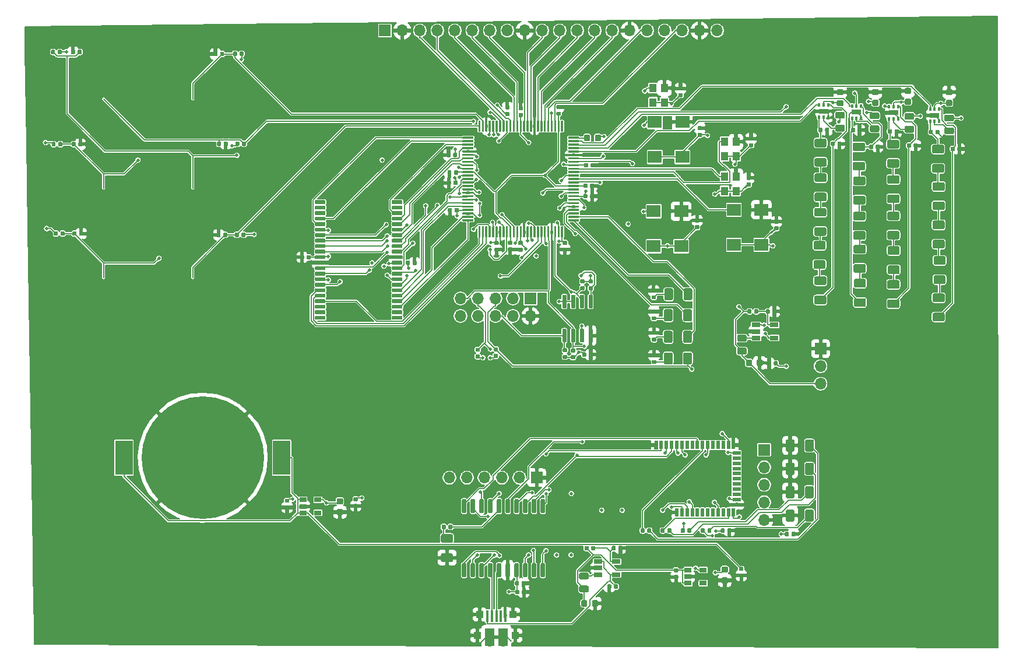
<source format=gbr>
G04 #@! TF.GenerationSoftware,KiCad,Pcbnew,5.1.5+dfsg1-2*
G04 #@! TF.CreationDate,2020-03-08T17:17:25+02:00*
G04 #@! TF.ProjectId,HX1KADCboard,4858314b-4144-4436-926f-6172642e6b69,rev?*
G04 #@! TF.SameCoordinates,Original*
G04 #@! TF.FileFunction,Copper,L1,Top*
G04 #@! TF.FilePolarity,Positive*
%FSLAX46Y46*%
G04 Gerber Fmt 4.6, Leading zero omitted, Abs format (unit mm)*
G04 Created by KiCad (PCBNEW 5.1.5+dfsg1-2) date 2020-03-08 17:17:25*
%MOMM*%
%LPD*%
G04 APERTURE LIST*
%ADD10C,0.100000*%
%ADD11R,2.000000X1.800000*%
%ADD12R,1.100000X1.300000*%
%ADD13R,1.016000X1.016000*%
%ADD14R,0.400000X1.750000*%
%ADD15R,1.424940X2.499993*%
%ADD16R,0.350000X0.500000*%
%ADD17R,1.450000X0.800000*%
%ADD18R,0.500000X1.200000*%
%ADD19R,1.200000X0.500000*%
%ADD20R,1.060000X0.650000*%
%ADD21R,1.220000X0.650000*%
%ADD22O,1.700000X1.700000*%
%ADD23R,1.700000X1.700000*%
%ADD24R,2.500000X5.000000*%
%ADD25C,17.800000*%
%ADD26C,0.500000*%
%ADD27C,0.150000*%
G04 APERTURE END LIST*
G04 #@! TA.AperFunction,SMDPad,CuDef*
D10*
G36*
X91046958Y-58740710D02*
G01*
X91061276Y-58742834D01*
X91075317Y-58746351D01*
X91088946Y-58751228D01*
X91102031Y-58757417D01*
X91114447Y-58764858D01*
X91126073Y-58773481D01*
X91136798Y-58783202D01*
X91146519Y-58793927D01*
X91155142Y-58805553D01*
X91162583Y-58817969D01*
X91168772Y-58831054D01*
X91173649Y-58844683D01*
X91177166Y-58858724D01*
X91179290Y-58873042D01*
X91180000Y-58887500D01*
X91180000Y-59232500D01*
X91179290Y-59246958D01*
X91177166Y-59261276D01*
X91173649Y-59275317D01*
X91168772Y-59288946D01*
X91162583Y-59302031D01*
X91155142Y-59314447D01*
X91146519Y-59326073D01*
X91136798Y-59336798D01*
X91126073Y-59346519D01*
X91114447Y-59355142D01*
X91102031Y-59362583D01*
X91088946Y-59368772D01*
X91075317Y-59373649D01*
X91061276Y-59377166D01*
X91046958Y-59379290D01*
X91032500Y-59380000D01*
X90737500Y-59380000D01*
X90723042Y-59379290D01*
X90708724Y-59377166D01*
X90694683Y-59373649D01*
X90681054Y-59368772D01*
X90667969Y-59362583D01*
X90655553Y-59355142D01*
X90643927Y-59346519D01*
X90633202Y-59336798D01*
X90623481Y-59326073D01*
X90614858Y-59314447D01*
X90607417Y-59302031D01*
X90601228Y-59288946D01*
X90596351Y-59275317D01*
X90592834Y-59261276D01*
X90590710Y-59246958D01*
X90590000Y-59232500D01*
X90590000Y-58887500D01*
X90590710Y-58873042D01*
X90592834Y-58858724D01*
X90596351Y-58844683D01*
X90601228Y-58831054D01*
X90607417Y-58817969D01*
X90614858Y-58805553D01*
X90623481Y-58793927D01*
X90633202Y-58783202D01*
X90643927Y-58773481D01*
X90655553Y-58764858D01*
X90667969Y-58757417D01*
X90681054Y-58751228D01*
X90694683Y-58746351D01*
X90708724Y-58742834D01*
X90723042Y-58740710D01*
X90737500Y-58740000D01*
X91032500Y-58740000D01*
X91046958Y-58740710D01*
G37*
G04 #@! TD.AperFunction*
G04 #@! TA.AperFunction,SMDPad,CuDef*
G36*
X90076958Y-58740710D02*
G01*
X90091276Y-58742834D01*
X90105317Y-58746351D01*
X90118946Y-58751228D01*
X90132031Y-58757417D01*
X90144447Y-58764858D01*
X90156073Y-58773481D01*
X90166798Y-58783202D01*
X90176519Y-58793927D01*
X90185142Y-58805553D01*
X90192583Y-58817969D01*
X90198772Y-58831054D01*
X90203649Y-58844683D01*
X90207166Y-58858724D01*
X90209290Y-58873042D01*
X90210000Y-58887500D01*
X90210000Y-59232500D01*
X90209290Y-59246958D01*
X90207166Y-59261276D01*
X90203649Y-59275317D01*
X90198772Y-59288946D01*
X90192583Y-59302031D01*
X90185142Y-59314447D01*
X90176519Y-59326073D01*
X90166798Y-59336798D01*
X90156073Y-59346519D01*
X90144447Y-59355142D01*
X90132031Y-59362583D01*
X90118946Y-59368772D01*
X90105317Y-59373649D01*
X90091276Y-59377166D01*
X90076958Y-59379290D01*
X90062500Y-59380000D01*
X89767500Y-59380000D01*
X89753042Y-59379290D01*
X89738724Y-59377166D01*
X89724683Y-59373649D01*
X89711054Y-59368772D01*
X89697969Y-59362583D01*
X89685553Y-59355142D01*
X89673927Y-59346519D01*
X89663202Y-59336798D01*
X89653481Y-59326073D01*
X89644858Y-59314447D01*
X89637417Y-59302031D01*
X89631228Y-59288946D01*
X89626351Y-59275317D01*
X89622834Y-59261276D01*
X89620710Y-59246958D01*
X89620000Y-59232500D01*
X89620000Y-58887500D01*
X89620710Y-58873042D01*
X89622834Y-58858724D01*
X89626351Y-58844683D01*
X89631228Y-58831054D01*
X89637417Y-58817969D01*
X89644858Y-58805553D01*
X89653481Y-58793927D01*
X89663202Y-58783202D01*
X89673927Y-58773481D01*
X89685553Y-58764858D01*
X89697969Y-58757417D01*
X89711054Y-58751228D01*
X89724683Y-58746351D01*
X89738724Y-58742834D01*
X89753042Y-58740710D01*
X89767500Y-58740000D01*
X90062500Y-58740000D01*
X90076958Y-58740710D01*
G37*
G04 #@! TD.AperFunction*
G04 #@! TA.AperFunction,SMDPad,CuDef*
G36*
X86895958Y-45679710D02*
G01*
X86910276Y-45681834D01*
X86924317Y-45685351D01*
X86937946Y-45690228D01*
X86951031Y-45696417D01*
X86963447Y-45703858D01*
X86975073Y-45712481D01*
X86985798Y-45722202D01*
X86995519Y-45732927D01*
X87004142Y-45744553D01*
X87011583Y-45756969D01*
X87017772Y-45770054D01*
X87022649Y-45783683D01*
X87026166Y-45797724D01*
X87028290Y-45812042D01*
X87029000Y-45826500D01*
X87029000Y-46171500D01*
X87028290Y-46185958D01*
X87026166Y-46200276D01*
X87022649Y-46214317D01*
X87017772Y-46227946D01*
X87011583Y-46241031D01*
X87004142Y-46253447D01*
X86995519Y-46265073D01*
X86985798Y-46275798D01*
X86975073Y-46285519D01*
X86963447Y-46294142D01*
X86951031Y-46301583D01*
X86937946Y-46307772D01*
X86924317Y-46312649D01*
X86910276Y-46316166D01*
X86895958Y-46318290D01*
X86881500Y-46319000D01*
X86586500Y-46319000D01*
X86572042Y-46318290D01*
X86557724Y-46316166D01*
X86543683Y-46312649D01*
X86530054Y-46307772D01*
X86516969Y-46301583D01*
X86504553Y-46294142D01*
X86492927Y-46285519D01*
X86482202Y-46275798D01*
X86472481Y-46265073D01*
X86463858Y-46253447D01*
X86456417Y-46241031D01*
X86450228Y-46227946D01*
X86445351Y-46214317D01*
X86441834Y-46200276D01*
X86439710Y-46185958D01*
X86439000Y-46171500D01*
X86439000Y-45826500D01*
X86439710Y-45812042D01*
X86441834Y-45797724D01*
X86445351Y-45783683D01*
X86450228Y-45770054D01*
X86456417Y-45756969D01*
X86463858Y-45744553D01*
X86472481Y-45732927D01*
X86482202Y-45722202D01*
X86492927Y-45712481D01*
X86504553Y-45703858D01*
X86516969Y-45696417D01*
X86530054Y-45690228D01*
X86543683Y-45685351D01*
X86557724Y-45681834D01*
X86572042Y-45679710D01*
X86586500Y-45679000D01*
X86881500Y-45679000D01*
X86895958Y-45679710D01*
G37*
G04 #@! TD.AperFunction*
G04 #@! TA.AperFunction,SMDPad,CuDef*
G36*
X87865958Y-45679710D02*
G01*
X87880276Y-45681834D01*
X87894317Y-45685351D01*
X87907946Y-45690228D01*
X87921031Y-45696417D01*
X87933447Y-45703858D01*
X87945073Y-45712481D01*
X87955798Y-45722202D01*
X87965519Y-45732927D01*
X87974142Y-45744553D01*
X87981583Y-45756969D01*
X87987772Y-45770054D01*
X87992649Y-45783683D01*
X87996166Y-45797724D01*
X87998290Y-45812042D01*
X87999000Y-45826500D01*
X87999000Y-46171500D01*
X87998290Y-46185958D01*
X87996166Y-46200276D01*
X87992649Y-46214317D01*
X87987772Y-46227946D01*
X87981583Y-46241031D01*
X87974142Y-46253447D01*
X87965519Y-46265073D01*
X87955798Y-46275798D01*
X87945073Y-46285519D01*
X87933447Y-46294142D01*
X87921031Y-46301583D01*
X87907946Y-46307772D01*
X87894317Y-46312649D01*
X87880276Y-46316166D01*
X87865958Y-46318290D01*
X87851500Y-46319000D01*
X87556500Y-46319000D01*
X87542042Y-46318290D01*
X87527724Y-46316166D01*
X87513683Y-46312649D01*
X87500054Y-46307772D01*
X87486969Y-46301583D01*
X87474553Y-46294142D01*
X87462927Y-46285519D01*
X87452202Y-46275798D01*
X87442481Y-46265073D01*
X87433858Y-46253447D01*
X87426417Y-46241031D01*
X87420228Y-46227946D01*
X87415351Y-46214317D01*
X87411834Y-46200276D01*
X87409710Y-46185958D01*
X87409000Y-46171500D01*
X87409000Y-45826500D01*
X87409710Y-45812042D01*
X87411834Y-45797724D01*
X87415351Y-45783683D01*
X87420228Y-45770054D01*
X87426417Y-45756969D01*
X87433858Y-45744553D01*
X87442481Y-45732927D01*
X87452202Y-45722202D01*
X87462927Y-45712481D01*
X87474553Y-45703858D01*
X87486969Y-45696417D01*
X87500054Y-45690228D01*
X87513683Y-45685351D01*
X87527724Y-45681834D01*
X87542042Y-45679710D01*
X87556500Y-45679000D01*
X87851500Y-45679000D01*
X87865958Y-45679710D01*
G37*
G04 #@! TD.AperFunction*
G04 #@! TA.AperFunction,SMDPad,CuDef*
G36*
X67277958Y-58781710D02*
G01*
X67292276Y-58783834D01*
X67306317Y-58787351D01*
X67319946Y-58792228D01*
X67333031Y-58798417D01*
X67345447Y-58805858D01*
X67357073Y-58814481D01*
X67367798Y-58824202D01*
X67377519Y-58834927D01*
X67386142Y-58846553D01*
X67393583Y-58858969D01*
X67399772Y-58872054D01*
X67404649Y-58885683D01*
X67408166Y-58899724D01*
X67410290Y-58914042D01*
X67411000Y-58928500D01*
X67411000Y-59273500D01*
X67410290Y-59287958D01*
X67408166Y-59302276D01*
X67404649Y-59316317D01*
X67399772Y-59329946D01*
X67393583Y-59343031D01*
X67386142Y-59355447D01*
X67377519Y-59367073D01*
X67367798Y-59377798D01*
X67357073Y-59387519D01*
X67345447Y-59396142D01*
X67333031Y-59403583D01*
X67319946Y-59409772D01*
X67306317Y-59414649D01*
X67292276Y-59418166D01*
X67277958Y-59420290D01*
X67263500Y-59421000D01*
X66968500Y-59421000D01*
X66954042Y-59420290D01*
X66939724Y-59418166D01*
X66925683Y-59414649D01*
X66912054Y-59409772D01*
X66898969Y-59403583D01*
X66886553Y-59396142D01*
X66874927Y-59387519D01*
X66864202Y-59377798D01*
X66854481Y-59367073D01*
X66845858Y-59355447D01*
X66838417Y-59343031D01*
X66832228Y-59329946D01*
X66827351Y-59316317D01*
X66823834Y-59302276D01*
X66821710Y-59287958D01*
X66821000Y-59273500D01*
X66821000Y-58928500D01*
X66821710Y-58914042D01*
X66823834Y-58899724D01*
X66827351Y-58885683D01*
X66832228Y-58872054D01*
X66838417Y-58858969D01*
X66845858Y-58846553D01*
X66854481Y-58834927D01*
X66864202Y-58824202D01*
X66874927Y-58814481D01*
X66886553Y-58805858D01*
X66898969Y-58798417D01*
X66912054Y-58792228D01*
X66925683Y-58787351D01*
X66939724Y-58783834D01*
X66954042Y-58781710D01*
X66968500Y-58781000D01*
X67263500Y-58781000D01*
X67277958Y-58781710D01*
G37*
G04 #@! TD.AperFunction*
G04 #@! TA.AperFunction,SMDPad,CuDef*
G36*
X66307958Y-58781710D02*
G01*
X66322276Y-58783834D01*
X66336317Y-58787351D01*
X66349946Y-58792228D01*
X66363031Y-58798417D01*
X66375447Y-58805858D01*
X66387073Y-58814481D01*
X66397798Y-58824202D01*
X66407519Y-58834927D01*
X66416142Y-58846553D01*
X66423583Y-58858969D01*
X66429772Y-58872054D01*
X66434649Y-58885683D01*
X66438166Y-58899724D01*
X66440290Y-58914042D01*
X66441000Y-58928500D01*
X66441000Y-59273500D01*
X66440290Y-59287958D01*
X66438166Y-59302276D01*
X66434649Y-59316317D01*
X66429772Y-59329946D01*
X66423583Y-59343031D01*
X66416142Y-59355447D01*
X66407519Y-59367073D01*
X66397798Y-59377798D01*
X66387073Y-59387519D01*
X66375447Y-59396142D01*
X66363031Y-59403583D01*
X66349946Y-59409772D01*
X66336317Y-59414649D01*
X66322276Y-59418166D01*
X66307958Y-59420290D01*
X66293500Y-59421000D01*
X65998500Y-59421000D01*
X65984042Y-59420290D01*
X65969724Y-59418166D01*
X65955683Y-59414649D01*
X65942054Y-59409772D01*
X65928969Y-59403583D01*
X65916553Y-59396142D01*
X65904927Y-59387519D01*
X65894202Y-59377798D01*
X65884481Y-59367073D01*
X65875858Y-59355447D01*
X65868417Y-59343031D01*
X65862228Y-59329946D01*
X65857351Y-59316317D01*
X65853834Y-59302276D01*
X65851710Y-59287958D01*
X65851000Y-59273500D01*
X65851000Y-58928500D01*
X65851710Y-58914042D01*
X65853834Y-58899724D01*
X65857351Y-58885683D01*
X65862228Y-58872054D01*
X65868417Y-58858969D01*
X65875858Y-58846553D01*
X65884481Y-58834927D01*
X65894202Y-58824202D01*
X65904927Y-58814481D01*
X65916553Y-58805858D01*
X65928969Y-58798417D01*
X65942054Y-58792228D01*
X65955683Y-58787351D01*
X65969724Y-58783834D01*
X65984042Y-58781710D01*
X65998500Y-58781000D01*
X66293500Y-58781000D01*
X66307958Y-58781710D01*
G37*
G04 #@! TD.AperFunction*
G04 #@! TA.AperFunction,SMDPad,CuDef*
G36*
X64686958Y-71760710D02*
G01*
X64701276Y-71762834D01*
X64715317Y-71766351D01*
X64728946Y-71771228D01*
X64742031Y-71777417D01*
X64754447Y-71784858D01*
X64766073Y-71793481D01*
X64776798Y-71803202D01*
X64786519Y-71813927D01*
X64795142Y-71825553D01*
X64802583Y-71837969D01*
X64808772Y-71851054D01*
X64813649Y-71864683D01*
X64817166Y-71878724D01*
X64819290Y-71893042D01*
X64820000Y-71907500D01*
X64820000Y-72252500D01*
X64819290Y-72266958D01*
X64817166Y-72281276D01*
X64813649Y-72295317D01*
X64808772Y-72308946D01*
X64802583Y-72322031D01*
X64795142Y-72334447D01*
X64786519Y-72346073D01*
X64776798Y-72356798D01*
X64766073Y-72366519D01*
X64754447Y-72375142D01*
X64742031Y-72382583D01*
X64728946Y-72388772D01*
X64715317Y-72393649D01*
X64701276Y-72397166D01*
X64686958Y-72399290D01*
X64672500Y-72400000D01*
X64377500Y-72400000D01*
X64363042Y-72399290D01*
X64348724Y-72397166D01*
X64334683Y-72393649D01*
X64321054Y-72388772D01*
X64307969Y-72382583D01*
X64295553Y-72375142D01*
X64283927Y-72366519D01*
X64273202Y-72356798D01*
X64263481Y-72346073D01*
X64254858Y-72334447D01*
X64247417Y-72322031D01*
X64241228Y-72308946D01*
X64236351Y-72295317D01*
X64232834Y-72281276D01*
X64230710Y-72266958D01*
X64230000Y-72252500D01*
X64230000Y-71907500D01*
X64230710Y-71893042D01*
X64232834Y-71878724D01*
X64236351Y-71864683D01*
X64241228Y-71851054D01*
X64247417Y-71837969D01*
X64254858Y-71825553D01*
X64263481Y-71813927D01*
X64273202Y-71803202D01*
X64283927Y-71793481D01*
X64295553Y-71784858D01*
X64307969Y-71777417D01*
X64321054Y-71771228D01*
X64334683Y-71766351D01*
X64348724Y-71762834D01*
X64363042Y-71760710D01*
X64377500Y-71760000D01*
X64672500Y-71760000D01*
X64686958Y-71760710D01*
G37*
G04 #@! TD.AperFunction*
G04 #@! TA.AperFunction,SMDPad,CuDef*
G36*
X63716958Y-71760710D02*
G01*
X63731276Y-71762834D01*
X63745317Y-71766351D01*
X63758946Y-71771228D01*
X63772031Y-71777417D01*
X63784447Y-71784858D01*
X63796073Y-71793481D01*
X63806798Y-71803202D01*
X63816519Y-71813927D01*
X63825142Y-71825553D01*
X63832583Y-71837969D01*
X63838772Y-71851054D01*
X63843649Y-71864683D01*
X63847166Y-71878724D01*
X63849290Y-71893042D01*
X63850000Y-71907500D01*
X63850000Y-72252500D01*
X63849290Y-72266958D01*
X63847166Y-72281276D01*
X63843649Y-72295317D01*
X63838772Y-72308946D01*
X63832583Y-72322031D01*
X63825142Y-72334447D01*
X63816519Y-72346073D01*
X63806798Y-72356798D01*
X63796073Y-72366519D01*
X63784447Y-72375142D01*
X63772031Y-72382583D01*
X63758946Y-72388772D01*
X63745317Y-72393649D01*
X63731276Y-72397166D01*
X63716958Y-72399290D01*
X63702500Y-72400000D01*
X63407500Y-72400000D01*
X63393042Y-72399290D01*
X63378724Y-72397166D01*
X63364683Y-72393649D01*
X63351054Y-72388772D01*
X63337969Y-72382583D01*
X63325553Y-72375142D01*
X63313927Y-72366519D01*
X63303202Y-72356798D01*
X63293481Y-72346073D01*
X63284858Y-72334447D01*
X63277417Y-72322031D01*
X63271228Y-72308946D01*
X63266351Y-72295317D01*
X63262834Y-72281276D01*
X63260710Y-72266958D01*
X63260000Y-72252500D01*
X63260000Y-71907500D01*
X63260710Y-71893042D01*
X63262834Y-71878724D01*
X63266351Y-71864683D01*
X63271228Y-71851054D01*
X63277417Y-71837969D01*
X63284858Y-71825553D01*
X63293481Y-71813927D01*
X63303202Y-71803202D01*
X63313927Y-71793481D01*
X63325553Y-71784858D01*
X63337969Y-71777417D01*
X63351054Y-71771228D01*
X63364683Y-71766351D01*
X63378724Y-71762834D01*
X63393042Y-71760710D01*
X63407500Y-71760000D01*
X63702500Y-71760000D01*
X63716958Y-71760710D01*
G37*
G04 #@! TD.AperFunction*
G04 #@! TA.AperFunction,SMDPad,CuDef*
G36*
X66215958Y-45389710D02*
G01*
X66230276Y-45391834D01*
X66244317Y-45395351D01*
X66257946Y-45400228D01*
X66271031Y-45406417D01*
X66283447Y-45413858D01*
X66295073Y-45422481D01*
X66305798Y-45432202D01*
X66315519Y-45442927D01*
X66324142Y-45454553D01*
X66331583Y-45466969D01*
X66337772Y-45480054D01*
X66342649Y-45493683D01*
X66346166Y-45507724D01*
X66348290Y-45522042D01*
X66349000Y-45536500D01*
X66349000Y-45881500D01*
X66348290Y-45895958D01*
X66346166Y-45910276D01*
X66342649Y-45924317D01*
X66337772Y-45937946D01*
X66331583Y-45951031D01*
X66324142Y-45963447D01*
X66315519Y-45975073D01*
X66305798Y-45985798D01*
X66295073Y-45995519D01*
X66283447Y-46004142D01*
X66271031Y-46011583D01*
X66257946Y-46017772D01*
X66244317Y-46022649D01*
X66230276Y-46026166D01*
X66215958Y-46028290D01*
X66201500Y-46029000D01*
X65906500Y-46029000D01*
X65892042Y-46028290D01*
X65877724Y-46026166D01*
X65863683Y-46022649D01*
X65850054Y-46017772D01*
X65836969Y-46011583D01*
X65824553Y-46004142D01*
X65812927Y-45995519D01*
X65802202Y-45985798D01*
X65792481Y-45975073D01*
X65783858Y-45963447D01*
X65776417Y-45951031D01*
X65770228Y-45937946D01*
X65765351Y-45924317D01*
X65761834Y-45910276D01*
X65759710Y-45895958D01*
X65759000Y-45881500D01*
X65759000Y-45536500D01*
X65759710Y-45522042D01*
X65761834Y-45507724D01*
X65765351Y-45493683D01*
X65770228Y-45480054D01*
X65776417Y-45466969D01*
X65783858Y-45454553D01*
X65792481Y-45442927D01*
X65802202Y-45432202D01*
X65812927Y-45422481D01*
X65824553Y-45413858D01*
X65836969Y-45406417D01*
X65850054Y-45400228D01*
X65863683Y-45395351D01*
X65877724Y-45391834D01*
X65892042Y-45389710D01*
X65906500Y-45389000D01*
X66201500Y-45389000D01*
X66215958Y-45389710D01*
G37*
G04 #@! TD.AperFunction*
G04 #@! TA.AperFunction,SMDPad,CuDef*
G36*
X67185958Y-45389710D02*
G01*
X67200276Y-45391834D01*
X67214317Y-45395351D01*
X67227946Y-45400228D01*
X67241031Y-45406417D01*
X67253447Y-45413858D01*
X67265073Y-45422481D01*
X67275798Y-45432202D01*
X67285519Y-45442927D01*
X67294142Y-45454553D01*
X67301583Y-45466969D01*
X67307772Y-45480054D01*
X67312649Y-45493683D01*
X67316166Y-45507724D01*
X67318290Y-45522042D01*
X67319000Y-45536500D01*
X67319000Y-45881500D01*
X67318290Y-45895958D01*
X67316166Y-45910276D01*
X67312649Y-45924317D01*
X67307772Y-45937946D01*
X67301583Y-45951031D01*
X67294142Y-45963447D01*
X67285519Y-45975073D01*
X67275798Y-45985798D01*
X67265073Y-45995519D01*
X67253447Y-46004142D01*
X67241031Y-46011583D01*
X67227946Y-46017772D01*
X67214317Y-46022649D01*
X67200276Y-46026166D01*
X67185958Y-46028290D01*
X67171500Y-46029000D01*
X66876500Y-46029000D01*
X66862042Y-46028290D01*
X66847724Y-46026166D01*
X66833683Y-46022649D01*
X66820054Y-46017772D01*
X66806969Y-46011583D01*
X66794553Y-46004142D01*
X66782927Y-45995519D01*
X66772202Y-45985798D01*
X66762481Y-45975073D01*
X66753858Y-45963447D01*
X66746417Y-45951031D01*
X66740228Y-45937946D01*
X66735351Y-45924317D01*
X66731834Y-45910276D01*
X66729710Y-45895958D01*
X66729000Y-45881500D01*
X66729000Y-45536500D01*
X66729710Y-45522042D01*
X66731834Y-45507724D01*
X66735351Y-45493683D01*
X66740228Y-45480054D01*
X66746417Y-45466969D01*
X66753858Y-45454553D01*
X66762481Y-45442927D01*
X66772202Y-45432202D01*
X66782927Y-45422481D01*
X66794553Y-45413858D01*
X66806969Y-45406417D01*
X66820054Y-45400228D01*
X66833683Y-45395351D01*
X66847724Y-45391834D01*
X66862042Y-45389710D01*
X66876500Y-45389000D01*
X67171500Y-45389000D01*
X67185958Y-45389710D01*
G37*
G04 #@! TD.AperFunction*
G04 #@! TA.AperFunction,SMDPad,CuDef*
G36*
X89736958Y-45640710D02*
G01*
X89751276Y-45642834D01*
X89765317Y-45646351D01*
X89778946Y-45651228D01*
X89792031Y-45657417D01*
X89804447Y-45664858D01*
X89816073Y-45673481D01*
X89826798Y-45683202D01*
X89836519Y-45693927D01*
X89845142Y-45705553D01*
X89852583Y-45717969D01*
X89858772Y-45731054D01*
X89863649Y-45744683D01*
X89867166Y-45758724D01*
X89869290Y-45773042D01*
X89870000Y-45787500D01*
X89870000Y-46132500D01*
X89869290Y-46146958D01*
X89867166Y-46161276D01*
X89863649Y-46175317D01*
X89858772Y-46188946D01*
X89852583Y-46202031D01*
X89845142Y-46214447D01*
X89836519Y-46226073D01*
X89826798Y-46236798D01*
X89816073Y-46246519D01*
X89804447Y-46255142D01*
X89792031Y-46262583D01*
X89778946Y-46268772D01*
X89765317Y-46273649D01*
X89751276Y-46277166D01*
X89736958Y-46279290D01*
X89722500Y-46280000D01*
X89427500Y-46280000D01*
X89413042Y-46279290D01*
X89398724Y-46277166D01*
X89384683Y-46273649D01*
X89371054Y-46268772D01*
X89357969Y-46262583D01*
X89345553Y-46255142D01*
X89333927Y-46246519D01*
X89323202Y-46236798D01*
X89313481Y-46226073D01*
X89304858Y-46214447D01*
X89297417Y-46202031D01*
X89291228Y-46188946D01*
X89286351Y-46175317D01*
X89282834Y-46161276D01*
X89280710Y-46146958D01*
X89280000Y-46132500D01*
X89280000Y-45787500D01*
X89280710Y-45773042D01*
X89282834Y-45758724D01*
X89286351Y-45744683D01*
X89291228Y-45731054D01*
X89297417Y-45717969D01*
X89304858Y-45705553D01*
X89313481Y-45693927D01*
X89323202Y-45683202D01*
X89333927Y-45673481D01*
X89345553Y-45664858D01*
X89357969Y-45657417D01*
X89371054Y-45651228D01*
X89384683Y-45646351D01*
X89398724Y-45642834D01*
X89413042Y-45640710D01*
X89427500Y-45640000D01*
X89722500Y-45640000D01*
X89736958Y-45640710D01*
G37*
G04 #@! TD.AperFunction*
G04 #@! TA.AperFunction,SMDPad,CuDef*
G36*
X90706958Y-45640710D02*
G01*
X90721276Y-45642834D01*
X90735317Y-45646351D01*
X90748946Y-45651228D01*
X90762031Y-45657417D01*
X90774447Y-45664858D01*
X90786073Y-45673481D01*
X90796798Y-45683202D01*
X90806519Y-45693927D01*
X90815142Y-45705553D01*
X90822583Y-45717969D01*
X90828772Y-45731054D01*
X90833649Y-45744683D01*
X90837166Y-45758724D01*
X90839290Y-45773042D01*
X90840000Y-45787500D01*
X90840000Y-46132500D01*
X90839290Y-46146958D01*
X90837166Y-46161276D01*
X90833649Y-46175317D01*
X90828772Y-46188946D01*
X90822583Y-46202031D01*
X90815142Y-46214447D01*
X90806519Y-46226073D01*
X90796798Y-46236798D01*
X90786073Y-46246519D01*
X90774447Y-46255142D01*
X90762031Y-46262583D01*
X90748946Y-46268772D01*
X90735317Y-46273649D01*
X90721276Y-46277166D01*
X90706958Y-46279290D01*
X90692500Y-46280000D01*
X90397500Y-46280000D01*
X90383042Y-46279290D01*
X90368724Y-46277166D01*
X90354683Y-46273649D01*
X90341054Y-46268772D01*
X90327969Y-46262583D01*
X90315553Y-46255142D01*
X90303927Y-46246519D01*
X90293202Y-46236798D01*
X90283481Y-46226073D01*
X90274858Y-46214447D01*
X90267417Y-46202031D01*
X90261228Y-46188946D01*
X90256351Y-46175317D01*
X90252834Y-46161276D01*
X90250710Y-46146958D01*
X90250000Y-46132500D01*
X90250000Y-45787500D01*
X90250710Y-45773042D01*
X90252834Y-45758724D01*
X90256351Y-45744683D01*
X90261228Y-45731054D01*
X90267417Y-45717969D01*
X90274858Y-45705553D01*
X90283481Y-45693927D01*
X90293202Y-45683202D01*
X90303927Y-45673481D01*
X90315553Y-45664858D01*
X90327969Y-45657417D01*
X90341054Y-45651228D01*
X90354683Y-45646351D01*
X90368724Y-45642834D01*
X90383042Y-45640710D01*
X90397500Y-45640000D01*
X90692500Y-45640000D01*
X90706958Y-45640710D01*
G37*
G04 #@! TD.AperFunction*
G04 #@! TA.AperFunction,SMDPad,CuDef*
G36*
X88397958Y-58741710D02*
G01*
X88412276Y-58743834D01*
X88426317Y-58747351D01*
X88439946Y-58752228D01*
X88453031Y-58758417D01*
X88465447Y-58765858D01*
X88477073Y-58774481D01*
X88487798Y-58784202D01*
X88497519Y-58794927D01*
X88506142Y-58806553D01*
X88513583Y-58818969D01*
X88519772Y-58832054D01*
X88524649Y-58845683D01*
X88528166Y-58859724D01*
X88530290Y-58874042D01*
X88531000Y-58888500D01*
X88531000Y-59233500D01*
X88530290Y-59247958D01*
X88528166Y-59262276D01*
X88524649Y-59276317D01*
X88519772Y-59289946D01*
X88513583Y-59303031D01*
X88506142Y-59315447D01*
X88497519Y-59327073D01*
X88487798Y-59337798D01*
X88477073Y-59347519D01*
X88465447Y-59356142D01*
X88453031Y-59363583D01*
X88439946Y-59369772D01*
X88426317Y-59374649D01*
X88412276Y-59378166D01*
X88397958Y-59380290D01*
X88383500Y-59381000D01*
X88088500Y-59381000D01*
X88074042Y-59380290D01*
X88059724Y-59378166D01*
X88045683Y-59374649D01*
X88032054Y-59369772D01*
X88018969Y-59363583D01*
X88006553Y-59356142D01*
X87994927Y-59347519D01*
X87984202Y-59337798D01*
X87974481Y-59327073D01*
X87965858Y-59315447D01*
X87958417Y-59303031D01*
X87952228Y-59289946D01*
X87947351Y-59276317D01*
X87943834Y-59262276D01*
X87941710Y-59247958D01*
X87941000Y-59233500D01*
X87941000Y-58888500D01*
X87941710Y-58874042D01*
X87943834Y-58859724D01*
X87947351Y-58845683D01*
X87952228Y-58832054D01*
X87958417Y-58818969D01*
X87965858Y-58806553D01*
X87974481Y-58794927D01*
X87984202Y-58784202D01*
X87994927Y-58774481D01*
X88006553Y-58765858D01*
X88018969Y-58758417D01*
X88032054Y-58752228D01*
X88045683Y-58747351D01*
X88059724Y-58743834D01*
X88074042Y-58741710D01*
X88088500Y-58741000D01*
X88383500Y-58741000D01*
X88397958Y-58741710D01*
G37*
G04 #@! TD.AperFunction*
G04 #@! TA.AperFunction,SMDPad,CuDef*
G36*
X87427958Y-58741710D02*
G01*
X87442276Y-58743834D01*
X87456317Y-58747351D01*
X87469946Y-58752228D01*
X87483031Y-58758417D01*
X87495447Y-58765858D01*
X87507073Y-58774481D01*
X87517798Y-58784202D01*
X87527519Y-58794927D01*
X87536142Y-58806553D01*
X87543583Y-58818969D01*
X87549772Y-58832054D01*
X87554649Y-58845683D01*
X87558166Y-58859724D01*
X87560290Y-58874042D01*
X87561000Y-58888500D01*
X87561000Y-59233500D01*
X87560290Y-59247958D01*
X87558166Y-59262276D01*
X87554649Y-59276317D01*
X87549772Y-59289946D01*
X87543583Y-59303031D01*
X87536142Y-59315447D01*
X87527519Y-59327073D01*
X87517798Y-59337798D01*
X87507073Y-59347519D01*
X87495447Y-59356142D01*
X87483031Y-59363583D01*
X87469946Y-59369772D01*
X87456317Y-59374649D01*
X87442276Y-59378166D01*
X87427958Y-59380290D01*
X87413500Y-59381000D01*
X87118500Y-59381000D01*
X87104042Y-59380290D01*
X87089724Y-59378166D01*
X87075683Y-59374649D01*
X87062054Y-59369772D01*
X87048969Y-59363583D01*
X87036553Y-59356142D01*
X87024927Y-59347519D01*
X87014202Y-59337798D01*
X87004481Y-59327073D01*
X86995858Y-59315447D01*
X86988417Y-59303031D01*
X86982228Y-59289946D01*
X86977351Y-59276317D01*
X86973834Y-59262276D01*
X86971710Y-59247958D01*
X86971000Y-59233500D01*
X86971000Y-58888500D01*
X86971710Y-58874042D01*
X86973834Y-58859724D01*
X86977351Y-58845683D01*
X86982228Y-58832054D01*
X86988417Y-58818969D01*
X86995858Y-58806553D01*
X87004481Y-58794927D01*
X87014202Y-58784202D01*
X87024927Y-58774481D01*
X87036553Y-58765858D01*
X87048969Y-58758417D01*
X87062054Y-58752228D01*
X87075683Y-58747351D01*
X87089724Y-58743834D01*
X87104042Y-58741710D01*
X87118500Y-58741000D01*
X87413500Y-58741000D01*
X87427958Y-58741710D01*
G37*
G04 #@! TD.AperFunction*
G04 #@! TA.AperFunction,SMDPad,CuDef*
G36*
X64367958Y-58781710D02*
G01*
X64382276Y-58783834D01*
X64396317Y-58787351D01*
X64409946Y-58792228D01*
X64423031Y-58798417D01*
X64435447Y-58805858D01*
X64447073Y-58814481D01*
X64457798Y-58824202D01*
X64467519Y-58834927D01*
X64476142Y-58846553D01*
X64483583Y-58858969D01*
X64489772Y-58872054D01*
X64494649Y-58885683D01*
X64498166Y-58899724D01*
X64500290Y-58914042D01*
X64501000Y-58928500D01*
X64501000Y-59273500D01*
X64500290Y-59287958D01*
X64498166Y-59302276D01*
X64494649Y-59316317D01*
X64489772Y-59329946D01*
X64483583Y-59343031D01*
X64476142Y-59355447D01*
X64467519Y-59367073D01*
X64457798Y-59377798D01*
X64447073Y-59387519D01*
X64435447Y-59396142D01*
X64423031Y-59403583D01*
X64409946Y-59409772D01*
X64396317Y-59414649D01*
X64382276Y-59418166D01*
X64367958Y-59420290D01*
X64353500Y-59421000D01*
X64058500Y-59421000D01*
X64044042Y-59420290D01*
X64029724Y-59418166D01*
X64015683Y-59414649D01*
X64002054Y-59409772D01*
X63988969Y-59403583D01*
X63976553Y-59396142D01*
X63964927Y-59387519D01*
X63954202Y-59377798D01*
X63944481Y-59367073D01*
X63935858Y-59355447D01*
X63928417Y-59343031D01*
X63922228Y-59329946D01*
X63917351Y-59316317D01*
X63913834Y-59302276D01*
X63911710Y-59287958D01*
X63911000Y-59273500D01*
X63911000Y-58928500D01*
X63911710Y-58914042D01*
X63913834Y-58899724D01*
X63917351Y-58885683D01*
X63922228Y-58872054D01*
X63928417Y-58858969D01*
X63935858Y-58846553D01*
X63944481Y-58834927D01*
X63954202Y-58824202D01*
X63964927Y-58814481D01*
X63976553Y-58805858D01*
X63988969Y-58798417D01*
X64002054Y-58792228D01*
X64015683Y-58787351D01*
X64029724Y-58783834D01*
X64044042Y-58781710D01*
X64058500Y-58781000D01*
X64353500Y-58781000D01*
X64367958Y-58781710D01*
G37*
G04 #@! TD.AperFunction*
G04 #@! TA.AperFunction,SMDPad,CuDef*
G36*
X63397958Y-58781710D02*
G01*
X63412276Y-58783834D01*
X63426317Y-58787351D01*
X63439946Y-58792228D01*
X63453031Y-58798417D01*
X63465447Y-58805858D01*
X63477073Y-58814481D01*
X63487798Y-58824202D01*
X63497519Y-58834927D01*
X63506142Y-58846553D01*
X63513583Y-58858969D01*
X63519772Y-58872054D01*
X63524649Y-58885683D01*
X63528166Y-58899724D01*
X63530290Y-58914042D01*
X63531000Y-58928500D01*
X63531000Y-59273500D01*
X63530290Y-59287958D01*
X63528166Y-59302276D01*
X63524649Y-59316317D01*
X63519772Y-59329946D01*
X63513583Y-59343031D01*
X63506142Y-59355447D01*
X63497519Y-59367073D01*
X63487798Y-59377798D01*
X63477073Y-59387519D01*
X63465447Y-59396142D01*
X63453031Y-59403583D01*
X63439946Y-59409772D01*
X63426317Y-59414649D01*
X63412276Y-59418166D01*
X63397958Y-59420290D01*
X63383500Y-59421000D01*
X63088500Y-59421000D01*
X63074042Y-59420290D01*
X63059724Y-59418166D01*
X63045683Y-59414649D01*
X63032054Y-59409772D01*
X63018969Y-59403583D01*
X63006553Y-59396142D01*
X62994927Y-59387519D01*
X62984202Y-59377798D01*
X62974481Y-59367073D01*
X62965858Y-59355447D01*
X62958417Y-59343031D01*
X62952228Y-59329946D01*
X62947351Y-59316317D01*
X62943834Y-59302276D01*
X62941710Y-59287958D01*
X62941000Y-59273500D01*
X62941000Y-58928500D01*
X62941710Y-58914042D01*
X62943834Y-58899724D01*
X62947351Y-58885683D01*
X62952228Y-58872054D01*
X62958417Y-58858969D01*
X62965858Y-58846553D01*
X62974481Y-58834927D01*
X62984202Y-58824202D01*
X62994927Y-58814481D01*
X63006553Y-58805858D01*
X63018969Y-58798417D01*
X63032054Y-58792228D01*
X63045683Y-58787351D01*
X63059724Y-58783834D01*
X63074042Y-58781710D01*
X63088500Y-58781000D01*
X63383500Y-58781000D01*
X63397958Y-58781710D01*
G37*
G04 #@! TD.AperFunction*
G04 #@! TA.AperFunction,SMDPad,CuDef*
G36*
X63305958Y-45389710D02*
G01*
X63320276Y-45391834D01*
X63334317Y-45395351D01*
X63347946Y-45400228D01*
X63361031Y-45406417D01*
X63373447Y-45413858D01*
X63385073Y-45422481D01*
X63395798Y-45432202D01*
X63405519Y-45442927D01*
X63414142Y-45454553D01*
X63421583Y-45466969D01*
X63427772Y-45480054D01*
X63432649Y-45493683D01*
X63436166Y-45507724D01*
X63438290Y-45522042D01*
X63439000Y-45536500D01*
X63439000Y-45881500D01*
X63438290Y-45895958D01*
X63436166Y-45910276D01*
X63432649Y-45924317D01*
X63427772Y-45937946D01*
X63421583Y-45951031D01*
X63414142Y-45963447D01*
X63405519Y-45975073D01*
X63395798Y-45985798D01*
X63385073Y-45995519D01*
X63373447Y-46004142D01*
X63361031Y-46011583D01*
X63347946Y-46017772D01*
X63334317Y-46022649D01*
X63320276Y-46026166D01*
X63305958Y-46028290D01*
X63291500Y-46029000D01*
X62996500Y-46029000D01*
X62982042Y-46028290D01*
X62967724Y-46026166D01*
X62953683Y-46022649D01*
X62940054Y-46017772D01*
X62926969Y-46011583D01*
X62914553Y-46004142D01*
X62902927Y-45995519D01*
X62892202Y-45985798D01*
X62882481Y-45975073D01*
X62873858Y-45963447D01*
X62866417Y-45951031D01*
X62860228Y-45937946D01*
X62855351Y-45924317D01*
X62851834Y-45910276D01*
X62849710Y-45895958D01*
X62849000Y-45881500D01*
X62849000Y-45536500D01*
X62849710Y-45522042D01*
X62851834Y-45507724D01*
X62855351Y-45493683D01*
X62860228Y-45480054D01*
X62866417Y-45466969D01*
X62873858Y-45454553D01*
X62882481Y-45442927D01*
X62892202Y-45432202D01*
X62902927Y-45422481D01*
X62914553Y-45413858D01*
X62926969Y-45406417D01*
X62940054Y-45400228D01*
X62953683Y-45395351D01*
X62967724Y-45391834D01*
X62982042Y-45389710D01*
X62996500Y-45389000D01*
X63291500Y-45389000D01*
X63305958Y-45389710D01*
G37*
G04 #@! TD.AperFunction*
G04 #@! TA.AperFunction,SMDPad,CuDef*
G36*
X64275958Y-45389710D02*
G01*
X64290276Y-45391834D01*
X64304317Y-45395351D01*
X64317946Y-45400228D01*
X64331031Y-45406417D01*
X64343447Y-45413858D01*
X64355073Y-45422481D01*
X64365798Y-45432202D01*
X64375519Y-45442927D01*
X64384142Y-45454553D01*
X64391583Y-45466969D01*
X64397772Y-45480054D01*
X64402649Y-45493683D01*
X64406166Y-45507724D01*
X64408290Y-45522042D01*
X64409000Y-45536500D01*
X64409000Y-45881500D01*
X64408290Y-45895958D01*
X64406166Y-45910276D01*
X64402649Y-45924317D01*
X64397772Y-45937946D01*
X64391583Y-45951031D01*
X64384142Y-45963447D01*
X64375519Y-45975073D01*
X64365798Y-45985798D01*
X64355073Y-45995519D01*
X64343447Y-46004142D01*
X64331031Y-46011583D01*
X64317946Y-46017772D01*
X64304317Y-46022649D01*
X64290276Y-46026166D01*
X64275958Y-46028290D01*
X64261500Y-46029000D01*
X63966500Y-46029000D01*
X63952042Y-46028290D01*
X63937724Y-46026166D01*
X63923683Y-46022649D01*
X63910054Y-46017772D01*
X63896969Y-46011583D01*
X63884553Y-46004142D01*
X63872927Y-45995519D01*
X63862202Y-45985798D01*
X63852481Y-45975073D01*
X63843858Y-45963447D01*
X63836417Y-45951031D01*
X63830228Y-45937946D01*
X63825351Y-45924317D01*
X63821834Y-45910276D01*
X63819710Y-45895958D01*
X63819000Y-45881500D01*
X63819000Y-45536500D01*
X63819710Y-45522042D01*
X63821834Y-45507724D01*
X63825351Y-45493683D01*
X63830228Y-45480054D01*
X63836417Y-45466969D01*
X63843858Y-45454553D01*
X63852481Y-45442927D01*
X63862202Y-45432202D01*
X63872927Y-45422481D01*
X63884553Y-45413858D01*
X63896969Y-45406417D01*
X63910054Y-45400228D01*
X63923683Y-45395351D01*
X63937724Y-45391834D01*
X63952042Y-45389710D01*
X63966500Y-45389000D01*
X64261500Y-45389000D01*
X64275958Y-45389710D01*
G37*
G04 #@! TD.AperFunction*
G04 #@! TA.AperFunction,SMDPad,CuDef*
G36*
X67397958Y-71771710D02*
G01*
X67412276Y-71773834D01*
X67426317Y-71777351D01*
X67439946Y-71782228D01*
X67453031Y-71788417D01*
X67465447Y-71795858D01*
X67477073Y-71804481D01*
X67487798Y-71814202D01*
X67497519Y-71824927D01*
X67506142Y-71836553D01*
X67513583Y-71848969D01*
X67519772Y-71862054D01*
X67524649Y-71875683D01*
X67528166Y-71889724D01*
X67530290Y-71904042D01*
X67531000Y-71918500D01*
X67531000Y-72263500D01*
X67530290Y-72277958D01*
X67528166Y-72292276D01*
X67524649Y-72306317D01*
X67519772Y-72319946D01*
X67513583Y-72333031D01*
X67506142Y-72345447D01*
X67497519Y-72357073D01*
X67487798Y-72367798D01*
X67477073Y-72377519D01*
X67465447Y-72386142D01*
X67453031Y-72393583D01*
X67439946Y-72399772D01*
X67426317Y-72404649D01*
X67412276Y-72408166D01*
X67397958Y-72410290D01*
X67383500Y-72411000D01*
X67088500Y-72411000D01*
X67074042Y-72410290D01*
X67059724Y-72408166D01*
X67045683Y-72404649D01*
X67032054Y-72399772D01*
X67018969Y-72393583D01*
X67006553Y-72386142D01*
X66994927Y-72377519D01*
X66984202Y-72367798D01*
X66974481Y-72357073D01*
X66965858Y-72345447D01*
X66958417Y-72333031D01*
X66952228Y-72319946D01*
X66947351Y-72306317D01*
X66943834Y-72292276D01*
X66941710Y-72277958D01*
X66941000Y-72263500D01*
X66941000Y-71918500D01*
X66941710Y-71904042D01*
X66943834Y-71889724D01*
X66947351Y-71875683D01*
X66952228Y-71862054D01*
X66958417Y-71848969D01*
X66965858Y-71836553D01*
X66974481Y-71824927D01*
X66984202Y-71814202D01*
X66994927Y-71804481D01*
X67006553Y-71795858D01*
X67018969Y-71788417D01*
X67032054Y-71782228D01*
X67045683Y-71777351D01*
X67059724Y-71773834D01*
X67074042Y-71771710D01*
X67088500Y-71771000D01*
X67383500Y-71771000D01*
X67397958Y-71771710D01*
G37*
G04 #@! TD.AperFunction*
G04 #@! TA.AperFunction,SMDPad,CuDef*
G36*
X66427958Y-71771710D02*
G01*
X66442276Y-71773834D01*
X66456317Y-71777351D01*
X66469946Y-71782228D01*
X66483031Y-71788417D01*
X66495447Y-71795858D01*
X66507073Y-71804481D01*
X66517798Y-71814202D01*
X66527519Y-71824927D01*
X66536142Y-71836553D01*
X66543583Y-71848969D01*
X66549772Y-71862054D01*
X66554649Y-71875683D01*
X66558166Y-71889724D01*
X66560290Y-71904042D01*
X66561000Y-71918500D01*
X66561000Y-72263500D01*
X66560290Y-72277958D01*
X66558166Y-72292276D01*
X66554649Y-72306317D01*
X66549772Y-72319946D01*
X66543583Y-72333031D01*
X66536142Y-72345447D01*
X66527519Y-72357073D01*
X66517798Y-72367798D01*
X66507073Y-72377519D01*
X66495447Y-72386142D01*
X66483031Y-72393583D01*
X66469946Y-72399772D01*
X66456317Y-72404649D01*
X66442276Y-72408166D01*
X66427958Y-72410290D01*
X66413500Y-72411000D01*
X66118500Y-72411000D01*
X66104042Y-72410290D01*
X66089724Y-72408166D01*
X66075683Y-72404649D01*
X66062054Y-72399772D01*
X66048969Y-72393583D01*
X66036553Y-72386142D01*
X66024927Y-72377519D01*
X66014202Y-72367798D01*
X66004481Y-72357073D01*
X65995858Y-72345447D01*
X65988417Y-72333031D01*
X65982228Y-72319946D01*
X65977351Y-72306317D01*
X65973834Y-72292276D01*
X65971710Y-72277958D01*
X65971000Y-72263500D01*
X65971000Y-71918500D01*
X65971710Y-71904042D01*
X65973834Y-71889724D01*
X65977351Y-71875683D01*
X65982228Y-71862054D01*
X65988417Y-71848969D01*
X65995858Y-71836553D01*
X66004481Y-71824927D01*
X66014202Y-71814202D01*
X66024927Y-71804481D01*
X66036553Y-71795858D01*
X66048969Y-71788417D01*
X66062054Y-71782228D01*
X66075683Y-71777351D01*
X66089724Y-71773834D01*
X66104042Y-71771710D01*
X66118500Y-71771000D01*
X66413500Y-71771000D01*
X66427958Y-71771710D01*
G37*
G04 #@! TD.AperFunction*
G04 #@! TA.AperFunction,SMDPad,CuDef*
G36*
X90006958Y-71950710D02*
G01*
X90021276Y-71952834D01*
X90035317Y-71956351D01*
X90048946Y-71961228D01*
X90062031Y-71967417D01*
X90074447Y-71974858D01*
X90086073Y-71983481D01*
X90096798Y-71993202D01*
X90106519Y-72003927D01*
X90115142Y-72015553D01*
X90122583Y-72027969D01*
X90128772Y-72041054D01*
X90133649Y-72054683D01*
X90137166Y-72068724D01*
X90139290Y-72083042D01*
X90140000Y-72097500D01*
X90140000Y-72442500D01*
X90139290Y-72456958D01*
X90137166Y-72471276D01*
X90133649Y-72485317D01*
X90128772Y-72498946D01*
X90122583Y-72512031D01*
X90115142Y-72524447D01*
X90106519Y-72536073D01*
X90096798Y-72546798D01*
X90086073Y-72556519D01*
X90074447Y-72565142D01*
X90062031Y-72572583D01*
X90048946Y-72578772D01*
X90035317Y-72583649D01*
X90021276Y-72587166D01*
X90006958Y-72589290D01*
X89992500Y-72590000D01*
X89697500Y-72590000D01*
X89683042Y-72589290D01*
X89668724Y-72587166D01*
X89654683Y-72583649D01*
X89641054Y-72578772D01*
X89627969Y-72572583D01*
X89615553Y-72565142D01*
X89603927Y-72556519D01*
X89593202Y-72546798D01*
X89583481Y-72536073D01*
X89574858Y-72524447D01*
X89567417Y-72512031D01*
X89561228Y-72498946D01*
X89556351Y-72485317D01*
X89552834Y-72471276D01*
X89550710Y-72456958D01*
X89550000Y-72442500D01*
X89550000Y-72097500D01*
X89550710Y-72083042D01*
X89552834Y-72068724D01*
X89556351Y-72054683D01*
X89561228Y-72041054D01*
X89567417Y-72027969D01*
X89574858Y-72015553D01*
X89583481Y-72003927D01*
X89593202Y-71993202D01*
X89603927Y-71983481D01*
X89615553Y-71974858D01*
X89627969Y-71967417D01*
X89641054Y-71961228D01*
X89654683Y-71956351D01*
X89668724Y-71952834D01*
X89683042Y-71950710D01*
X89697500Y-71950000D01*
X89992500Y-71950000D01*
X90006958Y-71950710D01*
G37*
G04 #@! TD.AperFunction*
G04 #@! TA.AperFunction,SMDPad,CuDef*
G36*
X90976958Y-71950710D02*
G01*
X90991276Y-71952834D01*
X91005317Y-71956351D01*
X91018946Y-71961228D01*
X91032031Y-71967417D01*
X91044447Y-71974858D01*
X91056073Y-71983481D01*
X91066798Y-71993202D01*
X91076519Y-72003927D01*
X91085142Y-72015553D01*
X91092583Y-72027969D01*
X91098772Y-72041054D01*
X91103649Y-72054683D01*
X91107166Y-72068724D01*
X91109290Y-72083042D01*
X91110000Y-72097500D01*
X91110000Y-72442500D01*
X91109290Y-72456958D01*
X91107166Y-72471276D01*
X91103649Y-72485317D01*
X91098772Y-72498946D01*
X91092583Y-72512031D01*
X91085142Y-72524447D01*
X91076519Y-72536073D01*
X91066798Y-72546798D01*
X91056073Y-72556519D01*
X91044447Y-72565142D01*
X91032031Y-72572583D01*
X91018946Y-72578772D01*
X91005317Y-72583649D01*
X90991276Y-72587166D01*
X90976958Y-72589290D01*
X90962500Y-72590000D01*
X90667500Y-72590000D01*
X90653042Y-72589290D01*
X90638724Y-72587166D01*
X90624683Y-72583649D01*
X90611054Y-72578772D01*
X90597969Y-72572583D01*
X90585553Y-72565142D01*
X90573927Y-72556519D01*
X90563202Y-72546798D01*
X90553481Y-72536073D01*
X90544858Y-72524447D01*
X90537417Y-72512031D01*
X90531228Y-72498946D01*
X90526351Y-72485317D01*
X90522834Y-72471276D01*
X90520710Y-72456958D01*
X90520000Y-72442500D01*
X90520000Y-72097500D01*
X90520710Y-72083042D01*
X90522834Y-72068724D01*
X90526351Y-72054683D01*
X90531228Y-72041054D01*
X90537417Y-72027969D01*
X90544858Y-72015553D01*
X90553481Y-72003927D01*
X90563202Y-71993202D01*
X90573927Y-71983481D01*
X90585553Y-71974858D01*
X90597969Y-71967417D01*
X90611054Y-71961228D01*
X90624683Y-71956351D01*
X90638724Y-71952834D01*
X90653042Y-71950710D01*
X90667500Y-71950000D01*
X90962500Y-71950000D01*
X90976958Y-71950710D01*
G37*
G04 #@! TD.AperFunction*
G04 #@! TA.AperFunction,SMDPad,CuDef*
G36*
X87355958Y-71959710D02*
G01*
X87370276Y-71961834D01*
X87384317Y-71965351D01*
X87397946Y-71970228D01*
X87411031Y-71976417D01*
X87423447Y-71983858D01*
X87435073Y-71992481D01*
X87445798Y-72002202D01*
X87455519Y-72012927D01*
X87464142Y-72024553D01*
X87471583Y-72036969D01*
X87477772Y-72050054D01*
X87482649Y-72063683D01*
X87486166Y-72077724D01*
X87488290Y-72092042D01*
X87489000Y-72106500D01*
X87489000Y-72451500D01*
X87488290Y-72465958D01*
X87486166Y-72480276D01*
X87482649Y-72494317D01*
X87477772Y-72507946D01*
X87471583Y-72521031D01*
X87464142Y-72533447D01*
X87455519Y-72545073D01*
X87445798Y-72555798D01*
X87435073Y-72565519D01*
X87423447Y-72574142D01*
X87411031Y-72581583D01*
X87397946Y-72587772D01*
X87384317Y-72592649D01*
X87370276Y-72596166D01*
X87355958Y-72598290D01*
X87341500Y-72599000D01*
X87046500Y-72599000D01*
X87032042Y-72598290D01*
X87017724Y-72596166D01*
X87003683Y-72592649D01*
X86990054Y-72587772D01*
X86976969Y-72581583D01*
X86964553Y-72574142D01*
X86952927Y-72565519D01*
X86942202Y-72555798D01*
X86932481Y-72545073D01*
X86923858Y-72533447D01*
X86916417Y-72521031D01*
X86910228Y-72507946D01*
X86905351Y-72494317D01*
X86901834Y-72480276D01*
X86899710Y-72465958D01*
X86899000Y-72451500D01*
X86899000Y-72106500D01*
X86899710Y-72092042D01*
X86901834Y-72077724D01*
X86905351Y-72063683D01*
X86910228Y-72050054D01*
X86916417Y-72036969D01*
X86923858Y-72024553D01*
X86932481Y-72012927D01*
X86942202Y-72002202D01*
X86952927Y-71992481D01*
X86964553Y-71983858D01*
X86976969Y-71976417D01*
X86990054Y-71970228D01*
X87003683Y-71965351D01*
X87017724Y-71961834D01*
X87032042Y-71959710D01*
X87046500Y-71959000D01*
X87341500Y-71959000D01*
X87355958Y-71959710D01*
G37*
G04 #@! TD.AperFunction*
G04 #@! TA.AperFunction,SMDPad,CuDef*
G36*
X88325958Y-71959710D02*
G01*
X88340276Y-71961834D01*
X88354317Y-71965351D01*
X88367946Y-71970228D01*
X88381031Y-71976417D01*
X88393447Y-71983858D01*
X88405073Y-71992481D01*
X88415798Y-72002202D01*
X88425519Y-72012927D01*
X88434142Y-72024553D01*
X88441583Y-72036969D01*
X88447772Y-72050054D01*
X88452649Y-72063683D01*
X88456166Y-72077724D01*
X88458290Y-72092042D01*
X88459000Y-72106500D01*
X88459000Y-72451500D01*
X88458290Y-72465958D01*
X88456166Y-72480276D01*
X88452649Y-72494317D01*
X88447772Y-72507946D01*
X88441583Y-72521031D01*
X88434142Y-72533447D01*
X88425519Y-72545073D01*
X88415798Y-72555798D01*
X88405073Y-72565519D01*
X88393447Y-72574142D01*
X88381031Y-72581583D01*
X88367946Y-72587772D01*
X88354317Y-72592649D01*
X88340276Y-72596166D01*
X88325958Y-72598290D01*
X88311500Y-72599000D01*
X88016500Y-72599000D01*
X88002042Y-72598290D01*
X87987724Y-72596166D01*
X87973683Y-72592649D01*
X87960054Y-72587772D01*
X87946969Y-72581583D01*
X87934553Y-72574142D01*
X87922927Y-72565519D01*
X87912202Y-72555798D01*
X87902481Y-72545073D01*
X87893858Y-72533447D01*
X87886417Y-72521031D01*
X87880228Y-72507946D01*
X87875351Y-72494317D01*
X87871834Y-72480276D01*
X87869710Y-72465958D01*
X87869000Y-72451500D01*
X87869000Y-72106500D01*
X87869710Y-72092042D01*
X87871834Y-72077724D01*
X87875351Y-72063683D01*
X87880228Y-72050054D01*
X87886417Y-72036969D01*
X87893858Y-72024553D01*
X87902481Y-72012927D01*
X87912202Y-72002202D01*
X87922927Y-71992481D01*
X87934553Y-71983858D01*
X87946969Y-71976417D01*
X87960054Y-71970228D01*
X87973683Y-71965351D01*
X87987724Y-71961834D01*
X88002042Y-71959710D01*
X88016500Y-71959000D01*
X88311500Y-71959000D01*
X88325958Y-71959710D01*
G37*
G04 #@! TD.AperFunction*
G04 #@! TA.AperFunction,SMDPad,CuDef*
G36*
X102589977Y-84034662D02*
G01*
X102603325Y-84036642D01*
X102616414Y-84039921D01*
X102629119Y-84044467D01*
X102641317Y-84050236D01*
X102652891Y-84057173D01*
X102663729Y-84065211D01*
X102673727Y-84074273D01*
X102682789Y-84084271D01*
X102690827Y-84095109D01*
X102697764Y-84106683D01*
X102703533Y-84118881D01*
X102708079Y-84131586D01*
X102711358Y-84144675D01*
X102713338Y-84158023D01*
X102714000Y-84171500D01*
X102714000Y-84446500D01*
X102713338Y-84459977D01*
X102711358Y-84473325D01*
X102708079Y-84486414D01*
X102703533Y-84499119D01*
X102697764Y-84511317D01*
X102690827Y-84522891D01*
X102682789Y-84533729D01*
X102673727Y-84543727D01*
X102663729Y-84552789D01*
X102652891Y-84560827D01*
X102641317Y-84567764D01*
X102629119Y-84573533D01*
X102616414Y-84578079D01*
X102603325Y-84581358D01*
X102589977Y-84583338D01*
X102576500Y-84584000D01*
X101326500Y-84584000D01*
X101313023Y-84583338D01*
X101299675Y-84581358D01*
X101286586Y-84578079D01*
X101273881Y-84573533D01*
X101261683Y-84567764D01*
X101250109Y-84560827D01*
X101239271Y-84552789D01*
X101229273Y-84543727D01*
X101220211Y-84533729D01*
X101212173Y-84522891D01*
X101205236Y-84511317D01*
X101199467Y-84499119D01*
X101194921Y-84486414D01*
X101191642Y-84473325D01*
X101189662Y-84459977D01*
X101189000Y-84446500D01*
X101189000Y-84171500D01*
X101189662Y-84158023D01*
X101191642Y-84144675D01*
X101194921Y-84131586D01*
X101199467Y-84118881D01*
X101205236Y-84106683D01*
X101212173Y-84095109D01*
X101220211Y-84084271D01*
X101229273Y-84074273D01*
X101239271Y-84065211D01*
X101250109Y-84057173D01*
X101261683Y-84050236D01*
X101273881Y-84044467D01*
X101286586Y-84039921D01*
X101299675Y-84036642D01*
X101313023Y-84034662D01*
X101326500Y-84034000D01*
X102576500Y-84034000D01*
X102589977Y-84034662D01*
G37*
G04 #@! TD.AperFunction*
G04 #@! TA.AperFunction,SMDPad,CuDef*
G36*
X102589977Y-83234662D02*
G01*
X102603325Y-83236642D01*
X102616414Y-83239921D01*
X102629119Y-83244467D01*
X102641317Y-83250236D01*
X102652891Y-83257173D01*
X102663729Y-83265211D01*
X102673727Y-83274273D01*
X102682789Y-83284271D01*
X102690827Y-83295109D01*
X102697764Y-83306683D01*
X102703533Y-83318881D01*
X102708079Y-83331586D01*
X102711358Y-83344675D01*
X102713338Y-83358023D01*
X102714000Y-83371500D01*
X102714000Y-83646500D01*
X102713338Y-83659977D01*
X102711358Y-83673325D01*
X102708079Y-83686414D01*
X102703533Y-83699119D01*
X102697764Y-83711317D01*
X102690827Y-83722891D01*
X102682789Y-83733729D01*
X102673727Y-83743727D01*
X102663729Y-83752789D01*
X102652891Y-83760827D01*
X102641317Y-83767764D01*
X102629119Y-83773533D01*
X102616414Y-83778079D01*
X102603325Y-83781358D01*
X102589977Y-83783338D01*
X102576500Y-83784000D01*
X101326500Y-83784000D01*
X101313023Y-83783338D01*
X101299675Y-83781358D01*
X101286586Y-83778079D01*
X101273881Y-83773533D01*
X101261683Y-83767764D01*
X101250109Y-83760827D01*
X101239271Y-83752789D01*
X101229273Y-83743727D01*
X101220211Y-83733729D01*
X101212173Y-83722891D01*
X101205236Y-83711317D01*
X101199467Y-83699119D01*
X101194921Y-83686414D01*
X101191642Y-83673325D01*
X101189662Y-83659977D01*
X101189000Y-83646500D01*
X101189000Y-83371500D01*
X101189662Y-83358023D01*
X101191642Y-83344675D01*
X101194921Y-83331586D01*
X101199467Y-83318881D01*
X101205236Y-83306683D01*
X101212173Y-83295109D01*
X101220211Y-83284271D01*
X101229273Y-83274273D01*
X101239271Y-83265211D01*
X101250109Y-83257173D01*
X101261683Y-83250236D01*
X101273881Y-83244467D01*
X101286586Y-83239921D01*
X101299675Y-83236642D01*
X101313023Y-83234662D01*
X101326500Y-83234000D01*
X102576500Y-83234000D01*
X102589977Y-83234662D01*
G37*
G04 #@! TD.AperFunction*
G04 #@! TA.AperFunction,SMDPad,CuDef*
G36*
X102589977Y-82434662D02*
G01*
X102603325Y-82436642D01*
X102616414Y-82439921D01*
X102629119Y-82444467D01*
X102641317Y-82450236D01*
X102652891Y-82457173D01*
X102663729Y-82465211D01*
X102673727Y-82474273D01*
X102682789Y-82484271D01*
X102690827Y-82495109D01*
X102697764Y-82506683D01*
X102703533Y-82518881D01*
X102708079Y-82531586D01*
X102711358Y-82544675D01*
X102713338Y-82558023D01*
X102714000Y-82571500D01*
X102714000Y-82846500D01*
X102713338Y-82859977D01*
X102711358Y-82873325D01*
X102708079Y-82886414D01*
X102703533Y-82899119D01*
X102697764Y-82911317D01*
X102690827Y-82922891D01*
X102682789Y-82933729D01*
X102673727Y-82943727D01*
X102663729Y-82952789D01*
X102652891Y-82960827D01*
X102641317Y-82967764D01*
X102629119Y-82973533D01*
X102616414Y-82978079D01*
X102603325Y-82981358D01*
X102589977Y-82983338D01*
X102576500Y-82984000D01*
X101326500Y-82984000D01*
X101313023Y-82983338D01*
X101299675Y-82981358D01*
X101286586Y-82978079D01*
X101273881Y-82973533D01*
X101261683Y-82967764D01*
X101250109Y-82960827D01*
X101239271Y-82952789D01*
X101229273Y-82943727D01*
X101220211Y-82933729D01*
X101212173Y-82922891D01*
X101205236Y-82911317D01*
X101199467Y-82899119D01*
X101194921Y-82886414D01*
X101191642Y-82873325D01*
X101189662Y-82859977D01*
X101189000Y-82846500D01*
X101189000Y-82571500D01*
X101189662Y-82558023D01*
X101191642Y-82544675D01*
X101194921Y-82531586D01*
X101199467Y-82518881D01*
X101205236Y-82506683D01*
X101212173Y-82495109D01*
X101220211Y-82484271D01*
X101229273Y-82474273D01*
X101239271Y-82465211D01*
X101250109Y-82457173D01*
X101261683Y-82450236D01*
X101273881Y-82444467D01*
X101286586Y-82439921D01*
X101299675Y-82436642D01*
X101313023Y-82434662D01*
X101326500Y-82434000D01*
X102576500Y-82434000D01*
X102589977Y-82434662D01*
G37*
G04 #@! TD.AperFunction*
G04 #@! TA.AperFunction,SMDPad,CuDef*
G36*
X102589977Y-81634662D02*
G01*
X102603325Y-81636642D01*
X102616414Y-81639921D01*
X102629119Y-81644467D01*
X102641317Y-81650236D01*
X102652891Y-81657173D01*
X102663729Y-81665211D01*
X102673727Y-81674273D01*
X102682789Y-81684271D01*
X102690827Y-81695109D01*
X102697764Y-81706683D01*
X102703533Y-81718881D01*
X102708079Y-81731586D01*
X102711358Y-81744675D01*
X102713338Y-81758023D01*
X102714000Y-81771500D01*
X102714000Y-82046500D01*
X102713338Y-82059977D01*
X102711358Y-82073325D01*
X102708079Y-82086414D01*
X102703533Y-82099119D01*
X102697764Y-82111317D01*
X102690827Y-82122891D01*
X102682789Y-82133729D01*
X102673727Y-82143727D01*
X102663729Y-82152789D01*
X102652891Y-82160827D01*
X102641317Y-82167764D01*
X102629119Y-82173533D01*
X102616414Y-82178079D01*
X102603325Y-82181358D01*
X102589977Y-82183338D01*
X102576500Y-82184000D01*
X101326500Y-82184000D01*
X101313023Y-82183338D01*
X101299675Y-82181358D01*
X101286586Y-82178079D01*
X101273881Y-82173533D01*
X101261683Y-82167764D01*
X101250109Y-82160827D01*
X101239271Y-82152789D01*
X101229273Y-82143727D01*
X101220211Y-82133729D01*
X101212173Y-82122891D01*
X101205236Y-82111317D01*
X101199467Y-82099119D01*
X101194921Y-82086414D01*
X101191642Y-82073325D01*
X101189662Y-82059977D01*
X101189000Y-82046500D01*
X101189000Y-81771500D01*
X101189662Y-81758023D01*
X101191642Y-81744675D01*
X101194921Y-81731586D01*
X101199467Y-81718881D01*
X101205236Y-81706683D01*
X101212173Y-81695109D01*
X101220211Y-81684271D01*
X101229273Y-81674273D01*
X101239271Y-81665211D01*
X101250109Y-81657173D01*
X101261683Y-81650236D01*
X101273881Y-81644467D01*
X101286586Y-81639921D01*
X101299675Y-81636642D01*
X101313023Y-81634662D01*
X101326500Y-81634000D01*
X102576500Y-81634000D01*
X102589977Y-81634662D01*
G37*
G04 #@! TD.AperFunction*
G04 #@! TA.AperFunction,SMDPad,CuDef*
G36*
X102589977Y-80834662D02*
G01*
X102603325Y-80836642D01*
X102616414Y-80839921D01*
X102629119Y-80844467D01*
X102641317Y-80850236D01*
X102652891Y-80857173D01*
X102663729Y-80865211D01*
X102673727Y-80874273D01*
X102682789Y-80884271D01*
X102690827Y-80895109D01*
X102697764Y-80906683D01*
X102703533Y-80918881D01*
X102708079Y-80931586D01*
X102711358Y-80944675D01*
X102713338Y-80958023D01*
X102714000Y-80971500D01*
X102714000Y-81246500D01*
X102713338Y-81259977D01*
X102711358Y-81273325D01*
X102708079Y-81286414D01*
X102703533Y-81299119D01*
X102697764Y-81311317D01*
X102690827Y-81322891D01*
X102682789Y-81333729D01*
X102673727Y-81343727D01*
X102663729Y-81352789D01*
X102652891Y-81360827D01*
X102641317Y-81367764D01*
X102629119Y-81373533D01*
X102616414Y-81378079D01*
X102603325Y-81381358D01*
X102589977Y-81383338D01*
X102576500Y-81384000D01*
X101326500Y-81384000D01*
X101313023Y-81383338D01*
X101299675Y-81381358D01*
X101286586Y-81378079D01*
X101273881Y-81373533D01*
X101261683Y-81367764D01*
X101250109Y-81360827D01*
X101239271Y-81352789D01*
X101229273Y-81343727D01*
X101220211Y-81333729D01*
X101212173Y-81322891D01*
X101205236Y-81311317D01*
X101199467Y-81299119D01*
X101194921Y-81286414D01*
X101191642Y-81273325D01*
X101189662Y-81259977D01*
X101189000Y-81246500D01*
X101189000Y-80971500D01*
X101189662Y-80958023D01*
X101191642Y-80944675D01*
X101194921Y-80931586D01*
X101199467Y-80918881D01*
X101205236Y-80906683D01*
X101212173Y-80895109D01*
X101220211Y-80884271D01*
X101229273Y-80874273D01*
X101239271Y-80865211D01*
X101250109Y-80857173D01*
X101261683Y-80850236D01*
X101273881Y-80844467D01*
X101286586Y-80839921D01*
X101299675Y-80836642D01*
X101313023Y-80834662D01*
X101326500Y-80834000D01*
X102576500Y-80834000D01*
X102589977Y-80834662D01*
G37*
G04 #@! TD.AperFunction*
G04 #@! TA.AperFunction,SMDPad,CuDef*
G36*
X102589977Y-80034662D02*
G01*
X102603325Y-80036642D01*
X102616414Y-80039921D01*
X102629119Y-80044467D01*
X102641317Y-80050236D01*
X102652891Y-80057173D01*
X102663729Y-80065211D01*
X102673727Y-80074273D01*
X102682789Y-80084271D01*
X102690827Y-80095109D01*
X102697764Y-80106683D01*
X102703533Y-80118881D01*
X102708079Y-80131586D01*
X102711358Y-80144675D01*
X102713338Y-80158023D01*
X102714000Y-80171500D01*
X102714000Y-80446500D01*
X102713338Y-80459977D01*
X102711358Y-80473325D01*
X102708079Y-80486414D01*
X102703533Y-80499119D01*
X102697764Y-80511317D01*
X102690827Y-80522891D01*
X102682789Y-80533729D01*
X102673727Y-80543727D01*
X102663729Y-80552789D01*
X102652891Y-80560827D01*
X102641317Y-80567764D01*
X102629119Y-80573533D01*
X102616414Y-80578079D01*
X102603325Y-80581358D01*
X102589977Y-80583338D01*
X102576500Y-80584000D01*
X101326500Y-80584000D01*
X101313023Y-80583338D01*
X101299675Y-80581358D01*
X101286586Y-80578079D01*
X101273881Y-80573533D01*
X101261683Y-80567764D01*
X101250109Y-80560827D01*
X101239271Y-80552789D01*
X101229273Y-80543727D01*
X101220211Y-80533729D01*
X101212173Y-80522891D01*
X101205236Y-80511317D01*
X101199467Y-80499119D01*
X101194921Y-80486414D01*
X101191642Y-80473325D01*
X101189662Y-80459977D01*
X101189000Y-80446500D01*
X101189000Y-80171500D01*
X101189662Y-80158023D01*
X101191642Y-80144675D01*
X101194921Y-80131586D01*
X101199467Y-80118881D01*
X101205236Y-80106683D01*
X101212173Y-80095109D01*
X101220211Y-80084271D01*
X101229273Y-80074273D01*
X101239271Y-80065211D01*
X101250109Y-80057173D01*
X101261683Y-80050236D01*
X101273881Y-80044467D01*
X101286586Y-80039921D01*
X101299675Y-80036642D01*
X101313023Y-80034662D01*
X101326500Y-80034000D01*
X102576500Y-80034000D01*
X102589977Y-80034662D01*
G37*
G04 #@! TD.AperFunction*
G04 #@! TA.AperFunction,SMDPad,CuDef*
G36*
X102589977Y-79234662D02*
G01*
X102603325Y-79236642D01*
X102616414Y-79239921D01*
X102629119Y-79244467D01*
X102641317Y-79250236D01*
X102652891Y-79257173D01*
X102663729Y-79265211D01*
X102673727Y-79274273D01*
X102682789Y-79284271D01*
X102690827Y-79295109D01*
X102697764Y-79306683D01*
X102703533Y-79318881D01*
X102708079Y-79331586D01*
X102711358Y-79344675D01*
X102713338Y-79358023D01*
X102714000Y-79371500D01*
X102714000Y-79646500D01*
X102713338Y-79659977D01*
X102711358Y-79673325D01*
X102708079Y-79686414D01*
X102703533Y-79699119D01*
X102697764Y-79711317D01*
X102690827Y-79722891D01*
X102682789Y-79733729D01*
X102673727Y-79743727D01*
X102663729Y-79752789D01*
X102652891Y-79760827D01*
X102641317Y-79767764D01*
X102629119Y-79773533D01*
X102616414Y-79778079D01*
X102603325Y-79781358D01*
X102589977Y-79783338D01*
X102576500Y-79784000D01*
X101326500Y-79784000D01*
X101313023Y-79783338D01*
X101299675Y-79781358D01*
X101286586Y-79778079D01*
X101273881Y-79773533D01*
X101261683Y-79767764D01*
X101250109Y-79760827D01*
X101239271Y-79752789D01*
X101229273Y-79743727D01*
X101220211Y-79733729D01*
X101212173Y-79722891D01*
X101205236Y-79711317D01*
X101199467Y-79699119D01*
X101194921Y-79686414D01*
X101191642Y-79673325D01*
X101189662Y-79659977D01*
X101189000Y-79646500D01*
X101189000Y-79371500D01*
X101189662Y-79358023D01*
X101191642Y-79344675D01*
X101194921Y-79331586D01*
X101199467Y-79318881D01*
X101205236Y-79306683D01*
X101212173Y-79295109D01*
X101220211Y-79284271D01*
X101229273Y-79274273D01*
X101239271Y-79265211D01*
X101250109Y-79257173D01*
X101261683Y-79250236D01*
X101273881Y-79244467D01*
X101286586Y-79239921D01*
X101299675Y-79236642D01*
X101313023Y-79234662D01*
X101326500Y-79234000D01*
X102576500Y-79234000D01*
X102589977Y-79234662D01*
G37*
G04 #@! TD.AperFunction*
G04 #@! TA.AperFunction,SMDPad,CuDef*
G36*
X102589977Y-78434662D02*
G01*
X102603325Y-78436642D01*
X102616414Y-78439921D01*
X102629119Y-78444467D01*
X102641317Y-78450236D01*
X102652891Y-78457173D01*
X102663729Y-78465211D01*
X102673727Y-78474273D01*
X102682789Y-78484271D01*
X102690827Y-78495109D01*
X102697764Y-78506683D01*
X102703533Y-78518881D01*
X102708079Y-78531586D01*
X102711358Y-78544675D01*
X102713338Y-78558023D01*
X102714000Y-78571500D01*
X102714000Y-78846500D01*
X102713338Y-78859977D01*
X102711358Y-78873325D01*
X102708079Y-78886414D01*
X102703533Y-78899119D01*
X102697764Y-78911317D01*
X102690827Y-78922891D01*
X102682789Y-78933729D01*
X102673727Y-78943727D01*
X102663729Y-78952789D01*
X102652891Y-78960827D01*
X102641317Y-78967764D01*
X102629119Y-78973533D01*
X102616414Y-78978079D01*
X102603325Y-78981358D01*
X102589977Y-78983338D01*
X102576500Y-78984000D01*
X101326500Y-78984000D01*
X101313023Y-78983338D01*
X101299675Y-78981358D01*
X101286586Y-78978079D01*
X101273881Y-78973533D01*
X101261683Y-78967764D01*
X101250109Y-78960827D01*
X101239271Y-78952789D01*
X101229273Y-78943727D01*
X101220211Y-78933729D01*
X101212173Y-78922891D01*
X101205236Y-78911317D01*
X101199467Y-78899119D01*
X101194921Y-78886414D01*
X101191642Y-78873325D01*
X101189662Y-78859977D01*
X101189000Y-78846500D01*
X101189000Y-78571500D01*
X101189662Y-78558023D01*
X101191642Y-78544675D01*
X101194921Y-78531586D01*
X101199467Y-78518881D01*
X101205236Y-78506683D01*
X101212173Y-78495109D01*
X101220211Y-78484271D01*
X101229273Y-78474273D01*
X101239271Y-78465211D01*
X101250109Y-78457173D01*
X101261683Y-78450236D01*
X101273881Y-78444467D01*
X101286586Y-78439921D01*
X101299675Y-78436642D01*
X101313023Y-78434662D01*
X101326500Y-78434000D01*
X102576500Y-78434000D01*
X102589977Y-78434662D01*
G37*
G04 #@! TD.AperFunction*
G04 #@! TA.AperFunction,SMDPad,CuDef*
G36*
X102589977Y-77634662D02*
G01*
X102603325Y-77636642D01*
X102616414Y-77639921D01*
X102629119Y-77644467D01*
X102641317Y-77650236D01*
X102652891Y-77657173D01*
X102663729Y-77665211D01*
X102673727Y-77674273D01*
X102682789Y-77684271D01*
X102690827Y-77695109D01*
X102697764Y-77706683D01*
X102703533Y-77718881D01*
X102708079Y-77731586D01*
X102711358Y-77744675D01*
X102713338Y-77758023D01*
X102714000Y-77771500D01*
X102714000Y-78046500D01*
X102713338Y-78059977D01*
X102711358Y-78073325D01*
X102708079Y-78086414D01*
X102703533Y-78099119D01*
X102697764Y-78111317D01*
X102690827Y-78122891D01*
X102682789Y-78133729D01*
X102673727Y-78143727D01*
X102663729Y-78152789D01*
X102652891Y-78160827D01*
X102641317Y-78167764D01*
X102629119Y-78173533D01*
X102616414Y-78178079D01*
X102603325Y-78181358D01*
X102589977Y-78183338D01*
X102576500Y-78184000D01*
X101326500Y-78184000D01*
X101313023Y-78183338D01*
X101299675Y-78181358D01*
X101286586Y-78178079D01*
X101273881Y-78173533D01*
X101261683Y-78167764D01*
X101250109Y-78160827D01*
X101239271Y-78152789D01*
X101229273Y-78143727D01*
X101220211Y-78133729D01*
X101212173Y-78122891D01*
X101205236Y-78111317D01*
X101199467Y-78099119D01*
X101194921Y-78086414D01*
X101191642Y-78073325D01*
X101189662Y-78059977D01*
X101189000Y-78046500D01*
X101189000Y-77771500D01*
X101189662Y-77758023D01*
X101191642Y-77744675D01*
X101194921Y-77731586D01*
X101199467Y-77718881D01*
X101205236Y-77706683D01*
X101212173Y-77695109D01*
X101220211Y-77684271D01*
X101229273Y-77674273D01*
X101239271Y-77665211D01*
X101250109Y-77657173D01*
X101261683Y-77650236D01*
X101273881Y-77644467D01*
X101286586Y-77639921D01*
X101299675Y-77636642D01*
X101313023Y-77634662D01*
X101326500Y-77634000D01*
X102576500Y-77634000D01*
X102589977Y-77634662D01*
G37*
G04 #@! TD.AperFunction*
G04 #@! TA.AperFunction,SMDPad,CuDef*
G36*
X102589977Y-76834662D02*
G01*
X102603325Y-76836642D01*
X102616414Y-76839921D01*
X102629119Y-76844467D01*
X102641317Y-76850236D01*
X102652891Y-76857173D01*
X102663729Y-76865211D01*
X102673727Y-76874273D01*
X102682789Y-76884271D01*
X102690827Y-76895109D01*
X102697764Y-76906683D01*
X102703533Y-76918881D01*
X102708079Y-76931586D01*
X102711358Y-76944675D01*
X102713338Y-76958023D01*
X102714000Y-76971500D01*
X102714000Y-77246500D01*
X102713338Y-77259977D01*
X102711358Y-77273325D01*
X102708079Y-77286414D01*
X102703533Y-77299119D01*
X102697764Y-77311317D01*
X102690827Y-77322891D01*
X102682789Y-77333729D01*
X102673727Y-77343727D01*
X102663729Y-77352789D01*
X102652891Y-77360827D01*
X102641317Y-77367764D01*
X102629119Y-77373533D01*
X102616414Y-77378079D01*
X102603325Y-77381358D01*
X102589977Y-77383338D01*
X102576500Y-77384000D01*
X101326500Y-77384000D01*
X101313023Y-77383338D01*
X101299675Y-77381358D01*
X101286586Y-77378079D01*
X101273881Y-77373533D01*
X101261683Y-77367764D01*
X101250109Y-77360827D01*
X101239271Y-77352789D01*
X101229273Y-77343727D01*
X101220211Y-77333729D01*
X101212173Y-77322891D01*
X101205236Y-77311317D01*
X101199467Y-77299119D01*
X101194921Y-77286414D01*
X101191642Y-77273325D01*
X101189662Y-77259977D01*
X101189000Y-77246500D01*
X101189000Y-76971500D01*
X101189662Y-76958023D01*
X101191642Y-76944675D01*
X101194921Y-76931586D01*
X101199467Y-76918881D01*
X101205236Y-76906683D01*
X101212173Y-76895109D01*
X101220211Y-76884271D01*
X101229273Y-76874273D01*
X101239271Y-76865211D01*
X101250109Y-76857173D01*
X101261683Y-76850236D01*
X101273881Y-76844467D01*
X101286586Y-76839921D01*
X101299675Y-76836642D01*
X101313023Y-76834662D01*
X101326500Y-76834000D01*
X102576500Y-76834000D01*
X102589977Y-76834662D01*
G37*
G04 #@! TD.AperFunction*
G04 #@! TA.AperFunction,SMDPad,CuDef*
G36*
X102589977Y-76034662D02*
G01*
X102603325Y-76036642D01*
X102616414Y-76039921D01*
X102629119Y-76044467D01*
X102641317Y-76050236D01*
X102652891Y-76057173D01*
X102663729Y-76065211D01*
X102673727Y-76074273D01*
X102682789Y-76084271D01*
X102690827Y-76095109D01*
X102697764Y-76106683D01*
X102703533Y-76118881D01*
X102708079Y-76131586D01*
X102711358Y-76144675D01*
X102713338Y-76158023D01*
X102714000Y-76171500D01*
X102714000Y-76446500D01*
X102713338Y-76459977D01*
X102711358Y-76473325D01*
X102708079Y-76486414D01*
X102703533Y-76499119D01*
X102697764Y-76511317D01*
X102690827Y-76522891D01*
X102682789Y-76533729D01*
X102673727Y-76543727D01*
X102663729Y-76552789D01*
X102652891Y-76560827D01*
X102641317Y-76567764D01*
X102629119Y-76573533D01*
X102616414Y-76578079D01*
X102603325Y-76581358D01*
X102589977Y-76583338D01*
X102576500Y-76584000D01*
X101326500Y-76584000D01*
X101313023Y-76583338D01*
X101299675Y-76581358D01*
X101286586Y-76578079D01*
X101273881Y-76573533D01*
X101261683Y-76567764D01*
X101250109Y-76560827D01*
X101239271Y-76552789D01*
X101229273Y-76543727D01*
X101220211Y-76533729D01*
X101212173Y-76522891D01*
X101205236Y-76511317D01*
X101199467Y-76499119D01*
X101194921Y-76486414D01*
X101191642Y-76473325D01*
X101189662Y-76459977D01*
X101189000Y-76446500D01*
X101189000Y-76171500D01*
X101189662Y-76158023D01*
X101191642Y-76144675D01*
X101194921Y-76131586D01*
X101199467Y-76118881D01*
X101205236Y-76106683D01*
X101212173Y-76095109D01*
X101220211Y-76084271D01*
X101229273Y-76074273D01*
X101239271Y-76065211D01*
X101250109Y-76057173D01*
X101261683Y-76050236D01*
X101273881Y-76044467D01*
X101286586Y-76039921D01*
X101299675Y-76036642D01*
X101313023Y-76034662D01*
X101326500Y-76034000D01*
X102576500Y-76034000D01*
X102589977Y-76034662D01*
G37*
G04 #@! TD.AperFunction*
G04 #@! TA.AperFunction,SMDPad,CuDef*
G36*
X102589977Y-75234662D02*
G01*
X102603325Y-75236642D01*
X102616414Y-75239921D01*
X102629119Y-75244467D01*
X102641317Y-75250236D01*
X102652891Y-75257173D01*
X102663729Y-75265211D01*
X102673727Y-75274273D01*
X102682789Y-75284271D01*
X102690827Y-75295109D01*
X102697764Y-75306683D01*
X102703533Y-75318881D01*
X102708079Y-75331586D01*
X102711358Y-75344675D01*
X102713338Y-75358023D01*
X102714000Y-75371500D01*
X102714000Y-75646500D01*
X102713338Y-75659977D01*
X102711358Y-75673325D01*
X102708079Y-75686414D01*
X102703533Y-75699119D01*
X102697764Y-75711317D01*
X102690827Y-75722891D01*
X102682789Y-75733729D01*
X102673727Y-75743727D01*
X102663729Y-75752789D01*
X102652891Y-75760827D01*
X102641317Y-75767764D01*
X102629119Y-75773533D01*
X102616414Y-75778079D01*
X102603325Y-75781358D01*
X102589977Y-75783338D01*
X102576500Y-75784000D01*
X101326500Y-75784000D01*
X101313023Y-75783338D01*
X101299675Y-75781358D01*
X101286586Y-75778079D01*
X101273881Y-75773533D01*
X101261683Y-75767764D01*
X101250109Y-75760827D01*
X101239271Y-75752789D01*
X101229273Y-75743727D01*
X101220211Y-75733729D01*
X101212173Y-75722891D01*
X101205236Y-75711317D01*
X101199467Y-75699119D01*
X101194921Y-75686414D01*
X101191642Y-75673325D01*
X101189662Y-75659977D01*
X101189000Y-75646500D01*
X101189000Y-75371500D01*
X101189662Y-75358023D01*
X101191642Y-75344675D01*
X101194921Y-75331586D01*
X101199467Y-75318881D01*
X101205236Y-75306683D01*
X101212173Y-75295109D01*
X101220211Y-75284271D01*
X101229273Y-75274273D01*
X101239271Y-75265211D01*
X101250109Y-75257173D01*
X101261683Y-75250236D01*
X101273881Y-75244467D01*
X101286586Y-75239921D01*
X101299675Y-75236642D01*
X101313023Y-75234662D01*
X101326500Y-75234000D01*
X102576500Y-75234000D01*
X102589977Y-75234662D01*
G37*
G04 #@! TD.AperFunction*
G04 #@! TA.AperFunction,SMDPad,CuDef*
G36*
X102589977Y-74434662D02*
G01*
X102603325Y-74436642D01*
X102616414Y-74439921D01*
X102629119Y-74444467D01*
X102641317Y-74450236D01*
X102652891Y-74457173D01*
X102663729Y-74465211D01*
X102673727Y-74474273D01*
X102682789Y-74484271D01*
X102690827Y-74495109D01*
X102697764Y-74506683D01*
X102703533Y-74518881D01*
X102708079Y-74531586D01*
X102711358Y-74544675D01*
X102713338Y-74558023D01*
X102714000Y-74571500D01*
X102714000Y-74846500D01*
X102713338Y-74859977D01*
X102711358Y-74873325D01*
X102708079Y-74886414D01*
X102703533Y-74899119D01*
X102697764Y-74911317D01*
X102690827Y-74922891D01*
X102682789Y-74933729D01*
X102673727Y-74943727D01*
X102663729Y-74952789D01*
X102652891Y-74960827D01*
X102641317Y-74967764D01*
X102629119Y-74973533D01*
X102616414Y-74978079D01*
X102603325Y-74981358D01*
X102589977Y-74983338D01*
X102576500Y-74984000D01*
X101326500Y-74984000D01*
X101313023Y-74983338D01*
X101299675Y-74981358D01*
X101286586Y-74978079D01*
X101273881Y-74973533D01*
X101261683Y-74967764D01*
X101250109Y-74960827D01*
X101239271Y-74952789D01*
X101229273Y-74943727D01*
X101220211Y-74933729D01*
X101212173Y-74922891D01*
X101205236Y-74911317D01*
X101199467Y-74899119D01*
X101194921Y-74886414D01*
X101191642Y-74873325D01*
X101189662Y-74859977D01*
X101189000Y-74846500D01*
X101189000Y-74571500D01*
X101189662Y-74558023D01*
X101191642Y-74544675D01*
X101194921Y-74531586D01*
X101199467Y-74518881D01*
X101205236Y-74506683D01*
X101212173Y-74495109D01*
X101220211Y-74484271D01*
X101229273Y-74474273D01*
X101239271Y-74465211D01*
X101250109Y-74457173D01*
X101261683Y-74450236D01*
X101273881Y-74444467D01*
X101286586Y-74439921D01*
X101299675Y-74436642D01*
X101313023Y-74434662D01*
X101326500Y-74434000D01*
X102576500Y-74434000D01*
X102589977Y-74434662D01*
G37*
G04 #@! TD.AperFunction*
G04 #@! TA.AperFunction,SMDPad,CuDef*
G36*
X102589977Y-73634662D02*
G01*
X102603325Y-73636642D01*
X102616414Y-73639921D01*
X102629119Y-73644467D01*
X102641317Y-73650236D01*
X102652891Y-73657173D01*
X102663729Y-73665211D01*
X102673727Y-73674273D01*
X102682789Y-73684271D01*
X102690827Y-73695109D01*
X102697764Y-73706683D01*
X102703533Y-73718881D01*
X102708079Y-73731586D01*
X102711358Y-73744675D01*
X102713338Y-73758023D01*
X102714000Y-73771500D01*
X102714000Y-74046500D01*
X102713338Y-74059977D01*
X102711358Y-74073325D01*
X102708079Y-74086414D01*
X102703533Y-74099119D01*
X102697764Y-74111317D01*
X102690827Y-74122891D01*
X102682789Y-74133729D01*
X102673727Y-74143727D01*
X102663729Y-74152789D01*
X102652891Y-74160827D01*
X102641317Y-74167764D01*
X102629119Y-74173533D01*
X102616414Y-74178079D01*
X102603325Y-74181358D01*
X102589977Y-74183338D01*
X102576500Y-74184000D01*
X101326500Y-74184000D01*
X101313023Y-74183338D01*
X101299675Y-74181358D01*
X101286586Y-74178079D01*
X101273881Y-74173533D01*
X101261683Y-74167764D01*
X101250109Y-74160827D01*
X101239271Y-74152789D01*
X101229273Y-74143727D01*
X101220211Y-74133729D01*
X101212173Y-74122891D01*
X101205236Y-74111317D01*
X101199467Y-74099119D01*
X101194921Y-74086414D01*
X101191642Y-74073325D01*
X101189662Y-74059977D01*
X101189000Y-74046500D01*
X101189000Y-73771500D01*
X101189662Y-73758023D01*
X101191642Y-73744675D01*
X101194921Y-73731586D01*
X101199467Y-73718881D01*
X101205236Y-73706683D01*
X101212173Y-73695109D01*
X101220211Y-73684271D01*
X101229273Y-73674273D01*
X101239271Y-73665211D01*
X101250109Y-73657173D01*
X101261683Y-73650236D01*
X101273881Y-73644467D01*
X101286586Y-73639921D01*
X101299675Y-73636642D01*
X101313023Y-73634662D01*
X101326500Y-73634000D01*
X102576500Y-73634000D01*
X102589977Y-73634662D01*
G37*
G04 #@! TD.AperFunction*
G04 #@! TA.AperFunction,SMDPad,CuDef*
G36*
X102589977Y-72834662D02*
G01*
X102603325Y-72836642D01*
X102616414Y-72839921D01*
X102629119Y-72844467D01*
X102641317Y-72850236D01*
X102652891Y-72857173D01*
X102663729Y-72865211D01*
X102673727Y-72874273D01*
X102682789Y-72884271D01*
X102690827Y-72895109D01*
X102697764Y-72906683D01*
X102703533Y-72918881D01*
X102708079Y-72931586D01*
X102711358Y-72944675D01*
X102713338Y-72958023D01*
X102714000Y-72971500D01*
X102714000Y-73246500D01*
X102713338Y-73259977D01*
X102711358Y-73273325D01*
X102708079Y-73286414D01*
X102703533Y-73299119D01*
X102697764Y-73311317D01*
X102690827Y-73322891D01*
X102682789Y-73333729D01*
X102673727Y-73343727D01*
X102663729Y-73352789D01*
X102652891Y-73360827D01*
X102641317Y-73367764D01*
X102629119Y-73373533D01*
X102616414Y-73378079D01*
X102603325Y-73381358D01*
X102589977Y-73383338D01*
X102576500Y-73384000D01*
X101326500Y-73384000D01*
X101313023Y-73383338D01*
X101299675Y-73381358D01*
X101286586Y-73378079D01*
X101273881Y-73373533D01*
X101261683Y-73367764D01*
X101250109Y-73360827D01*
X101239271Y-73352789D01*
X101229273Y-73343727D01*
X101220211Y-73333729D01*
X101212173Y-73322891D01*
X101205236Y-73311317D01*
X101199467Y-73299119D01*
X101194921Y-73286414D01*
X101191642Y-73273325D01*
X101189662Y-73259977D01*
X101189000Y-73246500D01*
X101189000Y-72971500D01*
X101189662Y-72958023D01*
X101191642Y-72944675D01*
X101194921Y-72931586D01*
X101199467Y-72918881D01*
X101205236Y-72906683D01*
X101212173Y-72895109D01*
X101220211Y-72884271D01*
X101229273Y-72874273D01*
X101239271Y-72865211D01*
X101250109Y-72857173D01*
X101261683Y-72850236D01*
X101273881Y-72844467D01*
X101286586Y-72839921D01*
X101299675Y-72836642D01*
X101313023Y-72834662D01*
X101326500Y-72834000D01*
X102576500Y-72834000D01*
X102589977Y-72834662D01*
G37*
G04 #@! TD.AperFunction*
G04 #@! TA.AperFunction,SMDPad,CuDef*
G36*
X102589977Y-72034662D02*
G01*
X102603325Y-72036642D01*
X102616414Y-72039921D01*
X102629119Y-72044467D01*
X102641317Y-72050236D01*
X102652891Y-72057173D01*
X102663729Y-72065211D01*
X102673727Y-72074273D01*
X102682789Y-72084271D01*
X102690827Y-72095109D01*
X102697764Y-72106683D01*
X102703533Y-72118881D01*
X102708079Y-72131586D01*
X102711358Y-72144675D01*
X102713338Y-72158023D01*
X102714000Y-72171500D01*
X102714000Y-72446500D01*
X102713338Y-72459977D01*
X102711358Y-72473325D01*
X102708079Y-72486414D01*
X102703533Y-72499119D01*
X102697764Y-72511317D01*
X102690827Y-72522891D01*
X102682789Y-72533729D01*
X102673727Y-72543727D01*
X102663729Y-72552789D01*
X102652891Y-72560827D01*
X102641317Y-72567764D01*
X102629119Y-72573533D01*
X102616414Y-72578079D01*
X102603325Y-72581358D01*
X102589977Y-72583338D01*
X102576500Y-72584000D01*
X101326500Y-72584000D01*
X101313023Y-72583338D01*
X101299675Y-72581358D01*
X101286586Y-72578079D01*
X101273881Y-72573533D01*
X101261683Y-72567764D01*
X101250109Y-72560827D01*
X101239271Y-72552789D01*
X101229273Y-72543727D01*
X101220211Y-72533729D01*
X101212173Y-72522891D01*
X101205236Y-72511317D01*
X101199467Y-72499119D01*
X101194921Y-72486414D01*
X101191642Y-72473325D01*
X101189662Y-72459977D01*
X101189000Y-72446500D01*
X101189000Y-72171500D01*
X101189662Y-72158023D01*
X101191642Y-72144675D01*
X101194921Y-72131586D01*
X101199467Y-72118881D01*
X101205236Y-72106683D01*
X101212173Y-72095109D01*
X101220211Y-72084271D01*
X101229273Y-72074273D01*
X101239271Y-72065211D01*
X101250109Y-72057173D01*
X101261683Y-72050236D01*
X101273881Y-72044467D01*
X101286586Y-72039921D01*
X101299675Y-72036642D01*
X101313023Y-72034662D01*
X101326500Y-72034000D01*
X102576500Y-72034000D01*
X102589977Y-72034662D01*
G37*
G04 #@! TD.AperFunction*
G04 #@! TA.AperFunction,SMDPad,CuDef*
G36*
X102589977Y-71234662D02*
G01*
X102603325Y-71236642D01*
X102616414Y-71239921D01*
X102629119Y-71244467D01*
X102641317Y-71250236D01*
X102652891Y-71257173D01*
X102663729Y-71265211D01*
X102673727Y-71274273D01*
X102682789Y-71284271D01*
X102690827Y-71295109D01*
X102697764Y-71306683D01*
X102703533Y-71318881D01*
X102708079Y-71331586D01*
X102711358Y-71344675D01*
X102713338Y-71358023D01*
X102714000Y-71371500D01*
X102714000Y-71646500D01*
X102713338Y-71659977D01*
X102711358Y-71673325D01*
X102708079Y-71686414D01*
X102703533Y-71699119D01*
X102697764Y-71711317D01*
X102690827Y-71722891D01*
X102682789Y-71733729D01*
X102673727Y-71743727D01*
X102663729Y-71752789D01*
X102652891Y-71760827D01*
X102641317Y-71767764D01*
X102629119Y-71773533D01*
X102616414Y-71778079D01*
X102603325Y-71781358D01*
X102589977Y-71783338D01*
X102576500Y-71784000D01*
X101326500Y-71784000D01*
X101313023Y-71783338D01*
X101299675Y-71781358D01*
X101286586Y-71778079D01*
X101273881Y-71773533D01*
X101261683Y-71767764D01*
X101250109Y-71760827D01*
X101239271Y-71752789D01*
X101229273Y-71743727D01*
X101220211Y-71733729D01*
X101212173Y-71722891D01*
X101205236Y-71711317D01*
X101199467Y-71699119D01*
X101194921Y-71686414D01*
X101191642Y-71673325D01*
X101189662Y-71659977D01*
X101189000Y-71646500D01*
X101189000Y-71371500D01*
X101189662Y-71358023D01*
X101191642Y-71344675D01*
X101194921Y-71331586D01*
X101199467Y-71318881D01*
X101205236Y-71306683D01*
X101212173Y-71295109D01*
X101220211Y-71284271D01*
X101229273Y-71274273D01*
X101239271Y-71265211D01*
X101250109Y-71257173D01*
X101261683Y-71250236D01*
X101273881Y-71244467D01*
X101286586Y-71239921D01*
X101299675Y-71236642D01*
X101313023Y-71234662D01*
X101326500Y-71234000D01*
X102576500Y-71234000D01*
X102589977Y-71234662D01*
G37*
G04 #@! TD.AperFunction*
G04 #@! TA.AperFunction,SMDPad,CuDef*
G36*
X102589977Y-70434662D02*
G01*
X102603325Y-70436642D01*
X102616414Y-70439921D01*
X102629119Y-70444467D01*
X102641317Y-70450236D01*
X102652891Y-70457173D01*
X102663729Y-70465211D01*
X102673727Y-70474273D01*
X102682789Y-70484271D01*
X102690827Y-70495109D01*
X102697764Y-70506683D01*
X102703533Y-70518881D01*
X102708079Y-70531586D01*
X102711358Y-70544675D01*
X102713338Y-70558023D01*
X102714000Y-70571500D01*
X102714000Y-70846500D01*
X102713338Y-70859977D01*
X102711358Y-70873325D01*
X102708079Y-70886414D01*
X102703533Y-70899119D01*
X102697764Y-70911317D01*
X102690827Y-70922891D01*
X102682789Y-70933729D01*
X102673727Y-70943727D01*
X102663729Y-70952789D01*
X102652891Y-70960827D01*
X102641317Y-70967764D01*
X102629119Y-70973533D01*
X102616414Y-70978079D01*
X102603325Y-70981358D01*
X102589977Y-70983338D01*
X102576500Y-70984000D01*
X101326500Y-70984000D01*
X101313023Y-70983338D01*
X101299675Y-70981358D01*
X101286586Y-70978079D01*
X101273881Y-70973533D01*
X101261683Y-70967764D01*
X101250109Y-70960827D01*
X101239271Y-70952789D01*
X101229273Y-70943727D01*
X101220211Y-70933729D01*
X101212173Y-70922891D01*
X101205236Y-70911317D01*
X101199467Y-70899119D01*
X101194921Y-70886414D01*
X101191642Y-70873325D01*
X101189662Y-70859977D01*
X101189000Y-70846500D01*
X101189000Y-70571500D01*
X101189662Y-70558023D01*
X101191642Y-70544675D01*
X101194921Y-70531586D01*
X101199467Y-70518881D01*
X101205236Y-70506683D01*
X101212173Y-70495109D01*
X101220211Y-70484271D01*
X101229273Y-70474273D01*
X101239271Y-70465211D01*
X101250109Y-70457173D01*
X101261683Y-70450236D01*
X101273881Y-70444467D01*
X101286586Y-70439921D01*
X101299675Y-70436642D01*
X101313023Y-70434662D01*
X101326500Y-70434000D01*
X102576500Y-70434000D01*
X102589977Y-70434662D01*
G37*
G04 #@! TD.AperFunction*
G04 #@! TA.AperFunction,SMDPad,CuDef*
G36*
X102589977Y-69634662D02*
G01*
X102603325Y-69636642D01*
X102616414Y-69639921D01*
X102629119Y-69644467D01*
X102641317Y-69650236D01*
X102652891Y-69657173D01*
X102663729Y-69665211D01*
X102673727Y-69674273D01*
X102682789Y-69684271D01*
X102690827Y-69695109D01*
X102697764Y-69706683D01*
X102703533Y-69718881D01*
X102708079Y-69731586D01*
X102711358Y-69744675D01*
X102713338Y-69758023D01*
X102714000Y-69771500D01*
X102714000Y-70046500D01*
X102713338Y-70059977D01*
X102711358Y-70073325D01*
X102708079Y-70086414D01*
X102703533Y-70099119D01*
X102697764Y-70111317D01*
X102690827Y-70122891D01*
X102682789Y-70133729D01*
X102673727Y-70143727D01*
X102663729Y-70152789D01*
X102652891Y-70160827D01*
X102641317Y-70167764D01*
X102629119Y-70173533D01*
X102616414Y-70178079D01*
X102603325Y-70181358D01*
X102589977Y-70183338D01*
X102576500Y-70184000D01*
X101326500Y-70184000D01*
X101313023Y-70183338D01*
X101299675Y-70181358D01*
X101286586Y-70178079D01*
X101273881Y-70173533D01*
X101261683Y-70167764D01*
X101250109Y-70160827D01*
X101239271Y-70152789D01*
X101229273Y-70143727D01*
X101220211Y-70133729D01*
X101212173Y-70122891D01*
X101205236Y-70111317D01*
X101199467Y-70099119D01*
X101194921Y-70086414D01*
X101191642Y-70073325D01*
X101189662Y-70059977D01*
X101189000Y-70046500D01*
X101189000Y-69771500D01*
X101189662Y-69758023D01*
X101191642Y-69744675D01*
X101194921Y-69731586D01*
X101199467Y-69718881D01*
X101205236Y-69706683D01*
X101212173Y-69695109D01*
X101220211Y-69684271D01*
X101229273Y-69674273D01*
X101239271Y-69665211D01*
X101250109Y-69657173D01*
X101261683Y-69650236D01*
X101273881Y-69644467D01*
X101286586Y-69639921D01*
X101299675Y-69636642D01*
X101313023Y-69634662D01*
X101326500Y-69634000D01*
X102576500Y-69634000D01*
X102589977Y-69634662D01*
G37*
G04 #@! TD.AperFunction*
G04 #@! TA.AperFunction,SMDPad,CuDef*
G36*
X102589977Y-68834662D02*
G01*
X102603325Y-68836642D01*
X102616414Y-68839921D01*
X102629119Y-68844467D01*
X102641317Y-68850236D01*
X102652891Y-68857173D01*
X102663729Y-68865211D01*
X102673727Y-68874273D01*
X102682789Y-68884271D01*
X102690827Y-68895109D01*
X102697764Y-68906683D01*
X102703533Y-68918881D01*
X102708079Y-68931586D01*
X102711358Y-68944675D01*
X102713338Y-68958023D01*
X102714000Y-68971500D01*
X102714000Y-69246500D01*
X102713338Y-69259977D01*
X102711358Y-69273325D01*
X102708079Y-69286414D01*
X102703533Y-69299119D01*
X102697764Y-69311317D01*
X102690827Y-69322891D01*
X102682789Y-69333729D01*
X102673727Y-69343727D01*
X102663729Y-69352789D01*
X102652891Y-69360827D01*
X102641317Y-69367764D01*
X102629119Y-69373533D01*
X102616414Y-69378079D01*
X102603325Y-69381358D01*
X102589977Y-69383338D01*
X102576500Y-69384000D01*
X101326500Y-69384000D01*
X101313023Y-69383338D01*
X101299675Y-69381358D01*
X101286586Y-69378079D01*
X101273881Y-69373533D01*
X101261683Y-69367764D01*
X101250109Y-69360827D01*
X101239271Y-69352789D01*
X101229273Y-69343727D01*
X101220211Y-69333729D01*
X101212173Y-69322891D01*
X101205236Y-69311317D01*
X101199467Y-69299119D01*
X101194921Y-69286414D01*
X101191642Y-69273325D01*
X101189662Y-69259977D01*
X101189000Y-69246500D01*
X101189000Y-68971500D01*
X101189662Y-68958023D01*
X101191642Y-68944675D01*
X101194921Y-68931586D01*
X101199467Y-68918881D01*
X101205236Y-68906683D01*
X101212173Y-68895109D01*
X101220211Y-68884271D01*
X101229273Y-68874273D01*
X101239271Y-68865211D01*
X101250109Y-68857173D01*
X101261683Y-68850236D01*
X101273881Y-68844467D01*
X101286586Y-68839921D01*
X101299675Y-68836642D01*
X101313023Y-68834662D01*
X101326500Y-68834000D01*
X102576500Y-68834000D01*
X102589977Y-68834662D01*
G37*
G04 #@! TD.AperFunction*
G04 #@! TA.AperFunction,SMDPad,CuDef*
G36*
X102589977Y-68034662D02*
G01*
X102603325Y-68036642D01*
X102616414Y-68039921D01*
X102629119Y-68044467D01*
X102641317Y-68050236D01*
X102652891Y-68057173D01*
X102663729Y-68065211D01*
X102673727Y-68074273D01*
X102682789Y-68084271D01*
X102690827Y-68095109D01*
X102697764Y-68106683D01*
X102703533Y-68118881D01*
X102708079Y-68131586D01*
X102711358Y-68144675D01*
X102713338Y-68158023D01*
X102714000Y-68171500D01*
X102714000Y-68446500D01*
X102713338Y-68459977D01*
X102711358Y-68473325D01*
X102708079Y-68486414D01*
X102703533Y-68499119D01*
X102697764Y-68511317D01*
X102690827Y-68522891D01*
X102682789Y-68533729D01*
X102673727Y-68543727D01*
X102663729Y-68552789D01*
X102652891Y-68560827D01*
X102641317Y-68567764D01*
X102629119Y-68573533D01*
X102616414Y-68578079D01*
X102603325Y-68581358D01*
X102589977Y-68583338D01*
X102576500Y-68584000D01*
X101326500Y-68584000D01*
X101313023Y-68583338D01*
X101299675Y-68581358D01*
X101286586Y-68578079D01*
X101273881Y-68573533D01*
X101261683Y-68567764D01*
X101250109Y-68560827D01*
X101239271Y-68552789D01*
X101229273Y-68543727D01*
X101220211Y-68533729D01*
X101212173Y-68522891D01*
X101205236Y-68511317D01*
X101199467Y-68499119D01*
X101194921Y-68486414D01*
X101191642Y-68473325D01*
X101189662Y-68459977D01*
X101189000Y-68446500D01*
X101189000Y-68171500D01*
X101189662Y-68158023D01*
X101191642Y-68144675D01*
X101194921Y-68131586D01*
X101199467Y-68118881D01*
X101205236Y-68106683D01*
X101212173Y-68095109D01*
X101220211Y-68084271D01*
X101229273Y-68074273D01*
X101239271Y-68065211D01*
X101250109Y-68057173D01*
X101261683Y-68050236D01*
X101273881Y-68044467D01*
X101286586Y-68039921D01*
X101299675Y-68036642D01*
X101313023Y-68034662D01*
X101326500Y-68034000D01*
X102576500Y-68034000D01*
X102589977Y-68034662D01*
G37*
G04 #@! TD.AperFunction*
G04 #@! TA.AperFunction,SMDPad,CuDef*
G36*
X102589977Y-67234662D02*
G01*
X102603325Y-67236642D01*
X102616414Y-67239921D01*
X102629119Y-67244467D01*
X102641317Y-67250236D01*
X102652891Y-67257173D01*
X102663729Y-67265211D01*
X102673727Y-67274273D01*
X102682789Y-67284271D01*
X102690827Y-67295109D01*
X102697764Y-67306683D01*
X102703533Y-67318881D01*
X102708079Y-67331586D01*
X102711358Y-67344675D01*
X102713338Y-67358023D01*
X102714000Y-67371500D01*
X102714000Y-67646500D01*
X102713338Y-67659977D01*
X102711358Y-67673325D01*
X102708079Y-67686414D01*
X102703533Y-67699119D01*
X102697764Y-67711317D01*
X102690827Y-67722891D01*
X102682789Y-67733729D01*
X102673727Y-67743727D01*
X102663729Y-67752789D01*
X102652891Y-67760827D01*
X102641317Y-67767764D01*
X102629119Y-67773533D01*
X102616414Y-67778079D01*
X102603325Y-67781358D01*
X102589977Y-67783338D01*
X102576500Y-67784000D01*
X101326500Y-67784000D01*
X101313023Y-67783338D01*
X101299675Y-67781358D01*
X101286586Y-67778079D01*
X101273881Y-67773533D01*
X101261683Y-67767764D01*
X101250109Y-67760827D01*
X101239271Y-67752789D01*
X101229273Y-67743727D01*
X101220211Y-67733729D01*
X101212173Y-67722891D01*
X101205236Y-67711317D01*
X101199467Y-67699119D01*
X101194921Y-67686414D01*
X101191642Y-67673325D01*
X101189662Y-67659977D01*
X101189000Y-67646500D01*
X101189000Y-67371500D01*
X101189662Y-67358023D01*
X101191642Y-67344675D01*
X101194921Y-67331586D01*
X101199467Y-67318881D01*
X101205236Y-67306683D01*
X101212173Y-67295109D01*
X101220211Y-67284271D01*
X101229273Y-67274273D01*
X101239271Y-67265211D01*
X101250109Y-67257173D01*
X101261683Y-67250236D01*
X101273881Y-67244467D01*
X101286586Y-67239921D01*
X101299675Y-67236642D01*
X101313023Y-67234662D01*
X101326500Y-67234000D01*
X102576500Y-67234000D01*
X102589977Y-67234662D01*
G37*
G04 #@! TD.AperFunction*
G04 #@! TA.AperFunction,SMDPad,CuDef*
G36*
X113764977Y-67234662D02*
G01*
X113778325Y-67236642D01*
X113791414Y-67239921D01*
X113804119Y-67244467D01*
X113816317Y-67250236D01*
X113827891Y-67257173D01*
X113838729Y-67265211D01*
X113848727Y-67274273D01*
X113857789Y-67284271D01*
X113865827Y-67295109D01*
X113872764Y-67306683D01*
X113878533Y-67318881D01*
X113883079Y-67331586D01*
X113886358Y-67344675D01*
X113888338Y-67358023D01*
X113889000Y-67371500D01*
X113889000Y-67646500D01*
X113888338Y-67659977D01*
X113886358Y-67673325D01*
X113883079Y-67686414D01*
X113878533Y-67699119D01*
X113872764Y-67711317D01*
X113865827Y-67722891D01*
X113857789Y-67733729D01*
X113848727Y-67743727D01*
X113838729Y-67752789D01*
X113827891Y-67760827D01*
X113816317Y-67767764D01*
X113804119Y-67773533D01*
X113791414Y-67778079D01*
X113778325Y-67781358D01*
X113764977Y-67783338D01*
X113751500Y-67784000D01*
X112501500Y-67784000D01*
X112488023Y-67783338D01*
X112474675Y-67781358D01*
X112461586Y-67778079D01*
X112448881Y-67773533D01*
X112436683Y-67767764D01*
X112425109Y-67760827D01*
X112414271Y-67752789D01*
X112404273Y-67743727D01*
X112395211Y-67733729D01*
X112387173Y-67722891D01*
X112380236Y-67711317D01*
X112374467Y-67699119D01*
X112369921Y-67686414D01*
X112366642Y-67673325D01*
X112364662Y-67659977D01*
X112364000Y-67646500D01*
X112364000Y-67371500D01*
X112364662Y-67358023D01*
X112366642Y-67344675D01*
X112369921Y-67331586D01*
X112374467Y-67318881D01*
X112380236Y-67306683D01*
X112387173Y-67295109D01*
X112395211Y-67284271D01*
X112404273Y-67274273D01*
X112414271Y-67265211D01*
X112425109Y-67257173D01*
X112436683Y-67250236D01*
X112448881Y-67244467D01*
X112461586Y-67239921D01*
X112474675Y-67236642D01*
X112488023Y-67234662D01*
X112501500Y-67234000D01*
X113751500Y-67234000D01*
X113764977Y-67234662D01*
G37*
G04 #@! TD.AperFunction*
G04 #@! TA.AperFunction,SMDPad,CuDef*
G36*
X113764977Y-68034662D02*
G01*
X113778325Y-68036642D01*
X113791414Y-68039921D01*
X113804119Y-68044467D01*
X113816317Y-68050236D01*
X113827891Y-68057173D01*
X113838729Y-68065211D01*
X113848727Y-68074273D01*
X113857789Y-68084271D01*
X113865827Y-68095109D01*
X113872764Y-68106683D01*
X113878533Y-68118881D01*
X113883079Y-68131586D01*
X113886358Y-68144675D01*
X113888338Y-68158023D01*
X113889000Y-68171500D01*
X113889000Y-68446500D01*
X113888338Y-68459977D01*
X113886358Y-68473325D01*
X113883079Y-68486414D01*
X113878533Y-68499119D01*
X113872764Y-68511317D01*
X113865827Y-68522891D01*
X113857789Y-68533729D01*
X113848727Y-68543727D01*
X113838729Y-68552789D01*
X113827891Y-68560827D01*
X113816317Y-68567764D01*
X113804119Y-68573533D01*
X113791414Y-68578079D01*
X113778325Y-68581358D01*
X113764977Y-68583338D01*
X113751500Y-68584000D01*
X112501500Y-68584000D01*
X112488023Y-68583338D01*
X112474675Y-68581358D01*
X112461586Y-68578079D01*
X112448881Y-68573533D01*
X112436683Y-68567764D01*
X112425109Y-68560827D01*
X112414271Y-68552789D01*
X112404273Y-68543727D01*
X112395211Y-68533729D01*
X112387173Y-68522891D01*
X112380236Y-68511317D01*
X112374467Y-68499119D01*
X112369921Y-68486414D01*
X112366642Y-68473325D01*
X112364662Y-68459977D01*
X112364000Y-68446500D01*
X112364000Y-68171500D01*
X112364662Y-68158023D01*
X112366642Y-68144675D01*
X112369921Y-68131586D01*
X112374467Y-68118881D01*
X112380236Y-68106683D01*
X112387173Y-68095109D01*
X112395211Y-68084271D01*
X112404273Y-68074273D01*
X112414271Y-68065211D01*
X112425109Y-68057173D01*
X112436683Y-68050236D01*
X112448881Y-68044467D01*
X112461586Y-68039921D01*
X112474675Y-68036642D01*
X112488023Y-68034662D01*
X112501500Y-68034000D01*
X113751500Y-68034000D01*
X113764977Y-68034662D01*
G37*
G04 #@! TD.AperFunction*
G04 #@! TA.AperFunction,SMDPad,CuDef*
G36*
X113764977Y-68834662D02*
G01*
X113778325Y-68836642D01*
X113791414Y-68839921D01*
X113804119Y-68844467D01*
X113816317Y-68850236D01*
X113827891Y-68857173D01*
X113838729Y-68865211D01*
X113848727Y-68874273D01*
X113857789Y-68884271D01*
X113865827Y-68895109D01*
X113872764Y-68906683D01*
X113878533Y-68918881D01*
X113883079Y-68931586D01*
X113886358Y-68944675D01*
X113888338Y-68958023D01*
X113889000Y-68971500D01*
X113889000Y-69246500D01*
X113888338Y-69259977D01*
X113886358Y-69273325D01*
X113883079Y-69286414D01*
X113878533Y-69299119D01*
X113872764Y-69311317D01*
X113865827Y-69322891D01*
X113857789Y-69333729D01*
X113848727Y-69343727D01*
X113838729Y-69352789D01*
X113827891Y-69360827D01*
X113816317Y-69367764D01*
X113804119Y-69373533D01*
X113791414Y-69378079D01*
X113778325Y-69381358D01*
X113764977Y-69383338D01*
X113751500Y-69384000D01*
X112501500Y-69384000D01*
X112488023Y-69383338D01*
X112474675Y-69381358D01*
X112461586Y-69378079D01*
X112448881Y-69373533D01*
X112436683Y-69367764D01*
X112425109Y-69360827D01*
X112414271Y-69352789D01*
X112404273Y-69343727D01*
X112395211Y-69333729D01*
X112387173Y-69322891D01*
X112380236Y-69311317D01*
X112374467Y-69299119D01*
X112369921Y-69286414D01*
X112366642Y-69273325D01*
X112364662Y-69259977D01*
X112364000Y-69246500D01*
X112364000Y-68971500D01*
X112364662Y-68958023D01*
X112366642Y-68944675D01*
X112369921Y-68931586D01*
X112374467Y-68918881D01*
X112380236Y-68906683D01*
X112387173Y-68895109D01*
X112395211Y-68884271D01*
X112404273Y-68874273D01*
X112414271Y-68865211D01*
X112425109Y-68857173D01*
X112436683Y-68850236D01*
X112448881Y-68844467D01*
X112461586Y-68839921D01*
X112474675Y-68836642D01*
X112488023Y-68834662D01*
X112501500Y-68834000D01*
X113751500Y-68834000D01*
X113764977Y-68834662D01*
G37*
G04 #@! TD.AperFunction*
G04 #@! TA.AperFunction,SMDPad,CuDef*
G36*
X113764977Y-69634662D02*
G01*
X113778325Y-69636642D01*
X113791414Y-69639921D01*
X113804119Y-69644467D01*
X113816317Y-69650236D01*
X113827891Y-69657173D01*
X113838729Y-69665211D01*
X113848727Y-69674273D01*
X113857789Y-69684271D01*
X113865827Y-69695109D01*
X113872764Y-69706683D01*
X113878533Y-69718881D01*
X113883079Y-69731586D01*
X113886358Y-69744675D01*
X113888338Y-69758023D01*
X113889000Y-69771500D01*
X113889000Y-70046500D01*
X113888338Y-70059977D01*
X113886358Y-70073325D01*
X113883079Y-70086414D01*
X113878533Y-70099119D01*
X113872764Y-70111317D01*
X113865827Y-70122891D01*
X113857789Y-70133729D01*
X113848727Y-70143727D01*
X113838729Y-70152789D01*
X113827891Y-70160827D01*
X113816317Y-70167764D01*
X113804119Y-70173533D01*
X113791414Y-70178079D01*
X113778325Y-70181358D01*
X113764977Y-70183338D01*
X113751500Y-70184000D01*
X112501500Y-70184000D01*
X112488023Y-70183338D01*
X112474675Y-70181358D01*
X112461586Y-70178079D01*
X112448881Y-70173533D01*
X112436683Y-70167764D01*
X112425109Y-70160827D01*
X112414271Y-70152789D01*
X112404273Y-70143727D01*
X112395211Y-70133729D01*
X112387173Y-70122891D01*
X112380236Y-70111317D01*
X112374467Y-70099119D01*
X112369921Y-70086414D01*
X112366642Y-70073325D01*
X112364662Y-70059977D01*
X112364000Y-70046500D01*
X112364000Y-69771500D01*
X112364662Y-69758023D01*
X112366642Y-69744675D01*
X112369921Y-69731586D01*
X112374467Y-69718881D01*
X112380236Y-69706683D01*
X112387173Y-69695109D01*
X112395211Y-69684271D01*
X112404273Y-69674273D01*
X112414271Y-69665211D01*
X112425109Y-69657173D01*
X112436683Y-69650236D01*
X112448881Y-69644467D01*
X112461586Y-69639921D01*
X112474675Y-69636642D01*
X112488023Y-69634662D01*
X112501500Y-69634000D01*
X113751500Y-69634000D01*
X113764977Y-69634662D01*
G37*
G04 #@! TD.AperFunction*
G04 #@! TA.AperFunction,SMDPad,CuDef*
G36*
X113764977Y-70434662D02*
G01*
X113778325Y-70436642D01*
X113791414Y-70439921D01*
X113804119Y-70444467D01*
X113816317Y-70450236D01*
X113827891Y-70457173D01*
X113838729Y-70465211D01*
X113848727Y-70474273D01*
X113857789Y-70484271D01*
X113865827Y-70495109D01*
X113872764Y-70506683D01*
X113878533Y-70518881D01*
X113883079Y-70531586D01*
X113886358Y-70544675D01*
X113888338Y-70558023D01*
X113889000Y-70571500D01*
X113889000Y-70846500D01*
X113888338Y-70859977D01*
X113886358Y-70873325D01*
X113883079Y-70886414D01*
X113878533Y-70899119D01*
X113872764Y-70911317D01*
X113865827Y-70922891D01*
X113857789Y-70933729D01*
X113848727Y-70943727D01*
X113838729Y-70952789D01*
X113827891Y-70960827D01*
X113816317Y-70967764D01*
X113804119Y-70973533D01*
X113791414Y-70978079D01*
X113778325Y-70981358D01*
X113764977Y-70983338D01*
X113751500Y-70984000D01*
X112501500Y-70984000D01*
X112488023Y-70983338D01*
X112474675Y-70981358D01*
X112461586Y-70978079D01*
X112448881Y-70973533D01*
X112436683Y-70967764D01*
X112425109Y-70960827D01*
X112414271Y-70952789D01*
X112404273Y-70943727D01*
X112395211Y-70933729D01*
X112387173Y-70922891D01*
X112380236Y-70911317D01*
X112374467Y-70899119D01*
X112369921Y-70886414D01*
X112366642Y-70873325D01*
X112364662Y-70859977D01*
X112364000Y-70846500D01*
X112364000Y-70571500D01*
X112364662Y-70558023D01*
X112366642Y-70544675D01*
X112369921Y-70531586D01*
X112374467Y-70518881D01*
X112380236Y-70506683D01*
X112387173Y-70495109D01*
X112395211Y-70484271D01*
X112404273Y-70474273D01*
X112414271Y-70465211D01*
X112425109Y-70457173D01*
X112436683Y-70450236D01*
X112448881Y-70444467D01*
X112461586Y-70439921D01*
X112474675Y-70436642D01*
X112488023Y-70434662D01*
X112501500Y-70434000D01*
X113751500Y-70434000D01*
X113764977Y-70434662D01*
G37*
G04 #@! TD.AperFunction*
G04 #@! TA.AperFunction,SMDPad,CuDef*
G36*
X113764977Y-71234662D02*
G01*
X113778325Y-71236642D01*
X113791414Y-71239921D01*
X113804119Y-71244467D01*
X113816317Y-71250236D01*
X113827891Y-71257173D01*
X113838729Y-71265211D01*
X113848727Y-71274273D01*
X113857789Y-71284271D01*
X113865827Y-71295109D01*
X113872764Y-71306683D01*
X113878533Y-71318881D01*
X113883079Y-71331586D01*
X113886358Y-71344675D01*
X113888338Y-71358023D01*
X113889000Y-71371500D01*
X113889000Y-71646500D01*
X113888338Y-71659977D01*
X113886358Y-71673325D01*
X113883079Y-71686414D01*
X113878533Y-71699119D01*
X113872764Y-71711317D01*
X113865827Y-71722891D01*
X113857789Y-71733729D01*
X113848727Y-71743727D01*
X113838729Y-71752789D01*
X113827891Y-71760827D01*
X113816317Y-71767764D01*
X113804119Y-71773533D01*
X113791414Y-71778079D01*
X113778325Y-71781358D01*
X113764977Y-71783338D01*
X113751500Y-71784000D01*
X112501500Y-71784000D01*
X112488023Y-71783338D01*
X112474675Y-71781358D01*
X112461586Y-71778079D01*
X112448881Y-71773533D01*
X112436683Y-71767764D01*
X112425109Y-71760827D01*
X112414271Y-71752789D01*
X112404273Y-71743727D01*
X112395211Y-71733729D01*
X112387173Y-71722891D01*
X112380236Y-71711317D01*
X112374467Y-71699119D01*
X112369921Y-71686414D01*
X112366642Y-71673325D01*
X112364662Y-71659977D01*
X112364000Y-71646500D01*
X112364000Y-71371500D01*
X112364662Y-71358023D01*
X112366642Y-71344675D01*
X112369921Y-71331586D01*
X112374467Y-71318881D01*
X112380236Y-71306683D01*
X112387173Y-71295109D01*
X112395211Y-71284271D01*
X112404273Y-71274273D01*
X112414271Y-71265211D01*
X112425109Y-71257173D01*
X112436683Y-71250236D01*
X112448881Y-71244467D01*
X112461586Y-71239921D01*
X112474675Y-71236642D01*
X112488023Y-71234662D01*
X112501500Y-71234000D01*
X113751500Y-71234000D01*
X113764977Y-71234662D01*
G37*
G04 #@! TD.AperFunction*
G04 #@! TA.AperFunction,SMDPad,CuDef*
G36*
X113764977Y-72034662D02*
G01*
X113778325Y-72036642D01*
X113791414Y-72039921D01*
X113804119Y-72044467D01*
X113816317Y-72050236D01*
X113827891Y-72057173D01*
X113838729Y-72065211D01*
X113848727Y-72074273D01*
X113857789Y-72084271D01*
X113865827Y-72095109D01*
X113872764Y-72106683D01*
X113878533Y-72118881D01*
X113883079Y-72131586D01*
X113886358Y-72144675D01*
X113888338Y-72158023D01*
X113889000Y-72171500D01*
X113889000Y-72446500D01*
X113888338Y-72459977D01*
X113886358Y-72473325D01*
X113883079Y-72486414D01*
X113878533Y-72499119D01*
X113872764Y-72511317D01*
X113865827Y-72522891D01*
X113857789Y-72533729D01*
X113848727Y-72543727D01*
X113838729Y-72552789D01*
X113827891Y-72560827D01*
X113816317Y-72567764D01*
X113804119Y-72573533D01*
X113791414Y-72578079D01*
X113778325Y-72581358D01*
X113764977Y-72583338D01*
X113751500Y-72584000D01*
X112501500Y-72584000D01*
X112488023Y-72583338D01*
X112474675Y-72581358D01*
X112461586Y-72578079D01*
X112448881Y-72573533D01*
X112436683Y-72567764D01*
X112425109Y-72560827D01*
X112414271Y-72552789D01*
X112404273Y-72543727D01*
X112395211Y-72533729D01*
X112387173Y-72522891D01*
X112380236Y-72511317D01*
X112374467Y-72499119D01*
X112369921Y-72486414D01*
X112366642Y-72473325D01*
X112364662Y-72459977D01*
X112364000Y-72446500D01*
X112364000Y-72171500D01*
X112364662Y-72158023D01*
X112366642Y-72144675D01*
X112369921Y-72131586D01*
X112374467Y-72118881D01*
X112380236Y-72106683D01*
X112387173Y-72095109D01*
X112395211Y-72084271D01*
X112404273Y-72074273D01*
X112414271Y-72065211D01*
X112425109Y-72057173D01*
X112436683Y-72050236D01*
X112448881Y-72044467D01*
X112461586Y-72039921D01*
X112474675Y-72036642D01*
X112488023Y-72034662D01*
X112501500Y-72034000D01*
X113751500Y-72034000D01*
X113764977Y-72034662D01*
G37*
G04 #@! TD.AperFunction*
G04 #@! TA.AperFunction,SMDPad,CuDef*
G36*
X113764977Y-72834662D02*
G01*
X113778325Y-72836642D01*
X113791414Y-72839921D01*
X113804119Y-72844467D01*
X113816317Y-72850236D01*
X113827891Y-72857173D01*
X113838729Y-72865211D01*
X113848727Y-72874273D01*
X113857789Y-72884271D01*
X113865827Y-72895109D01*
X113872764Y-72906683D01*
X113878533Y-72918881D01*
X113883079Y-72931586D01*
X113886358Y-72944675D01*
X113888338Y-72958023D01*
X113889000Y-72971500D01*
X113889000Y-73246500D01*
X113888338Y-73259977D01*
X113886358Y-73273325D01*
X113883079Y-73286414D01*
X113878533Y-73299119D01*
X113872764Y-73311317D01*
X113865827Y-73322891D01*
X113857789Y-73333729D01*
X113848727Y-73343727D01*
X113838729Y-73352789D01*
X113827891Y-73360827D01*
X113816317Y-73367764D01*
X113804119Y-73373533D01*
X113791414Y-73378079D01*
X113778325Y-73381358D01*
X113764977Y-73383338D01*
X113751500Y-73384000D01*
X112501500Y-73384000D01*
X112488023Y-73383338D01*
X112474675Y-73381358D01*
X112461586Y-73378079D01*
X112448881Y-73373533D01*
X112436683Y-73367764D01*
X112425109Y-73360827D01*
X112414271Y-73352789D01*
X112404273Y-73343727D01*
X112395211Y-73333729D01*
X112387173Y-73322891D01*
X112380236Y-73311317D01*
X112374467Y-73299119D01*
X112369921Y-73286414D01*
X112366642Y-73273325D01*
X112364662Y-73259977D01*
X112364000Y-73246500D01*
X112364000Y-72971500D01*
X112364662Y-72958023D01*
X112366642Y-72944675D01*
X112369921Y-72931586D01*
X112374467Y-72918881D01*
X112380236Y-72906683D01*
X112387173Y-72895109D01*
X112395211Y-72884271D01*
X112404273Y-72874273D01*
X112414271Y-72865211D01*
X112425109Y-72857173D01*
X112436683Y-72850236D01*
X112448881Y-72844467D01*
X112461586Y-72839921D01*
X112474675Y-72836642D01*
X112488023Y-72834662D01*
X112501500Y-72834000D01*
X113751500Y-72834000D01*
X113764977Y-72834662D01*
G37*
G04 #@! TD.AperFunction*
G04 #@! TA.AperFunction,SMDPad,CuDef*
G36*
X113764977Y-73634662D02*
G01*
X113778325Y-73636642D01*
X113791414Y-73639921D01*
X113804119Y-73644467D01*
X113816317Y-73650236D01*
X113827891Y-73657173D01*
X113838729Y-73665211D01*
X113848727Y-73674273D01*
X113857789Y-73684271D01*
X113865827Y-73695109D01*
X113872764Y-73706683D01*
X113878533Y-73718881D01*
X113883079Y-73731586D01*
X113886358Y-73744675D01*
X113888338Y-73758023D01*
X113889000Y-73771500D01*
X113889000Y-74046500D01*
X113888338Y-74059977D01*
X113886358Y-74073325D01*
X113883079Y-74086414D01*
X113878533Y-74099119D01*
X113872764Y-74111317D01*
X113865827Y-74122891D01*
X113857789Y-74133729D01*
X113848727Y-74143727D01*
X113838729Y-74152789D01*
X113827891Y-74160827D01*
X113816317Y-74167764D01*
X113804119Y-74173533D01*
X113791414Y-74178079D01*
X113778325Y-74181358D01*
X113764977Y-74183338D01*
X113751500Y-74184000D01*
X112501500Y-74184000D01*
X112488023Y-74183338D01*
X112474675Y-74181358D01*
X112461586Y-74178079D01*
X112448881Y-74173533D01*
X112436683Y-74167764D01*
X112425109Y-74160827D01*
X112414271Y-74152789D01*
X112404273Y-74143727D01*
X112395211Y-74133729D01*
X112387173Y-74122891D01*
X112380236Y-74111317D01*
X112374467Y-74099119D01*
X112369921Y-74086414D01*
X112366642Y-74073325D01*
X112364662Y-74059977D01*
X112364000Y-74046500D01*
X112364000Y-73771500D01*
X112364662Y-73758023D01*
X112366642Y-73744675D01*
X112369921Y-73731586D01*
X112374467Y-73718881D01*
X112380236Y-73706683D01*
X112387173Y-73695109D01*
X112395211Y-73684271D01*
X112404273Y-73674273D01*
X112414271Y-73665211D01*
X112425109Y-73657173D01*
X112436683Y-73650236D01*
X112448881Y-73644467D01*
X112461586Y-73639921D01*
X112474675Y-73636642D01*
X112488023Y-73634662D01*
X112501500Y-73634000D01*
X113751500Y-73634000D01*
X113764977Y-73634662D01*
G37*
G04 #@! TD.AperFunction*
G04 #@! TA.AperFunction,SMDPad,CuDef*
G36*
X113764977Y-74434662D02*
G01*
X113778325Y-74436642D01*
X113791414Y-74439921D01*
X113804119Y-74444467D01*
X113816317Y-74450236D01*
X113827891Y-74457173D01*
X113838729Y-74465211D01*
X113848727Y-74474273D01*
X113857789Y-74484271D01*
X113865827Y-74495109D01*
X113872764Y-74506683D01*
X113878533Y-74518881D01*
X113883079Y-74531586D01*
X113886358Y-74544675D01*
X113888338Y-74558023D01*
X113889000Y-74571500D01*
X113889000Y-74846500D01*
X113888338Y-74859977D01*
X113886358Y-74873325D01*
X113883079Y-74886414D01*
X113878533Y-74899119D01*
X113872764Y-74911317D01*
X113865827Y-74922891D01*
X113857789Y-74933729D01*
X113848727Y-74943727D01*
X113838729Y-74952789D01*
X113827891Y-74960827D01*
X113816317Y-74967764D01*
X113804119Y-74973533D01*
X113791414Y-74978079D01*
X113778325Y-74981358D01*
X113764977Y-74983338D01*
X113751500Y-74984000D01*
X112501500Y-74984000D01*
X112488023Y-74983338D01*
X112474675Y-74981358D01*
X112461586Y-74978079D01*
X112448881Y-74973533D01*
X112436683Y-74967764D01*
X112425109Y-74960827D01*
X112414271Y-74952789D01*
X112404273Y-74943727D01*
X112395211Y-74933729D01*
X112387173Y-74922891D01*
X112380236Y-74911317D01*
X112374467Y-74899119D01*
X112369921Y-74886414D01*
X112366642Y-74873325D01*
X112364662Y-74859977D01*
X112364000Y-74846500D01*
X112364000Y-74571500D01*
X112364662Y-74558023D01*
X112366642Y-74544675D01*
X112369921Y-74531586D01*
X112374467Y-74518881D01*
X112380236Y-74506683D01*
X112387173Y-74495109D01*
X112395211Y-74484271D01*
X112404273Y-74474273D01*
X112414271Y-74465211D01*
X112425109Y-74457173D01*
X112436683Y-74450236D01*
X112448881Y-74444467D01*
X112461586Y-74439921D01*
X112474675Y-74436642D01*
X112488023Y-74434662D01*
X112501500Y-74434000D01*
X113751500Y-74434000D01*
X113764977Y-74434662D01*
G37*
G04 #@! TD.AperFunction*
G04 #@! TA.AperFunction,SMDPad,CuDef*
G36*
X113764977Y-75234662D02*
G01*
X113778325Y-75236642D01*
X113791414Y-75239921D01*
X113804119Y-75244467D01*
X113816317Y-75250236D01*
X113827891Y-75257173D01*
X113838729Y-75265211D01*
X113848727Y-75274273D01*
X113857789Y-75284271D01*
X113865827Y-75295109D01*
X113872764Y-75306683D01*
X113878533Y-75318881D01*
X113883079Y-75331586D01*
X113886358Y-75344675D01*
X113888338Y-75358023D01*
X113889000Y-75371500D01*
X113889000Y-75646500D01*
X113888338Y-75659977D01*
X113886358Y-75673325D01*
X113883079Y-75686414D01*
X113878533Y-75699119D01*
X113872764Y-75711317D01*
X113865827Y-75722891D01*
X113857789Y-75733729D01*
X113848727Y-75743727D01*
X113838729Y-75752789D01*
X113827891Y-75760827D01*
X113816317Y-75767764D01*
X113804119Y-75773533D01*
X113791414Y-75778079D01*
X113778325Y-75781358D01*
X113764977Y-75783338D01*
X113751500Y-75784000D01*
X112501500Y-75784000D01*
X112488023Y-75783338D01*
X112474675Y-75781358D01*
X112461586Y-75778079D01*
X112448881Y-75773533D01*
X112436683Y-75767764D01*
X112425109Y-75760827D01*
X112414271Y-75752789D01*
X112404273Y-75743727D01*
X112395211Y-75733729D01*
X112387173Y-75722891D01*
X112380236Y-75711317D01*
X112374467Y-75699119D01*
X112369921Y-75686414D01*
X112366642Y-75673325D01*
X112364662Y-75659977D01*
X112364000Y-75646500D01*
X112364000Y-75371500D01*
X112364662Y-75358023D01*
X112366642Y-75344675D01*
X112369921Y-75331586D01*
X112374467Y-75318881D01*
X112380236Y-75306683D01*
X112387173Y-75295109D01*
X112395211Y-75284271D01*
X112404273Y-75274273D01*
X112414271Y-75265211D01*
X112425109Y-75257173D01*
X112436683Y-75250236D01*
X112448881Y-75244467D01*
X112461586Y-75239921D01*
X112474675Y-75236642D01*
X112488023Y-75234662D01*
X112501500Y-75234000D01*
X113751500Y-75234000D01*
X113764977Y-75234662D01*
G37*
G04 #@! TD.AperFunction*
G04 #@! TA.AperFunction,SMDPad,CuDef*
G36*
X113764977Y-76034662D02*
G01*
X113778325Y-76036642D01*
X113791414Y-76039921D01*
X113804119Y-76044467D01*
X113816317Y-76050236D01*
X113827891Y-76057173D01*
X113838729Y-76065211D01*
X113848727Y-76074273D01*
X113857789Y-76084271D01*
X113865827Y-76095109D01*
X113872764Y-76106683D01*
X113878533Y-76118881D01*
X113883079Y-76131586D01*
X113886358Y-76144675D01*
X113888338Y-76158023D01*
X113889000Y-76171500D01*
X113889000Y-76446500D01*
X113888338Y-76459977D01*
X113886358Y-76473325D01*
X113883079Y-76486414D01*
X113878533Y-76499119D01*
X113872764Y-76511317D01*
X113865827Y-76522891D01*
X113857789Y-76533729D01*
X113848727Y-76543727D01*
X113838729Y-76552789D01*
X113827891Y-76560827D01*
X113816317Y-76567764D01*
X113804119Y-76573533D01*
X113791414Y-76578079D01*
X113778325Y-76581358D01*
X113764977Y-76583338D01*
X113751500Y-76584000D01*
X112501500Y-76584000D01*
X112488023Y-76583338D01*
X112474675Y-76581358D01*
X112461586Y-76578079D01*
X112448881Y-76573533D01*
X112436683Y-76567764D01*
X112425109Y-76560827D01*
X112414271Y-76552789D01*
X112404273Y-76543727D01*
X112395211Y-76533729D01*
X112387173Y-76522891D01*
X112380236Y-76511317D01*
X112374467Y-76499119D01*
X112369921Y-76486414D01*
X112366642Y-76473325D01*
X112364662Y-76459977D01*
X112364000Y-76446500D01*
X112364000Y-76171500D01*
X112364662Y-76158023D01*
X112366642Y-76144675D01*
X112369921Y-76131586D01*
X112374467Y-76118881D01*
X112380236Y-76106683D01*
X112387173Y-76095109D01*
X112395211Y-76084271D01*
X112404273Y-76074273D01*
X112414271Y-76065211D01*
X112425109Y-76057173D01*
X112436683Y-76050236D01*
X112448881Y-76044467D01*
X112461586Y-76039921D01*
X112474675Y-76036642D01*
X112488023Y-76034662D01*
X112501500Y-76034000D01*
X113751500Y-76034000D01*
X113764977Y-76034662D01*
G37*
G04 #@! TD.AperFunction*
G04 #@! TA.AperFunction,SMDPad,CuDef*
G36*
X113764977Y-76834662D02*
G01*
X113778325Y-76836642D01*
X113791414Y-76839921D01*
X113804119Y-76844467D01*
X113816317Y-76850236D01*
X113827891Y-76857173D01*
X113838729Y-76865211D01*
X113848727Y-76874273D01*
X113857789Y-76884271D01*
X113865827Y-76895109D01*
X113872764Y-76906683D01*
X113878533Y-76918881D01*
X113883079Y-76931586D01*
X113886358Y-76944675D01*
X113888338Y-76958023D01*
X113889000Y-76971500D01*
X113889000Y-77246500D01*
X113888338Y-77259977D01*
X113886358Y-77273325D01*
X113883079Y-77286414D01*
X113878533Y-77299119D01*
X113872764Y-77311317D01*
X113865827Y-77322891D01*
X113857789Y-77333729D01*
X113848727Y-77343727D01*
X113838729Y-77352789D01*
X113827891Y-77360827D01*
X113816317Y-77367764D01*
X113804119Y-77373533D01*
X113791414Y-77378079D01*
X113778325Y-77381358D01*
X113764977Y-77383338D01*
X113751500Y-77384000D01*
X112501500Y-77384000D01*
X112488023Y-77383338D01*
X112474675Y-77381358D01*
X112461586Y-77378079D01*
X112448881Y-77373533D01*
X112436683Y-77367764D01*
X112425109Y-77360827D01*
X112414271Y-77352789D01*
X112404273Y-77343727D01*
X112395211Y-77333729D01*
X112387173Y-77322891D01*
X112380236Y-77311317D01*
X112374467Y-77299119D01*
X112369921Y-77286414D01*
X112366642Y-77273325D01*
X112364662Y-77259977D01*
X112364000Y-77246500D01*
X112364000Y-76971500D01*
X112364662Y-76958023D01*
X112366642Y-76944675D01*
X112369921Y-76931586D01*
X112374467Y-76918881D01*
X112380236Y-76906683D01*
X112387173Y-76895109D01*
X112395211Y-76884271D01*
X112404273Y-76874273D01*
X112414271Y-76865211D01*
X112425109Y-76857173D01*
X112436683Y-76850236D01*
X112448881Y-76844467D01*
X112461586Y-76839921D01*
X112474675Y-76836642D01*
X112488023Y-76834662D01*
X112501500Y-76834000D01*
X113751500Y-76834000D01*
X113764977Y-76834662D01*
G37*
G04 #@! TD.AperFunction*
G04 #@! TA.AperFunction,SMDPad,CuDef*
G36*
X113764977Y-77634662D02*
G01*
X113778325Y-77636642D01*
X113791414Y-77639921D01*
X113804119Y-77644467D01*
X113816317Y-77650236D01*
X113827891Y-77657173D01*
X113838729Y-77665211D01*
X113848727Y-77674273D01*
X113857789Y-77684271D01*
X113865827Y-77695109D01*
X113872764Y-77706683D01*
X113878533Y-77718881D01*
X113883079Y-77731586D01*
X113886358Y-77744675D01*
X113888338Y-77758023D01*
X113889000Y-77771500D01*
X113889000Y-78046500D01*
X113888338Y-78059977D01*
X113886358Y-78073325D01*
X113883079Y-78086414D01*
X113878533Y-78099119D01*
X113872764Y-78111317D01*
X113865827Y-78122891D01*
X113857789Y-78133729D01*
X113848727Y-78143727D01*
X113838729Y-78152789D01*
X113827891Y-78160827D01*
X113816317Y-78167764D01*
X113804119Y-78173533D01*
X113791414Y-78178079D01*
X113778325Y-78181358D01*
X113764977Y-78183338D01*
X113751500Y-78184000D01*
X112501500Y-78184000D01*
X112488023Y-78183338D01*
X112474675Y-78181358D01*
X112461586Y-78178079D01*
X112448881Y-78173533D01*
X112436683Y-78167764D01*
X112425109Y-78160827D01*
X112414271Y-78152789D01*
X112404273Y-78143727D01*
X112395211Y-78133729D01*
X112387173Y-78122891D01*
X112380236Y-78111317D01*
X112374467Y-78099119D01*
X112369921Y-78086414D01*
X112366642Y-78073325D01*
X112364662Y-78059977D01*
X112364000Y-78046500D01*
X112364000Y-77771500D01*
X112364662Y-77758023D01*
X112366642Y-77744675D01*
X112369921Y-77731586D01*
X112374467Y-77718881D01*
X112380236Y-77706683D01*
X112387173Y-77695109D01*
X112395211Y-77684271D01*
X112404273Y-77674273D01*
X112414271Y-77665211D01*
X112425109Y-77657173D01*
X112436683Y-77650236D01*
X112448881Y-77644467D01*
X112461586Y-77639921D01*
X112474675Y-77636642D01*
X112488023Y-77634662D01*
X112501500Y-77634000D01*
X113751500Y-77634000D01*
X113764977Y-77634662D01*
G37*
G04 #@! TD.AperFunction*
G04 #@! TA.AperFunction,SMDPad,CuDef*
G36*
X113764977Y-78434662D02*
G01*
X113778325Y-78436642D01*
X113791414Y-78439921D01*
X113804119Y-78444467D01*
X113816317Y-78450236D01*
X113827891Y-78457173D01*
X113838729Y-78465211D01*
X113848727Y-78474273D01*
X113857789Y-78484271D01*
X113865827Y-78495109D01*
X113872764Y-78506683D01*
X113878533Y-78518881D01*
X113883079Y-78531586D01*
X113886358Y-78544675D01*
X113888338Y-78558023D01*
X113889000Y-78571500D01*
X113889000Y-78846500D01*
X113888338Y-78859977D01*
X113886358Y-78873325D01*
X113883079Y-78886414D01*
X113878533Y-78899119D01*
X113872764Y-78911317D01*
X113865827Y-78922891D01*
X113857789Y-78933729D01*
X113848727Y-78943727D01*
X113838729Y-78952789D01*
X113827891Y-78960827D01*
X113816317Y-78967764D01*
X113804119Y-78973533D01*
X113791414Y-78978079D01*
X113778325Y-78981358D01*
X113764977Y-78983338D01*
X113751500Y-78984000D01*
X112501500Y-78984000D01*
X112488023Y-78983338D01*
X112474675Y-78981358D01*
X112461586Y-78978079D01*
X112448881Y-78973533D01*
X112436683Y-78967764D01*
X112425109Y-78960827D01*
X112414271Y-78952789D01*
X112404273Y-78943727D01*
X112395211Y-78933729D01*
X112387173Y-78922891D01*
X112380236Y-78911317D01*
X112374467Y-78899119D01*
X112369921Y-78886414D01*
X112366642Y-78873325D01*
X112364662Y-78859977D01*
X112364000Y-78846500D01*
X112364000Y-78571500D01*
X112364662Y-78558023D01*
X112366642Y-78544675D01*
X112369921Y-78531586D01*
X112374467Y-78518881D01*
X112380236Y-78506683D01*
X112387173Y-78495109D01*
X112395211Y-78484271D01*
X112404273Y-78474273D01*
X112414271Y-78465211D01*
X112425109Y-78457173D01*
X112436683Y-78450236D01*
X112448881Y-78444467D01*
X112461586Y-78439921D01*
X112474675Y-78436642D01*
X112488023Y-78434662D01*
X112501500Y-78434000D01*
X113751500Y-78434000D01*
X113764977Y-78434662D01*
G37*
G04 #@! TD.AperFunction*
G04 #@! TA.AperFunction,SMDPad,CuDef*
G36*
X113764977Y-79234662D02*
G01*
X113778325Y-79236642D01*
X113791414Y-79239921D01*
X113804119Y-79244467D01*
X113816317Y-79250236D01*
X113827891Y-79257173D01*
X113838729Y-79265211D01*
X113848727Y-79274273D01*
X113857789Y-79284271D01*
X113865827Y-79295109D01*
X113872764Y-79306683D01*
X113878533Y-79318881D01*
X113883079Y-79331586D01*
X113886358Y-79344675D01*
X113888338Y-79358023D01*
X113889000Y-79371500D01*
X113889000Y-79646500D01*
X113888338Y-79659977D01*
X113886358Y-79673325D01*
X113883079Y-79686414D01*
X113878533Y-79699119D01*
X113872764Y-79711317D01*
X113865827Y-79722891D01*
X113857789Y-79733729D01*
X113848727Y-79743727D01*
X113838729Y-79752789D01*
X113827891Y-79760827D01*
X113816317Y-79767764D01*
X113804119Y-79773533D01*
X113791414Y-79778079D01*
X113778325Y-79781358D01*
X113764977Y-79783338D01*
X113751500Y-79784000D01*
X112501500Y-79784000D01*
X112488023Y-79783338D01*
X112474675Y-79781358D01*
X112461586Y-79778079D01*
X112448881Y-79773533D01*
X112436683Y-79767764D01*
X112425109Y-79760827D01*
X112414271Y-79752789D01*
X112404273Y-79743727D01*
X112395211Y-79733729D01*
X112387173Y-79722891D01*
X112380236Y-79711317D01*
X112374467Y-79699119D01*
X112369921Y-79686414D01*
X112366642Y-79673325D01*
X112364662Y-79659977D01*
X112364000Y-79646500D01*
X112364000Y-79371500D01*
X112364662Y-79358023D01*
X112366642Y-79344675D01*
X112369921Y-79331586D01*
X112374467Y-79318881D01*
X112380236Y-79306683D01*
X112387173Y-79295109D01*
X112395211Y-79284271D01*
X112404273Y-79274273D01*
X112414271Y-79265211D01*
X112425109Y-79257173D01*
X112436683Y-79250236D01*
X112448881Y-79244467D01*
X112461586Y-79239921D01*
X112474675Y-79236642D01*
X112488023Y-79234662D01*
X112501500Y-79234000D01*
X113751500Y-79234000D01*
X113764977Y-79234662D01*
G37*
G04 #@! TD.AperFunction*
G04 #@! TA.AperFunction,SMDPad,CuDef*
G36*
X113764977Y-80034662D02*
G01*
X113778325Y-80036642D01*
X113791414Y-80039921D01*
X113804119Y-80044467D01*
X113816317Y-80050236D01*
X113827891Y-80057173D01*
X113838729Y-80065211D01*
X113848727Y-80074273D01*
X113857789Y-80084271D01*
X113865827Y-80095109D01*
X113872764Y-80106683D01*
X113878533Y-80118881D01*
X113883079Y-80131586D01*
X113886358Y-80144675D01*
X113888338Y-80158023D01*
X113889000Y-80171500D01*
X113889000Y-80446500D01*
X113888338Y-80459977D01*
X113886358Y-80473325D01*
X113883079Y-80486414D01*
X113878533Y-80499119D01*
X113872764Y-80511317D01*
X113865827Y-80522891D01*
X113857789Y-80533729D01*
X113848727Y-80543727D01*
X113838729Y-80552789D01*
X113827891Y-80560827D01*
X113816317Y-80567764D01*
X113804119Y-80573533D01*
X113791414Y-80578079D01*
X113778325Y-80581358D01*
X113764977Y-80583338D01*
X113751500Y-80584000D01*
X112501500Y-80584000D01*
X112488023Y-80583338D01*
X112474675Y-80581358D01*
X112461586Y-80578079D01*
X112448881Y-80573533D01*
X112436683Y-80567764D01*
X112425109Y-80560827D01*
X112414271Y-80552789D01*
X112404273Y-80543727D01*
X112395211Y-80533729D01*
X112387173Y-80522891D01*
X112380236Y-80511317D01*
X112374467Y-80499119D01*
X112369921Y-80486414D01*
X112366642Y-80473325D01*
X112364662Y-80459977D01*
X112364000Y-80446500D01*
X112364000Y-80171500D01*
X112364662Y-80158023D01*
X112366642Y-80144675D01*
X112369921Y-80131586D01*
X112374467Y-80118881D01*
X112380236Y-80106683D01*
X112387173Y-80095109D01*
X112395211Y-80084271D01*
X112404273Y-80074273D01*
X112414271Y-80065211D01*
X112425109Y-80057173D01*
X112436683Y-80050236D01*
X112448881Y-80044467D01*
X112461586Y-80039921D01*
X112474675Y-80036642D01*
X112488023Y-80034662D01*
X112501500Y-80034000D01*
X113751500Y-80034000D01*
X113764977Y-80034662D01*
G37*
G04 #@! TD.AperFunction*
G04 #@! TA.AperFunction,SMDPad,CuDef*
G36*
X113764977Y-80834662D02*
G01*
X113778325Y-80836642D01*
X113791414Y-80839921D01*
X113804119Y-80844467D01*
X113816317Y-80850236D01*
X113827891Y-80857173D01*
X113838729Y-80865211D01*
X113848727Y-80874273D01*
X113857789Y-80884271D01*
X113865827Y-80895109D01*
X113872764Y-80906683D01*
X113878533Y-80918881D01*
X113883079Y-80931586D01*
X113886358Y-80944675D01*
X113888338Y-80958023D01*
X113889000Y-80971500D01*
X113889000Y-81246500D01*
X113888338Y-81259977D01*
X113886358Y-81273325D01*
X113883079Y-81286414D01*
X113878533Y-81299119D01*
X113872764Y-81311317D01*
X113865827Y-81322891D01*
X113857789Y-81333729D01*
X113848727Y-81343727D01*
X113838729Y-81352789D01*
X113827891Y-81360827D01*
X113816317Y-81367764D01*
X113804119Y-81373533D01*
X113791414Y-81378079D01*
X113778325Y-81381358D01*
X113764977Y-81383338D01*
X113751500Y-81384000D01*
X112501500Y-81384000D01*
X112488023Y-81383338D01*
X112474675Y-81381358D01*
X112461586Y-81378079D01*
X112448881Y-81373533D01*
X112436683Y-81367764D01*
X112425109Y-81360827D01*
X112414271Y-81352789D01*
X112404273Y-81343727D01*
X112395211Y-81333729D01*
X112387173Y-81322891D01*
X112380236Y-81311317D01*
X112374467Y-81299119D01*
X112369921Y-81286414D01*
X112366642Y-81273325D01*
X112364662Y-81259977D01*
X112364000Y-81246500D01*
X112364000Y-80971500D01*
X112364662Y-80958023D01*
X112366642Y-80944675D01*
X112369921Y-80931586D01*
X112374467Y-80918881D01*
X112380236Y-80906683D01*
X112387173Y-80895109D01*
X112395211Y-80884271D01*
X112404273Y-80874273D01*
X112414271Y-80865211D01*
X112425109Y-80857173D01*
X112436683Y-80850236D01*
X112448881Y-80844467D01*
X112461586Y-80839921D01*
X112474675Y-80836642D01*
X112488023Y-80834662D01*
X112501500Y-80834000D01*
X113751500Y-80834000D01*
X113764977Y-80834662D01*
G37*
G04 #@! TD.AperFunction*
G04 #@! TA.AperFunction,SMDPad,CuDef*
G36*
X113764977Y-81634662D02*
G01*
X113778325Y-81636642D01*
X113791414Y-81639921D01*
X113804119Y-81644467D01*
X113816317Y-81650236D01*
X113827891Y-81657173D01*
X113838729Y-81665211D01*
X113848727Y-81674273D01*
X113857789Y-81684271D01*
X113865827Y-81695109D01*
X113872764Y-81706683D01*
X113878533Y-81718881D01*
X113883079Y-81731586D01*
X113886358Y-81744675D01*
X113888338Y-81758023D01*
X113889000Y-81771500D01*
X113889000Y-82046500D01*
X113888338Y-82059977D01*
X113886358Y-82073325D01*
X113883079Y-82086414D01*
X113878533Y-82099119D01*
X113872764Y-82111317D01*
X113865827Y-82122891D01*
X113857789Y-82133729D01*
X113848727Y-82143727D01*
X113838729Y-82152789D01*
X113827891Y-82160827D01*
X113816317Y-82167764D01*
X113804119Y-82173533D01*
X113791414Y-82178079D01*
X113778325Y-82181358D01*
X113764977Y-82183338D01*
X113751500Y-82184000D01*
X112501500Y-82184000D01*
X112488023Y-82183338D01*
X112474675Y-82181358D01*
X112461586Y-82178079D01*
X112448881Y-82173533D01*
X112436683Y-82167764D01*
X112425109Y-82160827D01*
X112414271Y-82152789D01*
X112404273Y-82143727D01*
X112395211Y-82133729D01*
X112387173Y-82122891D01*
X112380236Y-82111317D01*
X112374467Y-82099119D01*
X112369921Y-82086414D01*
X112366642Y-82073325D01*
X112364662Y-82059977D01*
X112364000Y-82046500D01*
X112364000Y-81771500D01*
X112364662Y-81758023D01*
X112366642Y-81744675D01*
X112369921Y-81731586D01*
X112374467Y-81718881D01*
X112380236Y-81706683D01*
X112387173Y-81695109D01*
X112395211Y-81684271D01*
X112404273Y-81674273D01*
X112414271Y-81665211D01*
X112425109Y-81657173D01*
X112436683Y-81650236D01*
X112448881Y-81644467D01*
X112461586Y-81639921D01*
X112474675Y-81636642D01*
X112488023Y-81634662D01*
X112501500Y-81634000D01*
X113751500Y-81634000D01*
X113764977Y-81634662D01*
G37*
G04 #@! TD.AperFunction*
G04 #@! TA.AperFunction,SMDPad,CuDef*
G36*
X113764977Y-82434662D02*
G01*
X113778325Y-82436642D01*
X113791414Y-82439921D01*
X113804119Y-82444467D01*
X113816317Y-82450236D01*
X113827891Y-82457173D01*
X113838729Y-82465211D01*
X113848727Y-82474273D01*
X113857789Y-82484271D01*
X113865827Y-82495109D01*
X113872764Y-82506683D01*
X113878533Y-82518881D01*
X113883079Y-82531586D01*
X113886358Y-82544675D01*
X113888338Y-82558023D01*
X113889000Y-82571500D01*
X113889000Y-82846500D01*
X113888338Y-82859977D01*
X113886358Y-82873325D01*
X113883079Y-82886414D01*
X113878533Y-82899119D01*
X113872764Y-82911317D01*
X113865827Y-82922891D01*
X113857789Y-82933729D01*
X113848727Y-82943727D01*
X113838729Y-82952789D01*
X113827891Y-82960827D01*
X113816317Y-82967764D01*
X113804119Y-82973533D01*
X113791414Y-82978079D01*
X113778325Y-82981358D01*
X113764977Y-82983338D01*
X113751500Y-82984000D01*
X112501500Y-82984000D01*
X112488023Y-82983338D01*
X112474675Y-82981358D01*
X112461586Y-82978079D01*
X112448881Y-82973533D01*
X112436683Y-82967764D01*
X112425109Y-82960827D01*
X112414271Y-82952789D01*
X112404273Y-82943727D01*
X112395211Y-82933729D01*
X112387173Y-82922891D01*
X112380236Y-82911317D01*
X112374467Y-82899119D01*
X112369921Y-82886414D01*
X112366642Y-82873325D01*
X112364662Y-82859977D01*
X112364000Y-82846500D01*
X112364000Y-82571500D01*
X112364662Y-82558023D01*
X112366642Y-82544675D01*
X112369921Y-82531586D01*
X112374467Y-82518881D01*
X112380236Y-82506683D01*
X112387173Y-82495109D01*
X112395211Y-82484271D01*
X112404273Y-82474273D01*
X112414271Y-82465211D01*
X112425109Y-82457173D01*
X112436683Y-82450236D01*
X112448881Y-82444467D01*
X112461586Y-82439921D01*
X112474675Y-82436642D01*
X112488023Y-82434662D01*
X112501500Y-82434000D01*
X113751500Y-82434000D01*
X113764977Y-82434662D01*
G37*
G04 #@! TD.AperFunction*
G04 #@! TA.AperFunction,SMDPad,CuDef*
G36*
X113764977Y-83234662D02*
G01*
X113778325Y-83236642D01*
X113791414Y-83239921D01*
X113804119Y-83244467D01*
X113816317Y-83250236D01*
X113827891Y-83257173D01*
X113838729Y-83265211D01*
X113848727Y-83274273D01*
X113857789Y-83284271D01*
X113865827Y-83295109D01*
X113872764Y-83306683D01*
X113878533Y-83318881D01*
X113883079Y-83331586D01*
X113886358Y-83344675D01*
X113888338Y-83358023D01*
X113889000Y-83371500D01*
X113889000Y-83646500D01*
X113888338Y-83659977D01*
X113886358Y-83673325D01*
X113883079Y-83686414D01*
X113878533Y-83699119D01*
X113872764Y-83711317D01*
X113865827Y-83722891D01*
X113857789Y-83733729D01*
X113848727Y-83743727D01*
X113838729Y-83752789D01*
X113827891Y-83760827D01*
X113816317Y-83767764D01*
X113804119Y-83773533D01*
X113791414Y-83778079D01*
X113778325Y-83781358D01*
X113764977Y-83783338D01*
X113751500Y-83784000D01*
X112501500Y-83784000D01*
X112488023Y-83783338D01*
X112474675Y-83781358D01*
X112461586Y-83778079D01*
X112448881Y-83773533D01*
X112436683Y-83767764D01*
X112425109Y-83760827D01*
X112414271Y-83752789D01*
X112404273Y-83743727D01*
X112395211Y-83733729D01*
X112387173Y-83722891D01*
X112380236Y-83711317D01*
X112374467Y-83699119D01*
X112369921Y-83686414D01*
X112366642Y-83673325D01*
X112364662Y-83659977D01*
X112364000Y-83646500D01*
X112364000Y-83371500D01*
X112364662Y-83358023D01*
X112366642Y-83344675D01*
X112369921Y-83331586D01*
X112374467Y-83318881D01*
X112380236Y-83306683D01*
X112387173Y-83295109D01*
X112395211Y-83284271D01*
X112404273Y-83274273D01*
X112414271Y-83265211D01*
X112425109Y-83257173D01*
X112436683Y-83250236D01*
X112448881Y-83244467D01*
X112461586Y-83239921D01*
X112474675Y-83236642D01*
X112488023Y-83234662D01*
X112501500Y-83234000D01*
X113751500Y-83234000D01*
X113764977Y-83234662D01*
G37*
G04 #@! TD.AperFunction*
G04 #@! TA.AperFunction,SMDPad,CuDef*
G36*
X113764977Y-84034662D02*
G01*
X113778325Y-84036642D01*
X113791414Y-84039921D01*
X113804119Y-84044467D01*
X113816317Y-84050236D01*
X113827891Y-84057173D01*
X113838729Y-84065211D01*
X113848727Y-84074273D01*
X113857789Y-84084271D01*
X113865827Y-84095109D01*
X113872764Y-84106683D01*
X113878533Y-84118881D01*
X113883079Y-84131586D01*
X113886358Y-84144675D01*
X113888338Y-84158023D01*
X113889000Y-84171500D01*
X113889000Y-84446500D01*
X113888338Y-84459977D01*
X113886358Y-84473325D01*
X113883079Y-84486414D01*
X113878533Y-84499119D01*
X113872764Y-84511317D01*
X113865827Y-84522891D01*
X113857789Y-84533729D01*
X113848727Y-84543727D01*
X113838729Y-84552789D01*
X113827891Y-84560827D01*
X113816317Y-84567764D01*
X113804119Y-84573533D01*
X113791414Y-84578079D01*
X113778325Y-84581358D01*
X113764977Y-84583338D01*
X113751500Y-84584000D01*
X112501500Y-84584000D01*
X112488023Y-84583338D01*
X112474675Y-84581358D01*
X112461586Y-84578079D01*
X112448881Y-84573533D01*
X112436683Y-84567764D01*
X112425109Y-84560827D01*
X112414271Y-84552789D01*
X112404273Y-84543727D01*
X112395211Y-84533729D01*
X112387173Y-84522891D01*
X112380236Y-84511317D01*
X112374467Y-84499119D01*
X112369921Y-84486414D01*
X112366642Y-84473325D01*
X112364662Y-84459977D01*
X112364000Y-84446500D01*
X112364000Y-84171500D01*
X112364662Y-84158023D01*
X112366642Y-84144675D01*
X112369921Y-84131586D01*
X112374467Y-84118881D01*
X112380236Y-84106683D01*
X112387173Y-84095109D01*
X112395211Y-84084271D01*
X112404273Y-84074273D01*
X112414271Y-84065211D01*
X112425109Y-84057173D01*
X112436683Y-84050236D01*
X112448881Y-84044467D01*
X112461586Y-84039921D01*
X112474675Y-84036642D01*
X112488023Y-84034662D01*
X112501500Y-84034000D01*
X113751500Y-84034000D01*
X113764977Y-84034662D01*
G37*
G04 #@! TD.AperFunction*
D11*
X150560000Y-60970000D03*
X150560000Y-55890000D03*
X154560000Y-55890000D03*
X154560000Y-60970000D03*
X150390000Y-73920000D03*
X150390000Y-68840000D03*
X154390000Y-68840000D03*
X154390000Y-73920000D03*
X162040000Y-73710000D03*
X162040000Y-68630000D03*
X166040000Y-68630000D03*
X166040000Y-73710000D03*
D12*
X160696000Y-65899000D03*
X160696000Y-63799000D03*
X162346000Y-63799000D03*
X162346000Y-65899000D03*
X150295000Y-53050000D03*
X150295000Y-50950000D03*
X151945000Y-50950000D03*
X151945000Y-53050000D03*
X160696000Y-60849000D03*
X160696000Y-58749000D03*
X162346000Y-58749000D03*
X162346000Y-60849000D03*
D13*
X129965700Y-127420013D03*
X125114300Y-127420013D03*
X130314950Y-130449979D03*
X124765050Y-130449979D03*
D14*
X126240000Y-127625000D03*
X128840000Y-127625000D03*
X126889988Y-127625000D03*
X128190012Y-127625000D03*
X127540000Y-127625000D03*
D15*
X126577500Y-130700000D03*
X128502500Y-130700000D03*
D16*
X180500000Y-53540000D03*
X179850000Y-53540000D03*
X179200000Y-53540000D03*
X179200000Y-55340000D03*
X179850000Y-55340000D03*
X180500000Y-55340000D03*
D17*
X179850000Y-54440000D03*
D16*
X175720000Y-53410000D03*
X175070000Y-53410000D03*
X174420000Y-53410000D03*
X174420000Y-55210000D03*
X175070000Y-55210000D03*
X175720000Y-55210000D03*
D17*
X175070000Y-54310000D03*
D16*
X191840000Y-54000000D03*
X191190000Y-54000000D03*
X190540000Y-54000000D03*
X190540000Y-55800000D03*
X191190000Y-55800000D03*
X191840000Y-55800000D03*
D17*
X191190000Y-54900000D03*
D16*
X185880000Y-53640000D03*
X185230000Y-53640000D03*
X184580000Y-53640000D03*
X184580000Y-55440000D03*
X185230000Y-55440000D03*
X185880000Y-55440000D03*
D17*
X185230000Y-54540000D03*
D18*
X153741000Y-112601000D03*
X154491000Y-112601000D03*
X155241000Y-112601000D03*
X155991000Y-112601000D03*
X156741000Y-112601000D03*
X157491000Y-112601000D03*
X158241000Y-112601000D03*
X158991000Y-112601000D03*
X159741000Y-112601000D03*
X160491000Y-112601000D03*
X161241000Y-112601000D03*
X161991000Y-112601000D03*
D19*
X162441000Y-111451000D03*
X162441000Y-110701000D03*
X162441000Y-109951000D03*
X162441000Y-109201000D03*
X162441000Y-108451000D03*
X162441000Y-107701000D03*
X162441000Y-106951000D03*
X162441000Y-106201000D03*
X162441000Y-105451000D03*
X162441000Y-104701000D03*
X162441000Y-103951000D03*
D18*
X161991000Y-102801000D03*
X161241000Y-102801000D03*
X160491000Y-102801000D03*
X159741000Y-102801000D03*
X158991000Y-102801000D03*
X158241000Y-102801000D03*
X157491000Y-102801000D03*
X156741000Y-102801000D03*
X155991000Y-102801000D03*
X155241000Y-102801000D03*
X154491000Y-102801000D03*
X153741000Y-102801000D03*
X152991000Y-102801000D03*
X152241000Y-102801000D03*
X151491000Y-102801000D03*
X150741000Y-102801000D03*
G04 #@! TA.AperFunction,SMDPad,CuDef*
D10*
G36*
X134438703Y-119946722D02*
G01*
X134453264Y-119948882D01*
X134467543Y-119952459D01*
X134481403Y-119957418D01*
X134494710Y-119963712D01*
X134507336Y-119971280D01*
X134519159Y-119980048D01*
X134530066Y-119989934D01*
X134539952Y-120000841D01*
X134548720Y-120012664D01*
X134556288Y-120025290D01*
X134562582Y-120038597D01*
X134567541Y-120052457D01*
X134571118Y-120066736D01*
X134573278Y-120081297D01*
X134574000Y-120096000D01*
X134574000Y-121846000D01*
X134573278Y-121860703D01*
X134571118Y-121875264D01*
X134567541Y-121889543D01*
X134562582Y-121903403D01*
X134556288Y-121916710D01*
X134548720Y-121929336D01*
X134539952Y-121941159D01*
X134530066Y-121952066D01*
X134519159Y-121961952D01*
X134507336Y-121970720D01*
X134494710Y-121978288D01*
X134481403Y-121984582D01*
X134467543Y-121989541D01*
X134453264Y-121993118D01*
X134438703Y-121995278D01*
X134424000Y-121996000D01*
X134124000Y-121996000D01*
X134109297Y-121995278D01*
X134094736Y-121993118D01*
X134080457Y-121989541D01*
X134066597Y-121984582D01*
X134053290Y-121978288D01*
X134040664Y-121970720D01*
X134028841Y-121961952D01*
X134017934Y-121952066D01*
X134008048Y-121941159D01*
X133999280Y-121929336D01*
X133991712Y-121916710D01*
X133985418Y-121903403D01*
X133980459Y-121889543D01*
X133976882Y-121875264D01*
X133974722Y-121860703D01*
X133974000Y-121846000D01*
X133974000Y-120096000D01*
X133974722Y-120081297D01*
X133976882Y-120066736D01*
X133980459Y-120052457D01*
X133985418Y-120038597D01*
X133991712Y-120025290D01*
X133999280Y-120012664D01*
X134008048Y-120000841D01*
X134017934Y-119989934D01*
X134028841Y-119980048D01*
X134040664Y-119971280D01*
X134053290Y-119963712D01*
X134066597Y-119957418D01*
X134080457Y-119952459D01*
X134094736Y-119948882D01*
X134109297Y-119946722D01*
X134124000Y-119946000D01*
X134424000Y-119946000D01*
X134438703Y-119946722D01*
G37*
G04 #@! TD.AperFunction*
G04 #@! TA.AperFunction,SMDPad,CuDef*
G36*
X133168703Y-119946722D02*
G01*
X133183264Y-119948882D01*
X133197543Y-119952459D01*
X133211403Y-119957418D01*
X133224710Y-119963712D01*
X133237336Y-119971280D01*
X133249159Y-119980048D01*
X133260066Y-119989934D01*
X133269952Y-120000841D01*
X133278720Y-120012664D01*
X133286288Y-120025290D01*
X133292582Y-120038597D01*
X133297541Y-120052457D01*
X133301118Y-120066736D01*
X133303278Y-120081297D01*
X133304000Y-120096000D01*
X133304000Y-121846000D01*
X133303278Y-121860703D01*
X133301118Y-121875264D01*
X133297541Y-121889543D01*
X133292582Y-121903403D01*
X133286288Y-121916710D01*
X133278720Y-121929336D01*
X133269952Y-121941159D01*
X133260066Y-121952066D01*
X133249159Y-121961952D01*
X133237336Y-121970720D01*
X133224710Y-121978288D01*
X133211403Y-121984582D01*
X133197543Y-121989541D01*
X133183264Y-121993118D01*
X133168703Y-121995278D01*
X133154000Y-121996000D01*
X132854000Y-121996000D01*
X132839297Y-121995278D01*
X132824736Y-121993118D01*
X132810457Y-121989541D01*
X132796597Y-121984582D01*
X132783290Y-121978288D01*
X132770664Y-121970720D01*
X132758841Y-121961952D01*
X132747934Y-121952066D01*
X132738048Y-121941159D01*
X132729280Y-121929336D01*
X132721712Y-121916710D01*
X132715418Y-121903403D01*
X132710459Y-121889543D01*
X132706882Y-121875264D01*
X132704722Y-121860703D01*
X132704000Y-121846000D01*
X132704000Y-120096000D01*
X132704722Y-120081297D01*
X132706882Y-120066736D01*
X132710459Y-120052457D01*
X132715418Y-120038597D01*
X132721712Y-120025290D01*
X132729280Y-120012664D01*
X132738048Y-120000841D01*
X132747934Y-119989934D01*
X132758841Y-119980048D01*
X132770664Y-119971280D01*
X132783290Y-119963712D01*
X132796597Y-119957418D01*
X132810457Y-119952459D01*
X132824736Y-119948882D01*
X132839297Y-119946722D01*
X132854000Y-119946000D01*
X133154000Y-119946000D01*
X133168703Y-119946722D01*
G37*
G04 #@! TD.AperFunction*
G04 #@! TA.AperFunction,SMDPad,CuDef*
G36*
X131898703Y-119946722D02*
G01*
X131913264Y-119948882D01*
X131927543Y-119952459D01*
X131941403Y-119957418D01*
X131954710Y-119963712D01*
X131967336Y-119971280D01*
X131979159Y-119980048D01*
X131990066Y-119989934D01*
X131999952Y-120000841D01*
X132008720Y-120012664D01*
X132016288Y-120025290D01*
X132022582Y-120038597D01*
X132027541Y-120052457D01*
X132031118Y-120066736D01*
X132033278Y-120081297D01*
X132034000Y-120096000D01*
X132034000Y-121846000D01*
X132033278Y-121860703D01*
X132031118Y-121875264D01*
X132027541Y-121889543D01*
X132022582Y-121903403D01*
X132016288Y-121916710D01*
X132008720Y-121929336D01*
X131999952Y-121941159D01*
X131990066Y-121952066D01*
X131979159Y-121961952D01*
X131967336Y-121970720D01*
X131954710Y-121978288D01*
X131941403Y-121984582D01*
X131927543Y-121989541D01*
X131913264Y-121993118D01*
X131898703Y-121995278D01*
X131884000Y-121996000D01*
X131584000Y-121996000D01*
X131569297Y-121995278D01*
X131554736Y-121993118D01*
X131540457Y-121989541D01*
X131526597Y-121984582D01*
X131513290Y-121978288D01*
X131500664Y-121970720D01*
X131488841Y-121961952D01*
X131477934Y-121952066D01*
X131468048Y-121941159D01*
X131459280Y-121929336D01*
X131451712Y-121916710D01*
X131445418Y-121903403D01*
X131440459Y-121889543D01*
X131436882Y-121875264D01*
X131434722Y-121860703D01*
X131434000Y-121846000D01*
X131434000Y-120096000D01*
X131434722Y-120081297D01*
X131436882Y-120066736D01*
X131440459Y-120052457D01*
X131445418Y-120038597D01*
X131451712Y-120025290D01*
X131459280Y-120012664D01*
X131468048Y-120000841D01*
X131477934Y-119989934D01*
X131488841Y-119980048D01*
X131500664Y-119971280D01*
X131513290Y-119963712D01*
X131526597Y-119957418D01*
X131540457Y-119952459D01*
X131554736Y-119948882D01*
X131569297Y-119946722D01*
X131584000Y-119946000D01*
X131884000Y-119946000D01*
X131898703Y-119946722D01*
G37*
G04 #@! TD.AperFunction*
G04 #@! TA.AperFunction,SMDPad,CuDef*
G36*
X130628703Y-119946722D02*
G01*
X130643264Y-119948882D01*
X130657543Y-119952459D01*
X130671403Y-119957418D01*
X130684710Y-119963712D01*
X130697336Y-119971280D01*
X130709159Y-119980048D01*
X130720066Y-119989934D01*
X130729952Y-120000841D01*
X130738720Y-120012664D01*
X130746288Y-120025290D01*
X130752582Y-120038597D01*
X130757541Y-120052457D01*
X130761118Y-120066736D01*
X130763278Y-120081297D01*
X130764000Y-120096000D01*
X130764000Y-121846000D01*
X130763278Y-121860703D01*
X130761118Y-121875264D01*
X130757541Y-121889543D01*
X130752582Y-121903403D01*
X130746288Y-121916710D01*
X130738720Y-121929336D01*
X130729952Y-121941159D01*
X130720066Y-121952066D01*
X130709159Y-121961952D01*
X130697336Y-121970720D01*
X130684710Y-121978288D01*
X130671403Y-121984582D01*
X130657543Y-121989541D01*
X130643264Y-121993118D01*
X130628703Y-121995278D01*
X130614000Y-121996000D01*
X130314000Y-121996000D01*
X130299297Y-121995278D01*
X130284736Y-121993118D01*
X130270457Y-121989541D01*
X130256597Y-121984582D01*
X130243290Y-121978288D01*
X130230664Y-121970720D01*
X130218841Y-121961952D01*
X130207934Y-121952066D01*
X130198048Y-121941159D01*
X130189280Y-121929336D01*
X130181712Y-121916710D01*
X130175418Y-121903403D01*
X130170459Y-121889543D01*
X130166882Y-121875264D01*
X130164722Y-121860703D01*
X130164000Y-121846000D01*
X130164000Y-120096000D01*
X130164722Y-120081297D01*
X130166882Y-120066736D01*
X130170459Y-120052457D01*
X130175418Y-120038597D01*
X130181712Y-120025290D01*
X130189280Y-120012664D01*
X130198048Y-120000841D01*
X130207934Y-119989934D01*
X130218841Y-119980048D01*
X130230664Y-119971280D01*
X130243290Y-119963712D01*
X130256597Y-119957418D01*
X130270457Y-119952459D01*
X130284736Y-119948882D01*
X130299297Y-119946722D01*
X130314000Y-119946000D01*
X130614000Y-119946000D01*
X130628703Y-119946722D01*
G37*
G04 #@! TD.AperFunction*
G04 #@! TA.AperFunction,SMDPad,CuDef*
G36*
X129358703Y-119946722D02*
G01*
X129373264Y-119948882D01*
X129387543Y-119952459D01*
X129401403Y-119957418D01*
X129414710Y-119963712D01*
X129427336Y-119971280D01*
X129439159Y-119980048D01*
X129450066Y-119989934D01*
X129459952Y-120000841D01*
X129468720Y-120012664D01*
X129476288Y-120025290D01*
X129482582Y-120038597D01*
X129487541Y-120052457D01*
X129491118Y-120066736D01*
X129493278Y-120081297D01*
X129494000Y-120096000D01*
X129494000Y-121846000D01*
X129493278Y-121860703D01*
X129491118Y-121875264D01*
X129487541Y-121889543D01*
X129482582Y-121903403D01*
X129476288Y-121916710D01*
X129468720Y-121929336D01*
X129459952Y-121941159D01*
X129450066Y-121952066D01*
X129439159Y-121961952D01*
X129427336Y-121970720D01*
X129414710Y-121978288D01*
X129401403Y-121984582D01*
X129387543Y-121989541D01*
X129373264Y-121993118D01*
X129358703Y-121995278D01*
X129344000Y-121996000D01*
X129044000Y-121996000D01*
X129029297Y-121995278D01*
X129014736Y-121993118D01*
X129000457Y-121989541D01*
X128986597Y-121984582D01*
X128973290Y-121978288D01*
X128960664Y-121970720D01*
X128948841Y-121961952D01*
X128937934Y-121952066D01*
X128928048Y-121941159D01*
X128919280Y-121929336D01*
X128911712Y-121916710D01*
X128905418Y-121903403D01*
X128900459Y-121889543D01*
X128896882Y-121875264D01*
X128894722Y-121860703D01*
X128894000Y-121846000D01*
X128894000Y-120096000D01*
X128894722Y-120081297D01*
X128896882Y-120066736D01*
X128900459Y-120052457D01*
X128905418Y-120038597D01*
X128911712Y-120025290D01*
X128919280Y-120012664D01*
X128928048Y-120000841D01*
X128937934Y-119989934D01*
X128948841Y-119980048D01*
X128960664Y-119971280D01*
X128973290Y-119963712D01*
X128986597Y-119957418D01*
X129000457Y-119952459D01*
X129014736Y-119948882D01*
X129029297Y-119946722D01*
X129044000Y-119946000D01*
X129344000Y-119946000D01*
X129358703Y-119946722D01*
G37*
G04 #@! TD.AperFunction*
G04 #@! TA.AperFunction,SMDPad,CuDef*
G36*
X128088703Y-119946722D02*
G01*
X128103264Y-119948882D01*
X128117543Y-119952459D01*
X128131403Y-119957418D01*
X128144710Y-119963712D01*
X128157336Y-119971280D01*
X128169159Y-119980048D01*
X128180066Y-119989934D01*
X128189952Y-120000841D01*
X128198720Y-120012664D01*
X128206288Y-120025290D01*
X128212582Y-120038597D01*
X128217541Y-120052457D01*
X128221118Y-120066736D01*
X128223278Y-120081297D01*
X128224000Y-120096000D01*
X128224000Y-121846000D01*
X128223278Y-121860703D01*
X128221118Y-121875264D01*
X128217541Y-121889543D01*
X128212582Y-121903403D01*
X128206288Y-121916710D01*
X128198720Y-121929336D01*
X128189952Y-121941159D01*
X128180066Y-121952066D01*
X128169159Y-121961952D01*
X128157336Y-121970720D01*
X128144710Y-121978288D01*
X128131403Y-121984582D01*
X128117543Y-121989541D01*
X128103264Y-121993118D01*
X128088703Y-121995278D01*
X128074000Y-121996000D01*
X127774000Y-121996000D01*
X127759297Y-121995278D01*
X127744736Y-121993118D01*
X127730457Y-121989541D01*
X127716597Y-121984582D01*
X127703290Y-121978288D01*
X127690664Y-121970720D01*
X127678841Y-121961952D01*
X127667934Y-121952066D01*
X127658048Y-121941159D01*
X127649280Y-121929336D01*
X127641712Y-121916710D01*
X127635418Y-121903403D01*
X127630459Y-121889543D01*
X127626882Y-121875264D01*
X127624722Y-121860703D01*
X127624000Y-121846000D01*
X127624000Y-120096000D01*
X127624722Y-120081297D01*
X127626882Y-120066736D01*
X127630459Y-120052457D01*
X127635418Y-120038597D01*
X127641712Y-120025290D01*
X127649280Y-120012664D01*
X127658048Y-120000841D01*
X127667934Y-119989934D01*
X127678841Y-119980048D01*
X127690664Y-119971280D01*
X127703290Y-119963712D01*
X127716597Y-119957418D01*
X127730457Y-119952459D01*
X127744736Y-119948882D01*
X127759297Y-119946722D01*
X127774000Y-119946000D01*
X128074000Y-119946000D01*
X128088703Y-119946722D01*
G37*
G04 #@! TD.AperFunction*
G04 #@! TA.AperFunction,SMDPad,CuDef*
G36*
X126818703Y-119946722D02*
G01*
X126833264Y-119948882D01*
X126847543Y-119952459D01*
X126861403Y-119957418D01*
X126874710Y-119963712D01*
X126887336Y-119971280D01*
X126899159Y-119980048D01*
X126910066Y-119989934D01*
X126919952Y-120000841D01*
X126928720Y-120012664D01*
X126936288Y-120025290D01*
X126942582Y-120038597D01*
X126947541Y-120052457D01*
X126951118Y-120066736D01*
X126953278Y-120081297D01*
X126954000Y-120096000D01*
X126954000Y-121846000D01*
X126953278Y-121860703D01*
X126951118Y-121875264D01*
X126947541Y-121889543D01*
X126942582Y-121903403D01*
X126936288Y-121916710D01*
X126928720Y-121929336D01*
X126919952Y-121941159D01*
X126910066Y-121952066D01*
X126899159Y-121961952D01*
X126887336Y-121970720D01*
X126874710Y-121978288D01*
X126861403Y-121984582D01*
X126847543Y-121989541D01*
X126833264Y-121993118D01*
X126818703Y-121995278D01*
X126804000Y-121996000D01*
X126504000Y-121996000D01*
X126489297Y-121995278D01*
X126474736Y-121993118D01*
X126460457Y-121989541D01*
X126446597Y-121984582D01*
X126433290Y-121978288D01*
X126420664Y-121970720D01*
X126408841Y-121961952D01*
X126397934Y-121952066D01*
X126388048Y-121941159D01*
X126379280Y-121929336D01*
X126371712Y-121916710D01*
X126365418Y-121903403D01*
X126360459Y-121889543D01*
X126356882Y-121875264D01*
X126354722Y-121860703D01*
X126354000Y-121846000D01*
X126354000Y-120096000D01*
X126354722Y-120081297D01*
X126356882Y-120066736D01*
X126360459Y-120052457D01*
X126365418Y-120038597D01*
X126371712Y-120025290D01*
X126379280Y-120012664D01*
X126388048Y-120000841D01*
X126397934Y-119989934D01*
X126408841Y-119980048D01*
X126420664Y-119971280D01*
X126433290Y-119963712D01*
X126446597Y-119957418D01*
X126460457Y-119952459D01*
X126474736Y-119948882D01*
X126489297Y-119946722D01*
X126504000Y-119946000D01*
X126804000Y-119946000D01*
X126818703Y-119946722D01*
G37*
G04 #@! TD.AperFunction*
G04 #@! TA.AperFunction,SMDPad,CuDef*
G36*
X125548703Y-119946722D02*
G01*
X125563264Y-119948882D01*
X125577543Y-119952459D01*
X125591403Y-119957418D01*
X125604710Y-119963712D01*
X125617336Y-119971280D01*
X125629159Y-119980048D01*
X125640066Y-119989934D01*
X125649952Y-120000841D01*
X125658720Y-120012664D01*
X125666288Y-120025290D01*
X125672582Y-120038597D01*
X125677541Y-120052457D01*
X125681118Y-120066736D01*
X125683278Y-120081297D01*
X125684000Y-120096000D01*
X125684000Y-121846000D01*
X125683278Y-121860703D01*
X125681118Y-121875264D01*
X125677541Y-121889543D01*
X125672582Y-121903403D01*
X125666288Y-121916710D01*
X125658720Y-121929336D01*
X125649952Y-121941159D01*
X125640066Y-121952066D01*
X125629159Y-121961952D01*
X125617336Y-121970720D01*
X125604710Y-121978288D01*
X125591403Y-121984582D01*
X125577543Y-121989541D01*
X125563264Y-121993118D01*
X125548703Y-121995278D01*
X125534000Y-121996000D01*
X125234000Y-121996000D01*
X125219297Y-121995278D01*
X125204736Y-121993118D01*
X125190457Y-121989541D01*
X125176597Y-121984582D01*
X125163290Y-121978288D01*
X125150664Y-121970720D01*
X125138841Y-121961952D01*
X125127934Y-121952066D01*
X125118048Y-121941159D01*
X125109280Y-121929336D01*
X125101712Y-121916710D01*
X125095418Y-121903403D01*
X125090459Y-121889543D01*
X125086882Y-121875264D01*
X125084722Y-121860703D01*
X125084000Y-121846000D01*
X125084000Y-120096000D01*
X125084722Y-120081297D01*
X125086882Y-120066736D01*
X125090459Y-120052457D01*
X125095418Y-120038597D01*
X125101712Y-120025290D01*
X125109280Y-120012664D01*
X125118048Y-120000841D01*
X125127934Y-119989934D01*
X125138841Y-119980048D01*
X125150664Y-119971280D01*
X125163290Y-119963712D01*
X125176597Y-119957418D01*
X125190457Y-119952459D01*
X125204736Y-119948882D01*
X125219297Y-119946722D01*
X125234000Y-119946000D01*
X125534000Y-119946000D01*
X125548703Y-119946722D01*
G37*
G04 #@! TD.AperFunction*
G04 #@! TA.AperFunction,SMDPad,CuDef*
G36*
X124278703Y-119946722D02*
G01*
X124293264Y-119948882D01*
X124307543Y-119952459D01*
X124321403Y-119957418D01*
X124334710Y-119963712D01*
X124347336Y-119971280D01*
X124359159Y-119980048D01*
X124370066Y-119989934D01*
X124379952Y-120000841D01*
X124388720Y-120012664D01*
X124396288Y-120025290D01*
X124402582Y-120038597D01*
X124407541Y-120052457D01*
X124411118Y-120066736D01*
X124413278Y-120081297D01*
X124414000Y-120096000D01*
X124414000Y-121846000D01*
X124413278Y-121860703D01*
X124411118Y-121875264D01*
X124407541Y-121889543D01*
X124402582Y-121903403D01*
X124396288Y-121916710D01*
X124388720Y-121929336D01*
X124379952Y-121941159D01*
X124370066Y-121952066D01*
X124359159Y-121961952D01*
X124347336Y-121970720D01*
X124334710Y-121978288D01*
X124321403Y-121984582D01*
X124307543Y-121989541D01*
X124293264Y-121993118D01*
X124278703Y-121995278D01*
X124264000Y-121996000D01*
X123964000Y-121996000D01*
X123949297Y-121995278D01*
X123934736Y-121993118D01*
X123920457Y-121989541D01*
X123906597Y-121984582D01*
X123893290Y-121978288D01*
X123880664Y-121970720D01*
X123868841Y-121961952D01*
X123857934Y-121952066D01*
X123848048Y-121941159D01*
X123839280Y-121929336D01*
X123831712Y-121916710D01*
X123825418Y-121903403D01*
X123820459Y-121889543D01*
X123816882Y-121875264D01*
X123814722Y-121860703D01*
X123814000Y-121846000D01*
X123814000Y-120096000D01*
X123814722Y-120081297D01*
X123816882Y-120066736D01*
X123820459Y-120052457D01*
X123825418Y-120038597D01*
X123831712Y-120025290D01*
X123839280Y-120012664D01*
X123848048Y-120000841D01*
X123857934Y-119989934D01*
X123868841Y-119980048D01*
X123880664Y-119971280D01*
X123893290Y-119963712D01*
X123906597Y-119957418D01*
X123920457Y-119952459D01*
X123934736Y-119948882D01*
X123949297Y-119946722D01*
X123964000Y-119946000D01*
X124264000Y-119946000D01*
X124278703Y-119946722D01*
G37*
G04 #@! TD.AperFunction*
G04 #@! TA.AperFunction,SMDPad,CuDef*
G36*
X123008703Y-119946722D02*
G01*
X123023264Y-119948882D01*
X123037543Y-119952459D01*
X123051403Y-119957418D01*
X123064710Y-119963712D01*
X123077336Y-119971280D01*
X123089159Y-119980048D01*
X123100066Y-119989934D01*
X123109952Y-120000841D01*
X123118720Y-120012664D01*
X123126288Y-120025290D01*
X123132582Y-120038597D01*
X123137541Y-120052457D01*
X123141118Y-120066736D01*
X123143278Y-120081297D01*
X123144000Y-120096000D01*
X123144000Y-121846000D01*
X123143278Y-121860703D01*
X123141118Y-121875264D01*
X123137541Y-121889543D01*
X123132582Y-121903403D01*
X123126288Y-121916710D01*
X123118720Y-121929336D01*
X123109952Y-121941159D01*
X123100066Y-121952066D01*
X123089159Y-121961952D01*
X123077336Y-121970720D01*
X123064710Y-121978288D01*
X123051403Y-121984582D01*
X123037543Y-121989541D01*
X123023264Y-121993118D01*
X123008703Y-121995278D01*
X122994000Y-121996000D01*
X122694000Y-121996000D01*
X122679297Y-121995278D01*
X122664736Y-121993118D01*
X122650457Y-121989541D01*
X122636597Y-121984582D01*
X122623290Y-121978288D01*
X122610664Y-121970720D01*
X122598841Y-121961952D01*
X122587934Y-121952066D01*
X122578048Y-121941159D01*
X122569280Y-121929336D01*
X122561712Y-121916710D01*
X122555418Y-121903403D01*
X122550459Y-121889543D01*
X122546882Y-121875264D01*
X122544722Y-121860703D01*
X122544000Y-121846000D01*
X122544000Y-120096000D01*
X122544722Y-120081297D01*
X122546882Y-120066736D01*
X122550459Y-120052457D01*
X122555418Y-120038597D01*
X122561712Y-120025290D01*
X122569280Y-120012664D01*
X122578048Y-120000841D01*
X122587934Y-119989934D01*
X122598841Y-119980048D01*
X122610664Y-119971280D01*
X122623290Y-119963712D01*
X122636597Y-119957418D01*
X122650457Y-119952459D01*
X122664736Y-119948882D01*
X122679297Y-119946722D01*
X122694000Y-119946000D01*
X122994000Y-119946000D01*
X123008703Y-119946722D01*
G37*
G04 #@! TD.AperFunction*
G04 #@! TA.AperFunction,SMDPad,CuDef*
G36*
X123008703Y-110646722D02*
G01*
X123023264Y-110648882D01*
X123037543Y-110652459D01*
X123051403Y-110657418D01*
X123064710Y-110663712D01*
X123077336Y-110671280D01*
X123089159Y-110680048D01*
X123100066Y-110689934D01*
X123109952Y-110700841D01*
X123118720Y-110712664D01*
X123126288Y-110725290D01*
X123132582Y-110738597D01*
X123137541Y-110752457D01*
X123141118Y-110766736D01*
X123143278Y-110781297D01*
X123144000Y-110796000D01*
X123144000Y-112546000D01*
X123143278Y-112560703D01*
X123141118Y-112575264D01*
X123137541Y-112589543D01*
X123132582Y-112603403D01*
X123126288Y-112616710D01*
X123118720Y-112629336D01*
X123109952Y-112641159D01*
X123100066Y-112652066D01*
X123089159Y-112661952D01*
X123077336Y-112670720D01*
X123064710Y-112678288D01*
X123051403Y-112684582D01*
X123037543Y-112689541D01*
X123023264Y-112693118D01*
X123008703Y-112695278D01*
X122994000Y-112696000D01*
X122694000Y-112696000D01*
X122679297Y-112695278D01*
X122664736Y-112693118D01*
X122650457Y-112689541D01*
X122636597Y-112684582D01*
X122623290Y-112678288D01*
X122610664Y-112670720D01*
X122598841Y-112661952D01*
X122587934Y-112652066D01*
X122578048Y-112641159D01*
X122569280Y-112629336D01*
X122561712Y-112616710D01*
X122555418Y-112603403D01*
X122550459Y-112589543D01*
X122546882Y-112575264D01*
X122544722Y-112560703D01*
X122544000Y-112546000D01*
X122544000Y-110796000D01*
X122544722Y-110781297D01*
X122546882Y-110766736D01*
X122550459Y-110752457D01*
X122555418Y-110738597D01*
X122561712Y-110725290D01*
X122569280Y-110712664D01*
X122578048Y-110700841D01*
X122587934Y-110689934D01*
X122598841Y-110680048D01*
X122610664Y-110671280D01*
X122623290Y-110663712D01*
X122636597Y-110657418D01*
X122650457Y-110652459D01*
X122664736Y-110648882D01*
X122679297Y-110646722D01*
X122694000Y-110646000D01*
X122994000Y-110646000D01*
X123008703Y-110646722D01*
G37*
G04 #@! TD.AperFunction*
G04 #@! TA.AperFunction,SMDPad,CuDef*
G36*
X124278703Y-110646722D02*
G01*
X124293264Y-110648882D01*
X124307543Y-110652459D01*
X124321403Y-110657418D01*
X124334710Y-110663712D01*
X124347336Y-110671280D01*
X124359159Y-110680048D01*
X124370066Y-110689934D01*
X124379952Y-110700841D01*
X124388720Y-110712664D01*
X124396288Y-110725290D01*
X124402582Y-110738597D01*
X124407541Y-110752457D01*
X124411118Y-110766736D01*
X124413278Y-110781297D01*
X124414000Y-110796000D01*
X124414000Y-112546000D01*
X124413278Y-112560703D01*
X124411118Y-112575264D01*
X124407541Y-112589543D01*
X124402582Y-112603403D01*
X124396288Y-112616710D01*
X124388720Y-112629336D01*
X124379952Y-112641159D01*
X124370066Y-112652066D01*
X124359159Y-112661952D01*
X124347336Y-112670720D01*
X124334710Y-112678288D01*
X124321403Y-112684582D01*
X124307543Y-112689541D01*
X124293264Y-112693118D01*
X124278703Y-112695278D01*
X124264000Y-112696000D01*
X123964000Y-112696000D01*
X123949297Y-112695278D01*
X123934736Y-112693118D01*
X123920457Y-112689541D01*
X123906597Y-112684582D01*
X123893290Y-112678288D01*
X123880664Y-112670720D01*
X123868841Y-112661952D01*
X123857934Y-112652066D01*
X123848048Y-112641159D01*
X123839280Y-112629336D01*
X123831712Y-112616710D01*
X123825418Y-112603403D01*
X123820459Y-112589543D01*
X123816882Y-112575264D01*
X123814722Y-112560703D01*
X123814000Y-112546000D01*
X123814000Y-110796000D01*
X123814722Y-110781297D01*
X123816882Y-110766736D01*
X123820459Y-110752457D01*
X123825418Y-110738597D01*
X123831712Y-110725290D01*
X123839280Y-110712664D01*
X123848048Y-110700841D01*
X123857934Y-110689934D01*
X123868841Y-110680048D01*
X123880664Y-110671280D01*
X123893290Y-110663712D01*
X123906597Y-110657418D01*
X123920457Y-110652459D01*
X123934736Y-110648882D01*
X123949297Y-110646722D01*
X123964000Y-110646000D01*
X124264000Y-110646000D01*
X124278703Y-110646722D01*
G37*
G04 #@! TD.AperFunction*
G04 #@! TA.AperFunction,SMDPad,CuDef*
G36*
X125548703Y-110646722D02*
G01*
X125563264Y-110648882D01*
X125577543Y-110652459D01*
X125591403Y-110657418D01*
X125604710Y-110663712D01*
X125617336Y-110671280D01*
X125629159Y-110680048D01*
X125640066Y-110689934D01*
X125649952Y-110700841D01*
X125658720Y-110712664D01*
X125666288Y-110725290D01*
X125672582Y-110738597D01*
X125677541Y-110752457D01*
X125681118Y-110766736D01*
X125683278Y-110781297D01*
X125684000Y-110796000D01*
X125684000Y-112546000D01*
X125683278Y-112560703D01*
X125681118Y-112575264D01*
X125677541Y-112589543D01*
X125672582Y-112603403D01*
X125666288Y-112616710D01*
X125658720Y-112629336D01*
X125649952Y-112641159D01*
X125640066Y-112652066D01*
X125629159Y-112661952D01*
X125617336Y-112670720D01*
X125604710Y-112678288D01*
X125591403Y-112684582D01*
X125577543Y-112689541D01*
X125563264Y-112693118D01*
X125548703Y-112695278D01*
X125534000Y-112696000D01*
X125234000Y-112696000D01*
X125219297Y-112695278D01*
X125204736Y-112693118D01*
X125190457Y-112689541D01*
X125176597Y-112684582D01*
X125163290Y-112678288D01*
X125150664Y-112670720D01*
X125138841Y-112661952D01*
X125127934Y-112652066D01*
X125118048Y-112641159D01*
X125109280Y-112629336D01*
X125101712Y-112616710D01*
X125095418Y-112603403D01*
X125090459Y-112589543D01*
X125086882Y-112575264D01*
X125084722Y-112560703D01*
X125084000Y-112546000D01*
X125084000Y-110796000D01*
X125084722Y-110781297D01*
X125086882Y-110766736D01*
X125090459Y-110752457D01*
X125095418Y-110738597D01*
X125101712Y-110725290D01*
X125109280Y-110712664D01*
X125118048Y-110700841D01*
X125127934Y-110689934D01*
X125138841Y-110680048D01*
X125150664Y-110671280D01*
X125163290Y-110663712D01*
X125176597Y-110657418D01*
X125190457Y-110652459D01*
X125204736Y-110648882D01*
X125219297Y-110646722D01*
X125234000Y-110646000D01*
X125534000Y-110646000D01*
X125548703Y-110646722D01*
G37*
G04 #@! TD.AperFunction*
G04 #@! TA.AperFunction,SMDPad,CuDef*
G36*
X126818703Y-110646722D02*
G01*
X126833264Y-110648882D01*
X126847543Y-110652459D01*
X126861403Y-110657418D01*
X126874710Y-110663712D01*
X126887336Y-110671280D01*
X126899159Y-110680048D01*
X126910066Y-110689934D01*
X126919952Y-110700841D01*
X126928720Y-110712664D01*
X126936288Y-110725290D01*
X126942582Y-110738597D01*
X126947541Y-110752457D01*
X126951118Y-110766736D01*
X126953278Y-110781297D01*
X126954000Y-110796000D01*
X126954000Y-112546000D01*
X126953278Y-112560703D01*
X126951118Y-112575264D01*
X126947541Y-112589543D01*
X126942582Y-112603403D01*
X126936288Y-112616710D01*
X126928720Y-112629336D01*
X126919952Y-112641159D01*
X126910066Y-112652066D01*
X126899159Y-112661952D01*
X126887336Y-112670720D01*
X126874710Y-112678288D01*
X126861403Y-112684582D01*
X126847543Y-112689541D01*
X126833264Y-112693118D01*
X126818703Y-112695278D01*
X126804000Y-112696000D01*
X126504000Y-112696000D01*
X126489297Y-112695278D01*
X126474736Y-112693118D01*
X126460457Y-112689541D01*
X126446597Y-112684582D01*
X126433290Y-112678288D01*
X126420664Y-112670720D01*
X126408841Y-112661952D01*
X126397934Y-112652066D01*
X126388048Y-112641159D01*
X126379280Y-112629336D01*
X126371712Y-112616710D01*
X126365418Y-112603403D01*
X126360459Y-112589543D01*
X126356882Y-112575264D01*
X126354722Y-112560703D01*
X126354000Y-112546000D01*
X126354000Y-110796000D01*
X126354722Y-110781297D01*
X126356882Y-110766736D01*
X126360459Y-110752457D01*
X126365418Y-110738597D01*
X126371712Y-110725290D01*
X126379280Y-110712664D01*
X126388048Y-110700841D01*
X126397934Y-110689934D01*
X126408841Y-110680048D01*
X126420664Y-110671280D01*
X126433290Y-110663712D01*
X126446597Y-110657418D01*
X126460457Y-110652459D01*
X126474736Y-110648882D01*
X126489297Y-110646722D01*
X126504000Y-110646000D01*
X126804000Y-110646000D01*
X126818703Y-110646722D01*
G37*
G04 #@! TD.AperFunction*
G04 #@! TA.AperFunction,SMDPad,CuDef*
G36*
X128088703Y-110646722D02*
G01*
X128103264Y-110648882D01*
X128117543Y-110652459D01*
X128131403Y-110657418D01*
X128144710Y-110663712D01*
X128157336Y-110671280D01*
X128169159Y-110680048D01*
X128180066Y-110689934D01*
X128189952Y-110700841D01*
X128198720Y-110712664D01*
X128206288Y-110725290D01*
X128212582Y-110738597D01*
X128217541Y-110752457D01*
X128221118Y-110766736D01*
X128223278Y-110781297D01*
X128224000Y-110796000D01*
X128224000Y-112546000D01*
X128223278Y-112560703D01*
X128221118Y-112575264D01*
X128217541Y-112589543D01*
X128212582Y-112603403D01*
X128206288Y-112616710D01*
X128198720Y-112629336D01*
X128189952Y-112641159D01*
X128180066Y-112652066D01*
X128169159Y-112661952D01*
X128157336Y-112670720D01*
X128144710Y-112678288D01*
X128131403Y-112684582D01*
X128117543Y-112689541D01*
X128103264Y-112693118D01*
X128088703Y-112695278D01*
X128074000Y-112696000D01*
X127774000Y-112696000D01*
X127759297Y-112695278D01*
X127744736Y-112693118D01*
X127730457Y-112689541D01*
X127716597Y-112684582D01*
X127703290Y-112678288D01*
X127690664Y-112670720D01*
X127678841Y-112661952D01*
X127667934Y-112652066D01*
X127658048Y-112641159D01*
X127649280Y-112629336D01*
X127641712Y-112616710D01*
X127635418Y-112603403D01*
X127630459Y-112589543D01*
X127626882Y-112575264D01*
X127624722Y-112560703D01*
X127624000Y-112546000D01*
X127624000Y-110796000D01*
X127624722Y-110781297D01*
X127626882Y-110766736D01*
X127630459Y-110752457D01*
X127635418Y-110738597D01*
X127641712Y-110725290D01*
X127649280Y-110712664D01*
X127658048Y-110700841D01*
X127667934Y-110689934D01*
X127678841Y-110680048D01*
X127690664Y-110671280D01*
X127703290Y-110663712D01*
X127716597Y-110657418D01*
X127730457Y-110652459D01*
X127744736Y-110648882D01*
X127759297Y-110646722D01*
X127774000Y-110646000D01*
X128074000Y-110646000D01*
X128088703Y-110646722D01*
G37*
G04 #@! TD.AperFunction*
G04 #@! TA.AperFunction,SMDPad,CuDef*
G36*
X129358703Y-110646722D02*
G01*
X129373264Y-110648882D01*
X129387543Y-110652459D01*
X129401403Y-110657418D01*
X129414710Y-110663712D01*
X129427336Y-110671280D01*
X129439159Y-110680048D01*
X129450066Y-110689934D01*
X129459952Y-110700841D01*
X129468720Y-110712664D01*
X129476288Y-110725290D01*
X129482582Y-110738597D01*
X129487541Y-110752457D01*
X129491118Y-110766736D01*
X129493278Y-110781297D01*
X129494000Y-110796000D01*
X129494000Y-112546000D01*
X129493278Y-112560703D01*
X129491118Y-112575264D01*
X129487541Y-112589543D01*
X129482582Y-112603403D01*
X129476288Y-112616710D01*
X129468720Y-112629336D01*
X129459952Y-112641159D01*
X129450066Y-112652066D01*
X129439159Y-112661952D01*
X129427336Y-112670720D01*
X129414710Y-112678288D01*
X129401403Y-112684582D01*
X129387543Y-112689541D01*
X129373264Y-112693118D01*
X129358703Y-112695278D01*
X129344000Y-112696000D01*
X129044000Y-112696000D01*
X129029297Y-112695278D01*
X129014736Y-112693118D01*
X129000457Y-112689541D01*
X128986597Y-112684582D01*
X128973290Y-112678288D01*
X128960664Y-112670720D01*
X128948841Y-112661952D01*
X128937934Y-112652066D01*
X128928048Y-112641159D01*
X128919280Y-112629336D01*
X128911712Y-112616710D01*
X128905418Y-112603403D01*
X128900459Y-112589543D01*
X128896882Y-112575264D01*
X128894722Y-112560703D01*
X128894000Y-112546000D01*
X128894000Y-110796000D01*
X128894722Y-110781297D01*
X128896882Y-110766736D01*
X128900459Y-110752457D01*
X128905418Y-110738597D01*
X128911712Y-110725290D01*
X128919280Y-110712664D01*
X128928048Y-110700841D01*
X128937934Y-110689934D01*
X128948841Y-110680048D01*
X128960664Y-110671280D01*
X128973290Y-110663712D01*
X128986597Y-110657418D01*
X129000457Y-110652459D01*
X129014736Y-110648882D01*
X129029297Y-110646722D01*
X129044000Y-110646000D01*
X129344000Y-110646000D01*
X129358703Y-110646722D01*
G37*
G04 #@! TD.AperFunction*
G04 #@! TA.AperFunction,SMDPad,CuDef*
G36*
X130628703Y-110646722D02*
G01*
X130643264Y-110648882D01*
X130657543Y-110652459D01*
X130671403Y-110657418D01*
X130684710Y-110663712D01*
X130697336Y-110671280D01*
X130709159Y-110680048D01*
X130720066Y-110689934D01*
X130729952Y-110700841D01*
X130738720Y-110712664D01*
X130746288Y-110725290D01*
X130752582Y-110738597D01*
X130757541Y-110752457D01*
X130761118Y-110766736D01*
X130763278Y-110781297D01*
X130764000Y-110796000D01*
X130764000Y-112546000D01*
X130763278Y-112560703D01*
X130761118Y-112575264D01*
X130757541Y-112589543D01*
X130752582Y-112603403D01*
X130746288Y-112616710D01*
X130738720Y-112629336D01*
X130729952Y-112641159D01*
X130720066Y-112652066D01*
X130709159Y-112661952D01*
X130697336Y-112670720D01*
X130684710Y-112678288D01*
X130671403Y-112684582D01*
X130657543Y-112689541D01*
X130643264Y-112693118D01*
X130628703Y-112695278D01*
X130614000Y-112696000D01*
X130314000Y-112696000D01*
X130299297Y-112695278D01*
X130284736Y-112693118D01*
X130270457Y-112689541D01*
X130256597Y-112684582D01*
X130243290Y-112678288D01*
X130230664Y-112670720D01*
X130218841Y-112661952D01*
X130207934Y-112652066D01*
X130198048Y-112641159D01*
X130189280Y-112629336D01*
X130181712Y-112616710D01*
X130175418Y-112603403D01*
X130170459Y-112589543D01*
X130166882Y-112575264D01*
X130164722Y-112560703D01*
X130164000Y-112546000D01*
X130164000Y-110796000D01*
X130164722Y-110781297D01*
X130166882Y-110766736D01*
X130170459Y-110752457D01*
X130175418Y-110738597D01*
X130181712Y-110725290D01*
X130189280Y-110712664D01*
X130198048Y-110700841D01*
X130207934Y-110689934D01*
X130218841Y-110680048D01*
X130230664Y-110671280D01*
X130243290Y-110663712D01*
X130256597Y-110657418D01*
X130270457Y-110652459D01*
X130284736Y-110648882D01*
X130299297Y-110646722D01*
X130314000Y-110646000D01*
X130614000Y-110646000D01*
X130628703Y-110646722D01*
G37*
G04 #@! TD.AperFunction*
G04 #@! TA.AperFunction,SMDPad,CuDef*
G36*
X131898703Y-110646722D02*
G01*
X131913264Y-110648882D01*
X131927543Y-110652459D01*
X131941403Y-110657418D01*
X131954710Y-110663712D01*
X131967336Y-110671280D01*
X131979159Y-110680048D01*
X131990066Y-110689934D01*
X131999952Y-110700841D01*
X132008720Y-110712664D01*
X132016288Y-110725290D01*
X132022582Y-110738597D01*
X132027541Y-110752457D01*
X132031118Y-110766736D01*
X132033278Y-110781297D01*
X132034000Y-110796000D01*
X132034000Y-112546000D01*
X132033278Y-112560703D01*
X132031118Y-112575264D01*
X132027541Y-112589543D01*
X132022582Y-112603403D01*
X132016288Y-112616710D01*
X132008720Y-112629336D01*
X131999952Y-112641159D01*
X131990066Y-112652066D01*
X131979159Y-112661952D01*
X131967336Y-112670720D01*
X131954710Y-112678288D01*
X131941403Y-112684582D01*
X131927543Y-112689541D01*
X131913264Y-112693118D01*
X131898703Y-112695278D01*
X131884000Y-112696000D01*
X131584000Y-112696000D01*
X131569297Y-112695278D01*
X131554736Y-112693118D01*
X131540457Y-112689541D01*
X131526597Y-112684582D01*
X131513290Y-112678288D01*
X131500664Y-112670720D01*
X131488841Y-112661952D01*
X131477934Y-112652066D01*
X131468048Y-112641159D01*
X131459280Y-112629336D01*
X131451712Y-112616710D01*
X131445418Y-112603403D01*
X131440459Y-112589543D01*
X131436882Y-112575264D01*
X131434722Y-112560703D01*
X131434000Y-112546000D01*
X131434000Y-110796000D01*
X131434722Y-110781297D01*
X131436882Y-110766736D01*
X131440459Y-110752457D01*
X131445418Y-110738597D01*
X131451712Y-110725290D01*
X131459280Y-110712664D01*
X131468048Y-110700841D01*
X131477934Y-110689934D01*
X131488841Y-110680048D01*
X131500664Y-110671280D01*
X131513290Y-110663712D01*
X131526597Y-110657418D01*
X131540457Y-110652459D01*
X131554736Y-110648882D01*
X131569297Y-110646722D01*
X131584000Y-110646000D01*
X131884000Y-110646000D01*
X131898703Y-110646722D01*
G37*
G04 #@! TD.AperFunction*
G04 #@! TA.AperFunction,SMDPad,CuDef*
G36*
X133168703Y-110646722D02*
G01*
X133183264Y-110648882D01*
X133197543Y-110652459D01*
X133211403Y-110657418D01*
X133224710Y-110663712D01*
X133237336Y-110671280D01*
X133249159Y-110680048D01*
X133260066Y-110689934D01*
X133269952Y-110700841D01*
X133278720Y-110712664D01*
X133286288Y-110725290D01*
X133292582Y-110738597D01*
X133297541Y-110752457D01*
X133301118Y-110766736D01*
X133303278Y-110781297D01*
X133304000Y-110796000D01*
X133304000Y-112546000D01*
X133303278Y-112560703D01*
X133301118Y-112575264D01*
X133297541Y-112589543D01*
X133292582Y-112603403D01*
X133286288Y-112616710D01*
X133278720Y-112629336D01*
X133269952Y-112641159D01*
X133260066Y-112652066D01*
X133249159Y-112661952D01*
X133237336Y-112670720D01*
X133224710Y-112678288D01*
X133211403Y-112684582D01*
X133197543Y-112689541D01*
X133183264Y-112693118D01*
X133168703Y-112695278D01*
X133154000Y-112696000D01*
X132854000Y-112696000D01*
X132839297Y-112695278D01*
X132824736Y-112693118D01*
X132810457Y-112689541D01*
X132796597Y-112684582D01*
X132783290Y-112678288D01*
X132770664Y-112670720D01*
X132758841Y-112661952D01*
X132747934Y-112652066D01*
X132738048Y-112641159D01*
X132729280Y-112629336D01*
X132721712Y-112616710D01*
X132715418Y-112603403D01*
X132710459Y-112589543D01*
X132706882Y-112575264D01*
X132704722Y-112560703D01*
X132704000Y-112546000D01*
X132704000Y-110796000D01*
X132704722Y-110781297D01*
X132706882Y-110766736D01*
X132710459Y-110752457D01*
X132715418Y-110738597D01*
X132721712Y-110725290D01*
X132729280Y-110712664D01*
X132738048Y-110700841D01*
X132747934Y-110689934D01*
X132758841Y-110680048D01*
X132770664Y-110671280D01*
X132783290Y-110663712D01*
X132796597Y-110657418D01*
X132810457Y-110652459D01*
X132824736Y-110648882D01*
X132839297Y-110646722D01*
X132854000Y-110646000D01*
X133154000Y-110646000D01*
X133168703Y-110646722D01*
G37*
G04 #@! TD.AperFunction*
G04 #@! TA.AperFunction,SMDPad,CuDef*
G36*
X134438703Y-110646722D02*
G01*
X134453264Y-110648882D01*
X134467543Y-110652459D01*
X134481403Y-110657418D01*
X134494710Y-110663712D01*
X134507336Y-110671280D01*
X134519159Y-110680048D01*
X134530066Y-110689934D01*
X134539952Y-110700841D01*
X134548720Y-110712664D01*
X134556288Y-110725290D01*
X134562582Y-110738597D01*
X134567541Y-110752457D01*
X134571118Y-110766736D01*
X134573278Y-110781297D01*
X134574000Y-110796000D01*
X134574000Y-112546000D01*
X134573278Y-112560703D01*
X134571118Y-112575264D01*
X134567541Y-112589543D01*
X134562582Y-112603403D01*
X134556288Y-112616710D01*
X134548720Y-112629336D01*
X134539952Y-112641159D01*
X134530066Y-112652066D01*
X134519159Y-112661952D01*
X134507336Y-112670720D01*
X134494710Y-112678288D01*
X134481403Y-112684582D01*
X134467543Y-112689541D01*
X134453264Y-112693118D01*
X134438703Y-112695278D01*
X134424000Y-112696000D01*
X134124000Y-112696000D01*
X134109297Y-112695278D01*
X134094736Y-112693118D01*
X134080457Y-112689541D01*
X134066597Y-112684582D01*
X134053290Y-112678288D01*
X134040664Y-112670720D01*
X134028841Y-112661952D01*
X134017934Y-112652066D01*
X134008048Y-112641159D01*
X133999280Y-112629336D01*
X133991712Y-112616710D01*
X133985418Y-112603403D01*
X133980459Y-112589543D01*
X133976882Y-112575264D01*
X133974722Y-112560703D01*
X133974000Y-112546000D01*
X133974000Y-110796000D01*
X133974722Y-110781297D01*
X133976882Y-110766736D01*
X133980459Y-110752457D01*
X133985418Y-110738597D01*
X133991712Y-110725290D01*
X133999280Y-110712664D01*
X134008048Y-110700841D01*
X134017934Y-110689934D01*
X134028841Y-110680048D01*
X134040664Y-110671280D01*
X134053290Y-110663712D01*
X134066597Y-110657418D01*
X134080457Y-110652459D01*
X134094736Y-110648882D01*
X134109297Y-110646722D01*
X134124000Y-110646000D01*
X134424000Y-110646000D01*
X134438703Y-110646722D01*
G37*
G04 #@! TD.AperFunction*
G04 #@! TA.AperFunction,SMDPad,CuDef*
G36*
X125163351Y-55686361D02*
G01*
X125170632Y-55687441D01*
X125177771Y-55689229D01*
X125184701Y-55691709D01*
X125191355Y-55694856D01*
X125197668Y-55698640D01*
X125203579Y-55703024D01*
X125209033Y-55707967D01*
X125213976Y-55713421D01*
X125218360Y-55719332D01*
X125222144Y-55725645D01*
X125225291Y-55732299D01*
X125227771Y-55739229D01*
X125229559Y-55746368D01*
X125230639Y-55753649D01*
X125231000Y-55761000D01*
X125231000Y-57211000D01*
X125230639Y-57218351D01*
X125229559Y-57225632D01*
X125227771Y-57232771D01*
X125225291Y-57239701D01*
X125222144Y-57246355D01*
X125218360Y-57252668D01*
X125213976Y-57258579D01*
X125209033Y-57264033D01*
X125203579Y-57268976D01*
X125197668Y-57273360D01*
X125191355Y-57277144D01*
X125184701Y-57280291D01*
X125177771Y-57282771D01*
X125170632Y-57284559D01*
X125163351Y-57285639D01*
X125156000Y-57286000D01*
X125006000Y-57286000D01*
X124998649Y-57285639D01*
X124991368Y-57284559D01*
X124984229Y-57282771D01*
X124977299Y-57280291D01*
X124970645Y-57277144D01*
X124964332Y-57273360D01*
X124958421Y-57268976D01*
X124952967Y-57264033D01*
X124948024Y-57258579D01*
X124943640Y-57252668D01*
X124939856Y-57246355D01*
X124936709Y-57239701D01*
X124934229Y-57232771D01*
X124932441Y-57225632D01*
X124931361Y-57218351D01*
X124931000Y-57211000D01*
X124931000Y-55761000D01*
X124931361Y-55753649D01*
X124932441Y-55746368D01*
X124934229Y-55739229D01*
X124936709Y-55732299D01*
X124939856Y-55725645D01*
X124943640Y-55719332D01*
X124948024Y-55713421D01*
X124952967Y-55707967D01*
X124958421Y-55703024D01*
X124964332Y-55698640D01*
X124970645Y-55694856D01*
X124977299Y-55691709D01*
X124984229Y-55689229D01*
X124991368Y-55687441D01*
X124998649Y-55686361D01*
X125006000Y-55686000D01*
X125156000Y-55686000D01*
X125163351Y-55686361D01*
G37*
G04 #@! TD.AperFunction*
G04 #@! TA.AperFunction,SMDPad,CuDef*
G36*
X125663351Y-55686361D02*
G01*
X125670632Y-55687441D01*
X125677771Y-55689229D01*
X125684701Y-55691709D01*
X125691355Y-55694856D01*
X125697668Y-55698640D01*
X125703579Y-55703024D01*
X125709033Y-55707967D01*
X125713976Y-55713421D01*
X125718360Y-55719332D01*
X125722144Y-55725645D01*
X125725291Y-55732299D01*
X125727771Y-55739229D01*
X125729559Y-55746368D01*
X125730639Y-55753649D01*
X125731000Y-55761000D01*
X125731000Y-57211000D01*
X125730639Y-57218351D01*
X125729559Y-57225632D01*
X125727771Y-57232771D01*
X125725291Y-57239701D01*
X125722144Y-57246355D01*
X125718360Y-57252668D01*
X125713976Y-57258579D01*
X125709033Y-57264033D01*
X125703579Y-57268976D01*
X125697668Y-57273360D01*
X125691355Y-57277144D01*
X125684701Y-57280291D01*
X125677771Y-57282771D01*
X125670632Y-57284559D01*
X125663351Y-57285639D01*
X125656000Y-57286000D01*
X125506000Y-57286000D01*
X125498649Y-57285639D01*
X125491368Y-57284559D01*
X125484229Y-57282771D01*
X125477299Y-57280291D01*
X125470645Y-57277144D01*
X125464332Y-57273360D01*
X125458421Y-57268976D01*
X125452967Y-57264033D01*
X125448024Y-57258579D01*
X125443640Y-57252668D01*
X125439856Y-57246355D01*
X125436709Y-57239701D01*
X125434229Y-57232771D01*
X125432441Y-57225632D01*
X125431361Y-57218351D01*
X125431000Y-57211000D01*
X125431000Y-55761000D01*
X125431361Y-55753649D01*
X125432441Y-55746368D01*
X125434229Y-55739229D01*
X125436709Y-55732299D01*
X125439856Y-55725645D01*
X125443640Y-55719332D01*
X125448024Y-55713421D01*
X125452967Y-55707967D01*
X125458421Y-55703024D01*
X125464332Y-55698640D01*
X125470645Y-55694856D01*
X125477299Y-55691709D01*
X125484229Y-55689229D01*
X125491368Y-55687441D01*
X125498649Y-55686361D01*
X125506000Y-55686000D01*
X125656000Y-55686000D01*
X125663351Y-55686361D01*
G37*
G04 #@! TD.AperFunction*
G04 #@! TA.AperFunction,SMDPad,CuDef*
G36*
X126163351Y-55686361D02*
G01*
X126170632Y-55687441D01*
X126177771Y-55689229D01*
X126184701Y-55691709D01*
X126191355Y-55694856D01*
X126197668Y-55698640D01*
X126203579Y-55703024D01*
X126209033Y-55707967D01*
X126213976Y-55713421D01*
X126218360Y-55719332D01*
X126222144Y-55725645D01*
X126225291Y-55732299D01*
X126227771Y-55739229D01*
X126229559Y-55746368D01*
X126230639Y-55753649D01*
X126231000Y-55761000D01*
X126231000Y-57211000D01*
X126230639Y-57218351D01*
X126229559Y-57225632D01*
X126227771Y-57232771D01*
X126225291Y-57239701D01*
X126222144Y-57246355D01*
X126218360Y-57252668D01*
X126213976Y-57258579D01*
X126209033Y-57264033D01*
X126203579Y-57268976D01*
X126197668Y-57273360D01*
X126191355Y-57277144D01*
X126184701Y-57280291D01*
X126177771Y-57282771D01*
X126170632Y-57284559D01*
X126163351Y-57285639D01*
X126156000Y-57286000D01*
X126006000Y-57286000D01*
X125998649Y-57285639D01*
X125991368Y-57284559D01*
X125984229Y-57282771D01*
X125977299Y-57280291D01*
X125970645Y-57277144D01*
X125964332Y-57273360D01*
X125958421Y-57268976D01*
X125952967Y-57264033D01*
X125948024Y-57258579D01*
X125943640Y-57252668D01*
X125939856Y-57246355D01*
X125936709Y-57239701D01*
X125934229Y-57232771D01*
X125932441Y-57225632D01*
X125931361Y-57218351D01*
X125931000Y-57211000D01*
X125931000Y-55761000D01*
X125931361Y-55753649D01*
X125932441Y-55746368D01*
X125934229Y-55739229D01*
X125936709Y-55732299D01*
X125939856Y-55725645D01*
X125943640Y-55719332D01*
X125948024Y-55713421D01*
X125952967Y-55707967D01*
X125958421Y-55703024D01*
X125964332Y-55698640D01*
X125970645Y-55694856D01*
X125977299Y-55691709D01*
X125984229Y-55689229D01*
X125991368Y-55687441D01*
X125998649Y-55686361D01*
X126006000Y-55686000D01*
X126156000Y-55686000D01*
X126163351Y-55686361D01*
G37*
G04 #@! TD.AperFunction*
G04 #@! TA.AperFunction,SMDPad,CuDef*
G36*
X126663351Y-55686361D02*
G01*
X126670632Y-55687441D01*
X126677771Y-55689229D01*
X126684701Y-55691709D01*
X126691355Y-55694856D01*
X126697668Y-55698640D01*
X126703579Y-55703024D01*
X126709033Y-55707967D01*
X126713976Y-55713421D01*
X126718360Y-55719332D01*
X126722144Y-55725645D01*
X126725291Y-55732299D01*
X126727771Y-55739229D01*
X126729559Y-55746368D01*
X126730639Y-55753649D01*
X126731000Y-55761000D01*
X126731000Y-57211000D01*
X126730639Y-57218351D01*
X126729559Y-57225632D01*
X126727771Y-57232771D01*
X126725291Y-57239701D01*
X126722144Y-57246355D01*
X126718360Y-57252668D01*
X126713976Y-57258579D01*
X126709033Y-57264033D01*
X126703579Y-57268976D01*
X126697668Y-57273360D01*
X126691355Y-57277144D01*
X126684701Y-57280291D01*
X126677771Y-57282771D01*
X126670632Y-57284559D01*
X126663351Y-57285639D01*
X126656000Y-57286000D01*
X126506000Y-57286000D01*
X126498649Y-57285639D01*
X126491368Y-57284559D01*
X126484229Y-57282771D01*
X126477299Y-57280291D01*
X126470645Y-57277144D01*
X126464332Y-57273360D01*
X126458421Y-57268976D01*
X126452967Y-57264033D01*
X126448024Y-57258579D01*
X126443640Y-57252668D01*
X126439856Y-57246355D01*
X126436709Y-57239701D01*
X126434229Y-57232771D01*
X126432441Y-57225632D01*
X126431361Y-57218351D01*
X126431000Y-57211000D01*
X126431000Y-55761000D01*
X126431361Y-55753649D01*
X126432441Y-55746368D01*
X126434229Y-55739229D01*
X126436709Y-55732299D01*
X126439856Y-55725645D01*
X126443640Y-55719332D01*
X126448024Y-55713421D01*
X126452967Y-55707967D01*
X126458421Y-55703024D01*
X126464332Y-55698640D01*
X126470645Y-55694856D01*
X126477299Y-55691709D01*
X126484229Y-55689229D01*
X126491368Y-55687441D01*
X126498649Y-55686361D01*
X126506000Y-55686000D01*
X126656000Y-55686000D01*
X126663351Y-55686361D01*
G37*
G04 #@! TD.AperFunction*
G04 #@! TA.AperFunction,SMDPad,CuDef*
G36*
X127163351Y-55686361D02*
G01*
X127170632Y-55687441D01*
X127177771Y-55689229D01*
X127184701Y-55691709D01*
X127191355Y-55694856D01*
X127197668Y-55698640D01*
X127203579Y-55703024D01*
X127209033Y-55707967D01*
X127213976Y-55713421D01*
X127218360Y-55719332D01*
X127222144Y-55725645D01*
X127225291Y-55732299D01*
X127227771Y-55739229D01*
X127229559Y-55746368D01*
X127230639Y-55753649D01*
X127231000Y-55761000D01*
X127231000Y-57211000D01*
X127230639Y-57218351D01*
X127229559Y-57225632D01*
X127227771Y-57232771D01*
X127225291Y-57239701D01*
X127222144Y-57246355D01*
X127218360Y-57252668D01*
X127213976Y-57258579D01*
X127209033Y-57264033D01*
X127203579Y-57268976D01*
X127197668Y-57273360D01*
X127191355Y-57277144D01*
X127184701Y-57280291D01*
X127177771Y-57282771D01*
X127170632Y-57284559D01*
X127163351Y-57285639D01*
X127156000Y-57286000D01*
X127006000Y-57286000D01*
X126998649Y-57285639D01*
X126991368Y-57284559D01*
X126984229Y-57282771D01*
X126977299Y-57280291D01*
X126970645Y-57277144D01*
X126964332Y-57273360D01*
X126958421Y-57268976D01*
X126952967Y-57264033D01*
X126948024Y-57258579D01*
X126943640Y-57252668D01*
X126939856Y-57246355D01*
X126936709Y-57239701D01*
X126934229Y-57232771D01*
X126932441Y-57225632D01*
X126931361Y-57218351D01*
X126931000Y-57211000D01*
X126931000Y-55761000D01*
X126931361Y-55753649D01*
X126932441Y-55746368D01*
X126934229Y-55739229D01*
X126936709Y-55732299D01*
X126939856Y-55725645D01*
X126943640Y-55719332D01*
X126948024Y-55713421D01*
X126952967Y-55707967D01*
X126958421Y-55703024D01*
X126964332Y-55698640D01*
X126970645Y-55694856D01*
X126977299Y-55691709D01*
X126984229Y-55689229D01*
X126991368Y-55687441D01*
X126998649Y-55686361D01*
X127006000Y-55686000D01*
X127156000Y-55686000D01*
X127163351Y-55686361D01*
G37*
G04 #@! TD.AperFunction*
G04 #@! TA.AperFunction,SMDPad,CuDef*
G36*
X127663351Y-55686361D02*
G01*
X127670632Y-55687441D01*
X127677771Y-55689229D01*
X127684701Y-55691709D01*
X127691355Y-55694856D01*
X127697668Y-55698640D01*
X127703579Y-55703024D01*
X127709033Y-55707967D01*
X127713976Y-55713421D01*
X127718360Y-55719332D01*
X127722144Y-55725645D01*
X127725291Y-55732299D01*
X127727771Y-55739229D01*
X127729559Y-55746368D01*
X127730639Y-55753649D01*
X127731000Y-55761000D01*
X127731000Y-57211000D01*
X127730639Y-57218351D01*
X127729559Y-57225632D01*
X127727771Y-57232771D01*
X127725291Y-57239701D01*
X127722144Y-57246355D01*
X127718360Y-57252668D01*
X127713976Y-57258579D01*
X127709033Y-57264033D01*
X127703579Y-57268976D01*
X127697668Y-57273360D01*
X127691355Y-57277144D01*
X127684701Y-57280291D01*
X127677771Y-57282771D01*
X127670632Y-57284559D01*
X127663351Y-57285639D01*
X127656000Y-57286000D01*
X127506000Y-57286000D01*
X127498649Y-57285639D01*
X127491368Y-57284559D01*
X127484229Y-57282771D01*
X127477299Y-57280291D01*
X127470645Y-57277144D01*
X127464332Y-57273360D01*
X127458421Y-57268976D01*
X127452967Y-57264033D01*
X127448024Y-57258579D01*
X127443640Y-57252668D01*
X127439856Y-57246355D01*
X127436709Y-57239701D01*
X127434229Y-57232771D01*
X127432441Y-57225632D01*
X127431361Y-57218351D01*
X127431000Y-57211000D01*
X127431000Y-55761000D01*
X127431361Y-55753649D01*
X127432441Y-55746368D01*
X127434229Y-55739229D01*
X127436709Y-55732299D01*
X127439856Y-55725645D01*
X127443640Y-55719332D01*
X127448024Y-55713421D01*
X127452967Y-55707967D01*
X127458421Y-55703024D01*
X127464332Y-55698640D01*
X127470645Y-55694856D01*
X127477299Y-55691709D01*
X127484229Y-55689229D01*
X127491368Y-55687441D01*
X127498649Y-55686361D01*
X127506000Y-55686000D01*
X127656000Y-55686000D01*
X127663351Y-55686361D01*
G37*
G04 #@! TD.AperFunction*
G04 #@! TA.AperFunction,SMDPad,CuDef*
G36*
X128163351Y-55686361D02*
G01*
X128170632Y-55687441D01*
X128177771Y-55689229D01*
X128184701Y-55691709D01*
X128191355Y-55694856D01*
X128197668Y-55698640D01*
X128203579Y-55703024D01*
X128209033Y-55707967D01*
X128213976Y-55713421D01*
X128218360Y-55719332D01*
X128222144Y-55725645D01*
X128225291Y-55732299D01*
X128227771Y-55739229D01*
X128229559Y-55746368D01*
X128230639Y-55753649D01*
X128231000Y-55761000D01*
X128231000Y-57211000D01*
X128230639Y-57218351D01*
X128229559Y-57225632D01*
X128227771Y-57232771D01*
X128225291Y-57239701D01*
X128222144Y-57246355D01*
X128218360Y-57252668D01*
X128213976Y-57258579D01*
X128209033Y-57264033D01*
X128203579Y-57268976D01*
X128197668Y-57273360D01*
X128191355Y-57277144D01*
X128184701Y-57280291D01*
X128177771Y-57282771D01*
X128170632Y-57284559D01*
X128163351Y-57285639D01*
X128156000Y-57286000D01*
X128006000Y-57286000D01*
X127998649Y-57285639D01*
X127991368Y-57284559D01*
X127984229Y-57282771D01*
X127977299Y-57280291D01*
X127970645Y-57277144D01*
X127964332Y-57273360D01*
X127958421Y-57268976D01*
X127952967Y-57264033D01*
X127948024Y-57258579D01*
X127943640Y-57252668D01*
X127939856Y-57246355D01*
X127936709Y-57239701D01*
X127934229Y-57232771D01*
X127932441Y-57225632D01*
X127931361Y-57218351D01*
X127931000Y-57211000D01*
X127931000Y-55761000D01*
X127931361Y-55753649D01*
X127932441Y-55746368D01*
X127934229Y-55739229D01*
X127936709Y-55732299D01*
X127939856Y-55725645D01*
X127943640Y-55719332D01*
X127948024Y-55713421D01*
X127952967Y-55707967D01*
X127958421Y-55703024D01*
X127964332Y-55698640D01*
X127970645Y-55694856D01*
X127977299Y-55691709D01*
X127984229Y-55689229D01*
X127991368Y-55687441D01*
X127998649Y-55686361D01*
X128006000Y-55686000D01*
X128156000Y-55686000D01*
X128163351Y-55686361D01*
G37*
G04 #@! TD.AperFunction*
G04 #@! TA.AperFunction,SMDPad,CuDef*
G36*
X128663351Y-55686361D02*
G01*
X128670632Y-55687441D01*
X128677771Y-55689229D01*
X128684701Y-55691709D01*
X128691355Y-55694856D01*
X128697668Y-55698640D01*
X128703579Y-55703024D01*
X128709033Y-55707967D01*
X128713976Y-55713421D01*
X128718360Y-55719332D01*
X128722144Y-55725645D01*
X128725291Y-55732299D01*
X128727771Y-55739229D01*
X128729559Y-55746368D01*
X128730639Y-55753649D01*
X128731000Y-55761000D01*
X128731000Y-57211000D01*
X128730639Y-57218351D01*
X128729559Y-57225632D01*
X128727771Y-57232771D01*
X128725291Y-57239701D01*
X128722144Y-57246355D01*
X128718360Y-57252668D01*
X128713976Y-57258579D01*
X128709033Y-57264033D01*
X128703579Y-57268976D01*
X128697668Y-57273360D01*
X128691355Y-57277144D01*
X128684701Y-57280291D01*
X128677771Y-57282771D01*
X128670632Y-57284559D01*
X128663351Y-57285639D01*
X128656000Y-57286000D01*
X128506000Y-57286000D01*
X128498649Y-57285639D01*
X128491368Y-57284559D01*
X128484229Y-57282771D01*
X128477299Y-57280291D01*
X128470645Y-57277144D01*
X128464332Y-57273360D01*
X128458421Y-57268976D01*
X128452967Y-57264033D01*
X128448024Y-57258579D01*
X128443640Y-57252668D01*
X128439856Y-57246355D01*
X128436709Y-57239701D01*
X128434229Y-57232771D01*
X128432441Y-57225632D01*
X128431361Y-57218351D01*
X128431000Y-57211000D01*
X128431000Y-55761000D01*
X128431361Y-55753649D01*
X128432441Y-55746368D01*
X128434229Y-55739229D01*
X128436709Y-55732299D01*
X128439856Y-55725645D01*
X128443640Y-55719332D01*
X128448024Y-55713421D01*
X128452967Y-55707967D01*
X128458421Y-55703024D01*
X128464332Y-55698640D01*
X128470645Y-55694856D01*
X128477299Y-55691709D01*
X128484229Y-55689229D01*
X128491368Y-55687441D01*
X128498649Y-55686361D01*
X128506000Y-55686000D01*
X128656000Y-55686000D01*
X128663351Y-55686361D01*
G37*
G04 #@! TD.AperFunction*
G04 #@! TA.AperFunction,SMDPad,CuDef*
G36*
X129163351Y-55686361D02*
G01*
X129170632Y-55687441D01*
X129177771Y-55689229D01*
X129184701Y-55691709D01*
X129191355Y-55694856D01*
X129197668Y-55698640D01*
X129203579Y-55703024D01*
X129209033Y-55707967D01*
X129213976Y-55713421D01*
X129218360Y-55719332D01*
X129222144Y-55725645D01*
X129225291Y-55732299D01*
X129227771Y-55739229D01*
X129229559Y-55746368D01*
X129230639Y-55753649D01*
X129231000Y-55761000D01*
X129231000Y-57211000D01*
X129230639Y-57218351D01*
X129229559Y-57225632D01*
X129227771Y-57232771D01*
X129225291Y-57239701D01*
X129222144Y-57246355D01*
X129218360Y-57252668D01*
X129213976Y-57258579D01*
X129209033Y-57264033D01*
X129203579Y-57268976D01*
X129197668Y-57273360D01*
X129191355Y-57277144D01*
X129184701Y-57280291D01*
X129177771Y-57282771D01*
X129170632Y-57284559D01*
X129163351Y-57285639D01*
X129156000Y-57286000D01*
X129006000Y-57286000D01*
X128998649Y-57285639D01*
X128991368Y-57284559D01*
X128984229Y-57282771D01*
X128977299Y-57280291D01*
X128970645Y-57277144D01*
X128964332Y-57273360D01*
X128958421Y-57268976D01*
X128952967Y-57264033D01*
X128948024Y-57258579D01*
X128943640Y-57252668D01*
X128939856Y-57246355D01*
X128936709Y-57239701D01*
X128934229Y-57232771D01*
X128932441Y-57225632D01*
X128931361Y-57218351D01*
X128931000Y-57211000D01*
X128931000Y-55761000D01*
X128931361Y-55753649D01*
X128932441Y-55746368D01*
X128934229Y-55739229D01*
X128936709Y-55732299D01*
X128939856Y-55725645D01*
X128943640Y-55719332D01*
X128948024Y-55713421D01*
X128952967Y-55707967D01*
X128958421Y-55703024D01*
X128964332Y-55698640D01*
X128970645Y-55694856D01*
X128977299Y-55691709D01*
X128984229Y-55689229D01*
X128991368Y-55687441D01*
X128998649Y-55686361D01*
X129006000Y-55686000D01*
X129156000Y-55686000D01*
X129163351Y-55686361D01*
G37*
G04 #@! TD.AperFunction*
G04 #@! TA.AperFunction,SMDPad,CuDef*
G36*
X129663351Y-55686361D02*
G01*
X129670632Y-55687441D01*
X129677771Y-55689229D01*
X129684701Y-55691709D01*
X129691355Y-55694856D01*
X129697668Y-55698640D01*
X129703579Y-55703024D01*
X129709033Y-55707967D01*
X129713976Y-55713421D01*
X129718360Y-55719332D01*
X129722144Y-55725645D01*
X129725291Y-55732299D01*
X129727771Y-55739229D01*
X129729559Y-55746368D01*
X129730639Y-55753649D01*
X129731000Y-55761000D01*
X129731000Y-57211000D01*
X129730639Y-57218351D01*
X129729559Y-57225632D01*
X129727771Y-57232771D01*
X129725291Y-57239701D01*
X129722144Y-57246355D01*
X129718360Y-57252668D01*
X129713976Y-57258579D01*
X129709033Y-57264033D01*
X129703579Y-57268976D01*
X129697668Y-57273360D01*
X129691355Y-57277144D01*
X129684701Y-57280291D01*
X129677771Y-57282771D01*
X129670632Y-57284559D01*
X129663351Y-57285639D01*
X129656000Y-57286000D01*
X129506000Y-57286000D01*
X129498649Y-57285639D01*
X129491368Y-57284559D01*
X129484229Y-57282771D01*
X129477299Y-57280291D01*
X129470645Y-57277144D01*
X129464332Y-57273360D01*
X129458421Y-57268976D01*
X129452967Y-57264033D01*
X129448024Y-57258579D01*
X129443640Y-57252668D01*
X129439856Y-57246355D01*
X129436709Y-57239701D01*
X129434229Y-57232771D01*
X129432441Y-57225632D01*
X129431361Y-57218351D01*
X129431000Y-57211000D01*
X129431000Y-55761000D01*
X129431361Y-55753649D01*
X129432441Y-55746368D01*
X129434229Y-55739229D01*
X129436709Y-55732299D01*
X129439856Y-55725645D01*
X129443640Y-55719332D01*
X129448024Y-55713421D01*
X129452967Y-55707967D01*
X129458421Y-55703024D01*
X129464332Y-55698640D01*
X129470645Y-55694856D01*
X129477299Y-55691709D01*
X129484229Y-55689229D01*
X129491368Y-55687441D01*
X129498649Y-55686361D01*
X129506000Y-55686000D01*
X129656000Y-55686000D01*
X129663351Y-55686361D01*
G37*
G04 #@! TD.AperFunction*
G04 #@! TA.AperFunction,SMDPad,CuDef*
G36*
X130163351Y-55686361D02*
G01*
X130170632Y-55687441D01*
X130177771Y-55689229D01*
X130184701Y-55691709D01*
X130191355Y-55694856D01*
X130197668Y-55698640D01*
X130203579Y-55703024D01*
X130209033Y-55707967D01*
X130213976Y-55713421D01*
X130218360Y-55719332D01*
X130222144Y-55725645D01*
X130225291Y-55732299D01*
X130227771Y-55739229D01*
X130229559Y-55746368D01*
X130230639Y-55753649D01*
X130231000Y-55761000D01*
X130231000Y-57211000D01*
X130230639Y-57218351D01*
X130229559Y-57225632D01*
X130227771Y-57232771D01*
X130225291Y-57239701D01*
X130222144Y-57246355D01*
X130218360Y-57252668D01*
X130213976Y-57258579D01*
X130209033Y-57264033D01*
X130203579Y-57268976D01*
X130197668Y-57273360D01*
X130191355Y-57277144D01*
X130184701Y-57280291D01*
X130177771Y-57282771D01*
X130170632Y-57284559D01*
X130163351Y-57285639D01*
X130156000Y-57286000D01*
X130006000Y-57286000D01*
X129998649Y-57285639D01*
X129991368Y-57284559D01*
X129984229Y-57282771D01*
X129977299Y-57280291D01*
X129970645Y-57277144D01*
X129964332Y-57273360D01*
X129958421Y-57268976D01*
X129952967Y-57264033D01*
X129948024Y-57258579D01*
X129943640Y-57252668D01*
X129939856Y-57246355D01*
X129936709Y-57239701D01*
X129934229Y-57232771D01*
X129932441Y-57225632D01*
X129931361Y-57218351D01*
X129931000Y-57211000D01*
X129931000Y-55761000D01*
X129931361Y-55753649D01*
X129932441Y-55746368D01*
X129934229Y-55739229D01*
X129936709Y-55732299D01*
X129939856Y-55725645D01*
X129943640Y-55719332D01*
X129948024Y-55713421D01*
X129952967Y-55707967D01*
X129958421Y-55703024D01*
X129964332Y-55698640D01*
X129970645Y-55694856D01*
X129977299Y-55691709D01*
X129984229Y-55689229D01*
X129991368Y-55687441D01*
X129998649Y-55686361D01*
X130006000Y-55686000D01*
X130156000Y-55686000D01*
X130163351Y-55686361D01*
G37*
G04 #@! TD.AperFunction*
G04 #@! TA.AperFunction,SMDPad,CuDef*
G36*
X130663351Y-55686361D02*
G01*
X130670632Y-55687441D01*
X130677771Y-55689229D01*
X130684701Y-55691709D01*
X130691355Y-55694856D01*
X130697668Y-55698640D01*
X130703579Y-55703024D01*
X130709033Y-55707967D01*
X130713976Y-55713421D01*
X130718360Y-55719332D01*
X130722144Y-55725645D01*
X130725291Y-55732299D01*
X130727771Y-55739229D01*
X130729559Y-55746368D01*
X130730639Y-55753649D01*
X130731000Y-55761000D01*
X130731000Y-57211000D01*
X130730639Y-57218351D01*
X130729559Y-57225632D01*
X130727771Y-57232771D01*
X130725291Y-57239701D01*
X130722144Y-57246355D01*
X130718360Y-57252668D01*
X130713976Y-57258579D01*
X130709033Y-57264033D01*
X130703579Y-57268976D01*
X130697668Y-57273360D01*
X130691355Y-57277144D01*
X130684701Y-57280291D01*
X130677771Y-57282771D01*
X130670632Y-57284559D01*
X130663351Y-57285639D01*
X130656000Y-57286000D01*
X130506000Y-57286000D01*
X130498649Y-57285639D01*
X130491368Y-57284559D01*
X130484229Y-57282771D01*
X130477299Y-57280291D01*
X130470645Y-57277144D01*
X130464332Y-57273360D01*
X130458421Y-57268976D01*
X130452967Y-57264033D01*
X130448024Y-57258579D01*
X130443640Y-57252668D01*
X130439856Y-57246355D01*
X130436709Y-57239701D01*
X130434229Y-57232771D01*
X130432441Y-57225632D01*
X130431361Y-57218351D01*
X130431000Y-57211000D01*
X130431000Y-55761000D01*
X130431361Y-55753649D01*
X130432441Y-55746368D01*
X130434229Y-55739229D01*
X130436709Y-55732299D01*
X130439856Y-55725645D01*
X130443640Y-55719332D01*
X130448024Y-55713421D01*
X130452967Y-55707967D01*
X130458421Y-55703024D01*
X130464332Y-55698640D01*
X130470645Y-55694856D01*
X130477299Y-55691709D01*
X130484229Y-55689229D01*
X130491368Y-55687441D01*
X130498649Y-55686361D01*
X130506000Y-55686000D01*
X130656000Y-55686000D01*
X130663351Y-55686361D01*
G37*
G04 #@! TD.AperFunction*
G04 #@! TA.AperFunction,SMDPad,CuDef*
G36*
X131163351Y-55686361D02*
G01*
X131170632Y-55687441D01*
X131177771Y-55689229D01*
X131184701Y-55691709D01*
X131191355Y-55694856D01*
X131197668Y-55698640D01*
X131203579Y-55703024D01*
X131209033Y-55707967D01*
X131213976Y-55713421D01*
X131218360Y-55719332D01*
X131222144Y-55725645D01*
X131225291Y-55732299D01*
X131227771Y-55739229D01*
X131229559Y-55746368D01*
X131230639Y-55753649D01*
X131231000Y-55761000D01*
X131231000Y-57211000D01*
X131230639Y-57218351D01*
X131229559Y-57225632D01*
X131227771Y-57232771D01*
X131225291Y-57239701D01*
X131222144Y-57246355D01*
X131218360Y-57252668D01*
X131213976Y-57258579D01*
X131209033Y-57264033D01*
X131203579Y-57268976D01*
X131197668Y-57273360D01*
X131191355Y-57277144D01*
X131184701Y-57280291D01*
X131177771Y-57282771D01*
X131170632Y-57284559D01*
X131163351Y-57285639D01*
X131156000Y-57286000D01*
X131006000Y-57286000D01*
X130998649Y-57285639D01*
X130991368Y-57284559D01*
X130984229Y-57282771D01*
X130977299Y-57280291D01*
X130970645Y-57277144D01*
X130964332Y-57273360D01*
X130958421Y-57268976D01*
X130952967Y-57264033D01*
X130948024Y-57258579D01*
X130943640Y-57252668D01*
X130939856Y-57246355D01*
X130936709Y-57239701D01*
X130934229Y-57232771D01*
X130932441Y-57225632D01*
X130931361Y-57218351D01*
X130931000Y-57211000D01*
X130931000Y-55761000D01*
X130931361Y-55753649D01*
X130932441Y-55746368D01*
X130934229Y-55739229D01*
X130936709Y-55732299D01*
X130939856Y-55725645D01*
X130943640Y-55719332D01*
X130948024Y-55713421D01*
X130952967Y-55707967D01*
X130958421Y-55703024D01*
X130964332Y-55698640D01*
X130970645Y-55694856D01*
X130977299Y-55691709D01*
X130984229Y-55689229D01*
X130991368Y-55687441D01*
X130998649Y-55686361D01*
X131006000Y-55686000D01*
X131156000Y-55686000D01*
X131163351Y-55686361D01*
G37*
G04 #@! TD.AperFunction*
G04 #@! TA.AperFunction,SMDPad,CuDef*
G36*
X131663351Y-55686361D02*
G01*
X131670632Y-55687441D01*
X131677771Y-55689229D01*
X131684701Y-55691709D01*
X131691355Y-55694856D01*
X131697668Y-55698640D01*
X131703579Y-55703024D01*
X131709033Y-55707967D01*
X131713976Y-55713421D01*
X131718360Y-55719332D01*
X131722144Y-55725645D01*
X131725291Y-55732299D01*
X131727771Y-55739229D01*
X131729559Y-55746368D01*
X131730639Y-55753649D01*
X131731000Y-55761000D01*
X131731000Y-57211000D01*
X131730639Y-57218351D01*
X131729559Y-57225632D01*
X131727771Y-57232771D01*
X131725291Y-57239701D01*
X131722144Y-57246355D01*
X131718360Y-57252668D01*
X131713976Y-57258579D01*
X131709033Y-57264033D01*
X131703579Y-57268976D01*
X131697668Y-57273360D01*
X131691355Y-57277144D01*
X131684701Y-57280291D01*
X131677771Y-57282771D01*
X131670632Y-57284559D01*
X131663351Y-57285639D01*
X131656000Y-57286000D01*
X131506000Y-57286000D01*
X131498649Y-57285639D01*
X131491368Y-57284559D01*
X131484229Y-57282771D01*
X131477299Y-57280291D01*
X131470645Y-57277144D01*
X131464332Y-57273360D01*
X131458421Y-57268976D01*
X131452967Y-57264033D01*
X131448024Y-57258579D01*
X131443640Y-57252668D01*
X131439856Y-57246355D01*
X131436709Y-57239701D01*
X131434229Y-57232771D01*
X131432441Y-57225632D01*
X131431361Y-57218351D01*
X131431000Y-57211000D01*
X131431000Y-55761000D01*
X131431361Y-55753649D01*
X131432441Y-55746368D01*
X131434229Y-55739229D01*
X131436709Y-55732299D01*
X131439856Y-55725645D01*
X131443640Y-55719332D01*
X131448024Y-55713421D01*
X131452967Y-55707967D01*
X131458421Y-55703024D01*
X131464332Y-55698640D01*
X131470645Y-55694856D01*
X131477299Y-55691709D01*
X131484229Y-55689229D01*
X131491368Y-55687441D01*
X131498649Y-55686361D01*
X131506000Y-55686000D01*
X131656000Y-55686000D01*
X131663351Y-55686361D01*
G37*
G04 #@! TD.AperFunction*
G04 #@! TA.AperFunction,SMDPad,CuDef*
G36*
X132163351Y-55686361D02*
G01*
X132170632Y-55687441D01*
X132177771Y-55689229D01*
X132184701Y-55691709D01*
X132191355Y-55694856D01*
X132197668Y-55698640D01*
X132203579Y-55703024D01*
X132209033Y-55707967D01*
X132213976Y-55713421D01*
X132218360Y-55719332D01*
X132222144Y-55725645D01*
X132225291Y-55732299D01*
X132227771Y-55739229D01*
X132229559Y-55746368D01*
X132230639Y-55753649D01*
X132231000Y-55761000D01*
X132231000Y-57211000D01*
X132230639Y-57218351D01*
X132229559Y-57225632D01*
X132227771Y-57232771D01*
X132225291Y-57239701D01*
X132222144Y-57246355D01*
X132218360Y-57252668D01*
X132213976Y-57258579D01*
X132209033Y-57264033D01*
X132203579Y-57268976D01*
X132197668Y-57273360D01*
X132191355Y-57277144D01*
X132184701Y-57280291D01*
X132177771Y-57282771D01*
X132170632Y-57284559D01*
X132163351Y-57285639D01*
X132156000Y-57286000D01*
X132006000Y-57286000D01*
X131998649Y-57285639D01*
X131991368Y-57284559D01*
X131984229Y-57282771D01*
X131977299Y-57280291D01*
X131970645Y-57277144D01*
X131964332Y-57273360D01*
X131958421Y-57268976D01*
X131952967Y-57264033D01*
X131948024Y-57258579D01*
X131943640Y-57252668D01*
X131939856Y-57246355D01*
X131936709Y-57239701D01*
X131934229Y-57232771D01*
X131932441Y-57225632D01*
X131931361Y-57218351D01*
X131931000Y-57211000D01*
X131931000Y-55761000D01*
X131931361Y-55753649D01*
X131932441Y-55746368D01*
X131934229Y-55739229D01*
X131936709Y-55732299D01*
X131939856Y-55725645D01*
X131943640Y-55719332D01*
X131948024Y-55713421D01*
X131952967Y-55707967D01*
X131958421Y-55703024D01*
X131964332Y-55698640D01*
X131970645Y-55694856D01*
X131977299Y-55691709D01*
X131984229Y-55689229D01*
X131991368Y-55687441D01*
X131998649Y-55686361D01*
X132006000Y-55686000D01*
X132156000Y-55686000D01*
X132163351Y-55686361D01*
G37*
G04 #@! TD.AperFunction*
G04 #@! TA.AperFunction,SMDPad,CuDef*
G36*
X132663351Y-55686361D02*
G01*
X132670632Y-55687441D01*
X132677771Y-55689229D01*
X132684701Y-55691709D01*
X132691355Y-55694856D01*
X132697668Y-55698640D01*
X132703579Y-55703024D01*
X132709033Y-55707967D01*
X132713976Y-55713421D01*
X132718360Y-55719332D01*
X132722144Y-55725645D01*
X132725291Y-55732299D01*
X132727771Y-55739229D01*
X132729559Y-55746368D01*
X132730639Y-55753649D01*
X132731000Y-55761000D01*
X132731000Y-57211000D01*
X132730639Y-57218351D01*
X132729559Y-57225632D01*
X132727771Y-57232771D01*
X132725291Y-57239701D01*
X132722144Y-57246355D01*
X132718360Y-57252668D01*
X132713976Y-57258579D01*
X132709033Y-57264033D01*
X132703579Y-57268976D01*
X132697668Y-57273360D01*
X132691355Y-57277144D01*
X132684701Y-57280291D01*
X132677771Y-57282771D01*
X132670632Y-57284559D01*
X132663351Y-57285639D01*
X132656000Y-57286000D01*
X132506000Y-57286000D01*
X132498649Y-57285639D01*
X132491368Y-57284559D01*
X132484229Y-57282771D01*
X132477299Y-57280291D01*
X132470645Y-57277144D01*
X132464332Y-57273360D01*
X132458421Y-57268976D01*
X132452967Y-57264033D01*
X132448024Y-57258579D01*
X132443640Y-57252668D01*
X132439856Y-57246355D01*
X132436709Y-57239701D01*
X132434229Y-57232771D01*
X132432441Y-57225632D01*
X132431361Y-57218351D01*
X132431000Y-57211000D01*
X132431000Y-55761000D01*
X132431361Y-55753649D01*
X132432441Y-55746368D01*
X132434229Y-55739229D01*
X132436709Y-55732299D01*
X132439856Y-55725645D01*
X132443640Y-55719332D01*
X132448024Y-55713421D01*
X132452967Y-55707967D01*
X132458421Y-55703024D01*
X132464332Y-55698640D01*
X132470645Y-55694856D01*
X132477299Y-55691709D01*
X132484229Y-55689229D01*
X132491368Y-55687441D01*
X132498649Y-55686361D01*
X132506000Y-55686000D01*
X132656000Y-55686000D01*
X132663351Y-55686361D01*
G37*
G04 #@! TD.AperFunction*
G04 #@! TA.AperFunction,SMDPad,CuDef*
G36*
X133163351Y-55686361D02*
G01*
X133170632Y-55687441D01*
X133177771Y-55689229D01*
X133184701Y-55691709D01*
X133191355Y-55694856D01*
X133197668Y-55698640D01*
X133203579Y-55703024D01*
X133209033Y-55707967D01*
X133213976Y-55713421D01*
X133218360Y-55719332D01*
X133222144Y-55725645D01*
X133225291Y-55732299D01*
X133227771Y-55739229D01*
X133229559Y-55746368D01*
X133230639Y-55753649D01*
X133231000Y-55761000D01*
X133231000Y-57211000D01*
X133230639Y-57218351D01*
X133229559Y-57225632D01*
X133227771Y-57232771D01*
X133225291Y-57239701D01*
X133222144Y-57246355D01*
X133218360Y-57252668D01*
X133213976Y-57258579D01*
X133209033Y-57264033D01*
X133203579Y-57268976D01*
X133197668Y-57273360D01*
X133191355Y-57277144D01*
X133184701Y-57280291D01*
X133177771Y-57282771D01*
X133170632Y-57284559D01*
X133163351Y-57285639D01*
X133156000Y-57286000D01*
X133006000Y-57286000D01*
X132998649Y-57285639D01*
X132991368Y-57284559D01*
X132984229Y-57282771D01*
X132977299Y-57280291D01*
X132970645Y-57277144D01*
X132964332Y-57273360D01*
X132958421Y-57268976D01*
X132952967Y-57264033D01*
X132948024Y-57258579D01*
X132943640Y-57252668D01*
X132939856Y-57246355D01*
X132936709Y-57239701D01*
X132934229Y-57232771D01*
X132932441Y-57225632D01*
X132931361Y-57218351D01*
X132931000Y-57211000D01*
X132931000Y-55761000D01*
X132931361Y-55753649D01*
X132932441Y-55746368D01*
X132934229Y-55739229D01*
X132936709Y-55732299D01*
X132939856Y-55725645D01*
X132943640Y-55719332D01*
X132948024Y-55713421D01*
X132952967Y-55707967D01*
X132958421Y-55703024D01*
X132964332Y-55698640D01*
X132970645Y-55694856D01*
X132977299Y-55691709D01*
X132984229Y-55689229D01*
X132991368Y-55687441D01*
X132998649Y-55686361D01*
X133006000Y-55686000D01*
X133156000Y-55686000D01*
X133163351Y-55686361D01*
G37*
G04 #@! TD.AperFunction*
G04 #@! TA.AperFunction,SMDPad,CuDef*
G36*
X133663351Y-55686361D02*
G01*
X133670632Y-55687441D01*
X133677771Y-55689229D01*
X133684701Y-55691709D01*
X133691355Y-55694856D01*
X133697668Y-55698640D01*
X133703579Y-55703024D01*
X133709033Y-55707967D01*
X133713976Y-55713421D01*
X133718360Y-55719332D01*
X133722144Y-55725645D01*
X133725291Y-55732299D01*
X133727771Y-55739229D01*
X133729559Y-55746368D01*
X133730639Y-55753649D01*
X133731000Y-55761000D01*
X133731000Y-57211000D01*
X133730639Y-57218351D01*
X133729559Y-57225632D01*
X133727771Y-57232771D01*
X133725291Y-57239701D01*
X133722144Y-57246355D01*
X133718360Y-57252668D01*
X133713976Y-57258579D01*
X133709033Y-57264033D01*
X133703579Y-57268976D01*
X133697668Y-57273360D01*
X133691355Y-57277144D01*
X133684701Y-57280291D01*
X133677771Y-57282771D01*
X133670632Y-57284559D01*
X133663351Y-57285639D01*
X133656000Y-57286000D01*
X133506000Y-57286000D01*
X133498649Y-57285639D01*
X133491368Y-57284559D01*
X133484229Y-57282771D01*
X133477299Y-57280291D01*
X133470645Y-57277144D01*
X133464332Y-57273360D01*
X133458421Y-57268976D01*
X133452967Y-57264033D01*
X133448024Y-57258579D01*
X133443640Y-57252668D01*
X133439856Y-57246355D01*
X133436709Y-57239701D01*
X133434229Y-57232771D01*
X133432441Y-57225632D01*
X133431361Y-57218351D01*
X133431000Y-57211000D01*
X133431000Y-55761000D01*
X133431361Y-55753649D01*
X133432441Y-55746368D01*
X133434229Y-55739229D01*
X133436709Y-55732299D01*
X133439856Y-55725645D01*
X133443640Y-55719332D01*
X133448024Y-55713421D01*
X133452967Y-55707967D01*
X133458421Y-55703024D01*
X133464332Y-55698640D01*
X133470645Y-55694856D01*
X133477299Y-55691709D01*
X133484229Y-55689229D01*
X133491368Y-55687441D01*
X133498649Y-55686361D01*
X133506000Y-55686000D01*
X133656000Y-55686000D01*
X133663351Y-55686361D01*
G37*
G04 #@! TD.AperFunction*
G04 #@! TA.AperFunction,SMDPad,CuDef*
G36*
X134163351Y-55686361D02*
G01*
X134170632Y-55687441D01*
X134177771Y-55689229D01*
X134184701Y-55691709D01*
X134191355Y-55694856D01*
X134197668Y-55698640D01*
X134203579Y-55703024D01*
X134209033Y-55707967D01*
X134213976Y-55713421D01*
X134218360Y-55719332D01*
X134222144Y-55725645D01*
X134225291Y-55732299D01*
X134227771Y-55739229D01*
X134229559Y-55746368D01*
X134230639Y-55753649D01*
X134231000Y-55761000D01*
X134231000Y-57211000D01*
X134230639Y-57218351D01*
X134229559Y-57225632D01*
X134227771Y-57232771D01*
X134225291Y-57239701D01*
X134222144Y-57246355D01*
X134218360Y-57252668D01*
X134213976Y-57258579D01*
X134209033Y-57264033D01*
X134203579Y-57268976D01*
X134197668Y-57273360D01*
X134191355Y-57277144D01*
X134184701Y-57280291D01*
X134177771Y-57282771D01*
X134170632Y-57284559D01*
X134163351Y-57285639D01*
X134156000Y-57286000D01*
X134006000Y-57286000D01*
X133998649Y-57285639D01*
X133991368Y-57284559D01*
X133984229Y-57282771D01*
X133977299Y-57280291D01*
X133970645Y-57277144D01*
X133964332Y-57273360D01*
X133958421Y-57268976D01*
X133952967Y-57264033D01*
X133948024Y-57258579D01*
X133943640Y-57252668D01*
X133939856Y-57246355D01*
X133936709Y-57239701D01*
X133934229Y-57232771D01*
X133932441Y-57225632D01*
X133931361Y-57218351D01*
X133931000Y-57211000D01*
X133931000Y-55761000D01*
X133931361Y-55753649D01*
X133932441Y-55746368D01*
X133934229Y-55739229D01*
X133936709Y-55732299D01*
X133939856Y-55725645D01*
X133943640Y-55719332D01*
X133948024Y-55713421D01*
X133952967Y-55707967D01*
X133958421Y-55703024D01*
X133964332Y-55698640D01*
X133970645Y-55694856D01*
X133977299Y-55691709D01*
X133984229Y-55689229D01*
X133991368Y-55687441D01*
X133998649Y-55686361D01*
X134006000Y-55686000D01*
X134156000Y-55686000D01*
X134163351Y-55686361D01*
G37*
G04 #@! TD.AperFunction*
G04 #@! TA.AperFunction,SMDPad,CuDef*
G36*
X134663351Y-55686361D02*
G01*
X134670632Y-55687441D01*
X134677771Y-55689229D01*
X134684701Y-55691709D01*
X134691355Y-55694856D01*
X134697668Y-55698640D01*
X134703579Y-55703024D01*
X134709033Y-55707967D01*
X134713976Y-55713421D01*
X134718360Y-55719332D01*
X134722144Y-55725645D01*
X134725291Y-55732299D01*
X134727771Y-55739229D01*
X134729559Y-55746368D01*
X134730639Y-55753649D01*
X134731000Y-55761000D01*
X134731000Y-57211000D01*
X134730639Y-57218351D01*
X134729559Y-57225632D01*
X134727771Y-57232771D01*
X134725291Y-57239701D01*
X134722144Y-57246355D01*
X134718360Y-57252668D01*
X134713976Y-57258579D01*
X134709033Y-57264033D01*
X134703579Y-57268976D01*
X134697668Y-57273360D01*
X134691355Y-57277144D01*
X134684701Y-57280291D01*
X134677771Y-57282771D01*
X134670632Y-57284559D01*
X134663351Y-57285639D01*
X134656000Y-57286000D01*
X134506000Y-57286000D01*
X134498649Y-57285639D01*
X134491368Y-57284559D01*
X134484229Y-57282771D01*
X134477299Y-57280291D01*
X134470645Y-57277144D01*
X134464332Y-57273360D01*
X134458421Y-57268976D01*
X134452967Y-57264033D01*
X134448024Y-57258579D01*
X134443640Y-57252668D01*
X134439856Y-57246355D01*
X134436709Y-57239701D01*
X134434229Y-57232771D01*
X134432441Y-57225632D01*
X134431361Y-57218351D01*
X134431000Y-57211000D01*
X134431000Y-55761000D01*
X134431361Y-55753649D01*
X134432441Y-55746368D01*
X134434229Y-55739229D01*
X134436709Y-55732299D01*
X134439856Y-55725645D01*
X134443640Y-55719332D01*
X134448024Y-55713421D01*
X134452967Y-55707967D01*
X134458421Y-55703024D01*
X134464332Y-55698640D01*
X134470645Y-55694856D01*
X134477299Y-55691709D01*
X134484229Y-55689229D01*
X134491368Y-55687441D01*
X134498649Y-55686361D01*
X134506000Y-55686000D01*
X134656000Y-55686000D01*
X134663351Y-55686361D01*
G37*
G04 #@! TD.AperFunction*
G04 #@! TA.AperFunction,SMDPad,CuDef*
G36*
X135163351Y-55686361D02*
G01*
X135170632Y-55687441D01*
X135177771Y-55689229D01*
X135184701Y-55691709D01*
X135191355Y-55694856D01*
X135197668Y-55698640D01*
X135203579Y-55703024D01*
X135209033Y-55707967D01*
X135213976Y-55713421D01*
X135218360Y-55719332D01*
X135222144Y-55725645D01*
X135225291Y-55732299D01*
X135227771Y-55739229D01*
X135229559Y-55746368D01*
X135230639Y-55753649D01*
X135231000Y-55761000D01*
X135231000Y-57211000D01*
X135230639Y-57218351D01*
X135229559Y-57225632D01*
X135227771Y-57232771D01*
X135225291Y-57239701D01*
X135222144Y-57246355D01*
X135218360Y-57252668D01*
X135213976Y-57258579D01*
X135209033Y-57264033D01*
X135203579Y-57268976D01*
X135197668Y-57273360D01*
X135191355Y-57277144D01*
X135184701Y-57280291D01*
X135177771Y-57282771D01*
X135170632Y-57284559D01*
X135163351Y-57285639D01*
X135156000Y-57286000D01*
X135006000Y-57286000D01*
X134998649Y-57285639D01*
X134991368Y-57284559D01*
X134984229Y-57282771D01*
X134977299Y-57280291D01*
X134970645Y-57277144D01*
X134964332Y-57273360D01*
X134958421Y-57268976D01*
X134952967Y-57264033D01*
X134948024Y-57258579D01*
X134943640Y-57252668D01*
X134939856Y-57246355D01*
X134936709Y-57239701D01*
X134934229Y-57232771D01*
X134932441Y-57225632D01*
X134931361Y-57218351D01*
X134931000Y-57211000D01*
X134931000Y-55761000D01*
X134931361Y-55753649D01*
X134932441Y-55746368D01*
X134934229Y-55739229D01*
X134936709Y-55732299D01*
X134939856Y-55725645D01*
X134943640Y-55719332D01*
X134948024Y-55713421D01*
X134952967Y-55707967D01*
X134958421Y-55703024D01*
X134964332Y-55698640D01*
X134970645Y-55694856D01*
X134977299Y-55691709D01*
X134984229Y-55689229D01*
X134991368Y-55687441D01*
X134998649Y-55686361D01*
X135006000Y-55686000D01*
X135156000Y-55686000D01*
X135163351Y-55686361D01*
G37*
G04 #@! TD.AperFunction*
G04 #@! TA.AperFunction,SMDPad,CuDef*
G36*
X135663351Y-55686361D02*
G01*
X135670632Y-5568
... [1450325 chars truncated]
</source>
